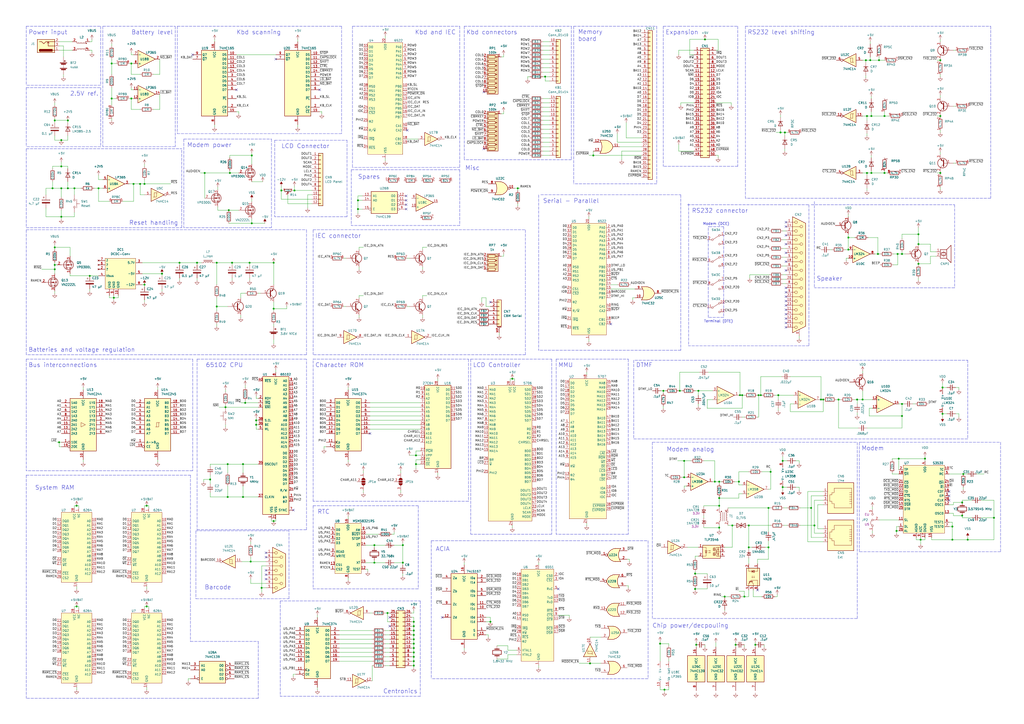
<source format=kicad_sch>
(kicad_sch (version 20211123) (generator eeschema)
  (paper "A2")
  (lib_symbols
    (symbol "74xx:74HC02" (pin_names (offset 1.016))
      (property "Reference" "U" (at 0 1.27 0))
      (property "Value" "74HC02" (at 0 -1.27 0))
      (symbol "74HC02_1_1"
        (pin output inverted (at 7.62 0 180) (length 3.81) (name "~") (number "1"))
        (pin input line (at -7.62 2.54 0) (length 4.318) (name "~") (number "2"))
        (pin input line (at -7.62 -2.54 0) (length 4.318) (name "~") (number "3"))
      )
      (symbol "74HC02_1_2"
        (pin output line (at 7.62 0 180) (length 3.81) (name "~") (number "1"))
        (pin input inverted (at -7.62 2.54 0) (length 3.81) (name "~") (number "2"))
        (pin input inverted (at -7.62 -2.54 0) (length 3.81) (name "~") (number "3"))
      )
      (symbol "74HC02_2_1"
        (pin output inverted (at 7.62 0 180) (length 3.81) (name "~") (number "4"))
        (pin input line (at -7.62 2.54 0) (length 4.318) (name "~") (number "5"))
        (pin input line (at -7.62 -2.54 0) (length 4.318) (name "~") (number "6"))
      )
      (symbol "74HC02_2_2"
        (pin output line (at 7.62 0 180) (length 3.81) (name "~") (number "4"))
        (pin input inverted (at -7.62 2.54 0) (length 3.81) (name "~") (number "5"))
        (pin input inverted (at -7.62 -2.54 0) (length 3.81) (name "~") (number "6"))
      )
      (symbol "74HC02_3_1"
        (pin output inverted (at 7.62 0 180) (length 3.81) (name "~") (number "10"))
        (pin input line (at -7.62 2.54 0) (length 4.318) (name "~") (number "8"))
        (pin input line (at -7.62 -2.54 0) (length 4.318) (name "~") (number "9"))
      )
      (symbol "74HC02_3_2"
        (pin output line (at 7.62 0 180) (length 3.81) (name "~") (number "10"))
        (pin input inverted (at -7.62 2.54 0) (length 3.81) (name "~") (number "8"))
        (pin input inverted (at -7.62 -2.54 0) (length 3.81) (name "~") (number "9"))
      )
      (symbol "74HC02_4_1"
        (pin input line (at -7.62 2.54 0) (length 4.318) (name "~") (number "11"))
        (pin input line (at -7.62 -2.54 0) (length 4.318) (name "~") (number "12"))
        (pin output inverted (at 7.62 0 180) (length 3.81) (name "~") (number "13"))
      )
      (symbol "74HC02_4_2"
        (pin input inverted (at -7.62 2.54 0) (length 3.81) (name "~") (number "11"))
        (pin input inverted (at -7.62 -2.54 0) (length 3.81) (name "~") (number "12"))
        (pin output line (at 7.62 0 180) (length 3.81) (name "~") (number "13"))
      )
      (symbol "74HC02_5_0"
        (pin power_in line (at 0 12.7 270) (length 5.08) (name "VCC") (number "14"))
        (pin power_in line (at 0 -12.7 90) (length 5.08) (name "GND") (number "7"))
      )
    )
    (symbol "74xx:74HC14" (pin_names (offset 1.016))
      (property "Reference" "U" (at 0 1.27 0))
      (property "Value" "74HC14" (at 0 -1.27 0))
      (symbol "74HC14_1_0"
        (pin input line (at -7.62 0 0) (length 3.81) (name "~") (number "1"))
        (pin output inverted (at 7.62 0 180) (length 3.81) (name "~") (number "2"))
      )
      (symbol "74HC14_2_0"
        (pin input line (at -7.62 0 0) (length 3.81) (name "~") (number "3"))
        (pin output inverted (at 7.62 0 180) (length 3.81) (name "~") (number "4"))
      )
      (symbol "74HC14_3_0"
        (pin input line (at -7.62 0 0) (length 3.81) (name "~") (number "5"))
        (pin output inverted (at 7.62 0 180) (length 3.81) (name "~") (number "6"))
      )
      (symbol "74HC14_4_0"
        (pin output inverted (at 7.62 0 180) (length 3.81) (name "~") (number "8"))
        (pin input line (at -7.62 0 0) (length 3.81) (name "~") (number "9"))
      )
      (symbol "74HC14_5_0"
        (pin output inverted (at 7.62 0 180) (length 3.81) (name "~") (number "10"))
        (pin input line (at -7.62 0 0) (length 3.81) (name "~") (number "11"))
      )
      (symbol "74HC14_6_0"
        (pin output inverted (at 7.62 0 180) (length 3.81) (name "~") (number "12"))
        (pin input line (at -7.62 0 0) (length 3.81) (name "~") (number "13"))
      )
      (symbol "74HC14_7_0"
        (pin power_in line (at 0 12.7 270) (length 5.08) (name "VCC") (number "14"))
        (pin power_in line (at 0 -12.7 90) (length 5.08) (name "GND") (number "7"))
      )
    )
    (symbol "74xx:74HC165"
      (property "Reference" "U" (at -7.62 19.05 0))
      (property "Value" "74HC165" (at -7.62 -21.59 0))
      (symbol "74HC165_1_0"
        (pin input line (at -12.7 -10.16 0) (length 5.08) (name "~{PL}") (number "1"))
        (pin input line (at -12.7 15.24 0) (length 5.08) (name "DS") (number "10"))
        (pin input line (at -12.7 12.7 0) (length 5.08) (name "D0") (number "11"))
        (pin input line (at -12.7 10.16 0) (length 5.08) (name "D1") (number "12"))
        (pin input line (at -12.7 7.62 0) (length 5.08) (name "D2") (number "13"))
        (pin input line (at -12.7 5.08 0) (length 5.08) (name "D3") (number "14"))
        (pin input line (at -12.7 -17.78 0) (length 5.08) (name "~{CE}") (number "15"))
        (pin power_in line (at 0 22.86 270) (length 5.08) (name "VCC") (number "16"))
        (pin input line (at -12.7 -15.24 0) (length 5.08) (name "CP") (number "2"))
        (pin input line (at -12.7 2.54 0) (length 5.08) (name "D4") (number "3"))
        (pin input line (at -12.7 0 0) (length 5.08) (name "D5") (number "4"))
        (pin input line (at -12.7 -2.54 0) (length 5.08) (name "D6") (number "5"))
        (pin input line (at -12.7 -5.08 0) (length 5.08) (name "D7") (number "6"))
        (pin output line (at 12.7 12.7 180) (length 5.08) (name "~{Q7}") (number "7"))
        (pin power_in line (at 0 -25.4 90) (length 5.08) (name "GND") (number "8"))
        (pin output line (at 12.7 15.24 180) (length 5.08) (name "Q7") (number "9"))
      )
    )
    (symbol "74xx:74HC244"
      (property "Reference" "U" (at -7.62 16.51 0))
      (property "Value" "74HC244" (at -7.62 -16.51 0))
      (symbol "74HC244_1_0"
        (pin input inverted (at -12.7 -10.16 0) (length 5.08) (name "1OE") (number "1"))
        (pin power_in line (at 0 -20.32 90) (length 5.08) (name "GND") (number "10"))
        (pin input line (at -12.7 -5.08 0) (length 5.08) (name "2A3") (number "11"))
        (pin tri_state line (at 12.7 5.08 180) (length 5.08) (name "1Y3") (number "12"))
        (pin input line (at -12.7 -2.54 0) (length 5.08) (name "2A2") (number "13"))
        (pin tri_state line (at 12.7 7.62 180) (length 5.08) (name "1Y2") (number "14"))
        (pin input line (at -12.7 0 0) (length 5.08) (name "2A1") (number "15"))
        (pin tri_state line (at 12.7 10.16 180) (length 5.08) (name "1Y1") (number "16"))
        (pin input line (at -12.7 2.54 0) (length 5.08) (name "2A0") (number "17"))
        (pin tri_state line (at 12.7 12.7 180) (length 5.08) (name "1Y0") (number "18"))
        (pin input inverted (at -12.7 -12.7 0) (length 5.08) (name "2OE") (number "19"))
        (pin input line (at -12.7 12.7 0) (length 5.08) (name "1A0") (number "2"))
        (pin power_in line (at 0 20.32 270) (length 5.08) (name "VCC") (number "20"))
        (pin tri_state line (at 12.7 2.54 180) (length 5.08) (name "2Y0") (number "3"))
        (pin input line (at -12.7 10.16 0) (length 5.08) (name "1A1") (number "4"))
        (pin tri_state line (at 12.7 0 180) (length 5.08) (name "2Y1") (number "5"))
        (pin input line (at -12.7 7.62 0) (length 5.08) (name "1A2") (number "6"))
        (pin tri_state line (at 12.7 -2.54 180) (length 5.08) (name "2Y2") (number "7"))
        (pin input line (at -12.7 5.08 0) (length 5.08) (name "1A3") (number "8"))
        (pin tri_state line (at 12.7 -5.08 180) (length 5.08) (name "2Y3") (number "9"))
      )
    )
    (symbol "74xx:74HC245" (pin_names (offset 1.016))
      (property "Reference" "U" (at -7.62 16.51 0))
      (property "Value" "74HC245" (at -7.62 -16.51 0))
      (symbol "74HC245_1_0"
        (pin input line (at -12.7 -10.16 0) (length 5.08) (name "A->B") (number "1"))
        (pin power_in line (at 0 -20.32 90) (length 5.08) (name "GND") (number "10"))
        (pin tri_state line (at 12.7 -5.08 180) (length 5.08) (name "B7") (number "11"))
        (pin tri_state line (at 12.7 -2.54 180) (length 5.08) (name "B6") (number "12"))
        (pin tri_state line (at 12.7 0 180) (length 5.08) (name "B5") (number "13"))
        (pin tri_state line (at 12.7 2.54 180) (length 5.08) (name "B4") (number "14"))
        (pin tri_state line (at 12.7 5.08 180) (length 5.08) (name "B3") (number "15"))
        (pin tri_state line (at 12.7 7.62 180) (length 5.08) (name "B2") (number "16"))
        (pin tri_state line (at 12.7 10.16 180) (length 5.08) (name "B1") (number "17"))
        (pin tri_state line (at 12.7 12.7 180) (length 5.08) (name "B0") (number "18"))
        (pin input inverted (at -12.7 -12.7 0) (length 5.08) (name "CE") (number "19"))
        (pin tri_state line (at -12.7 12.7 0) (length 5.08) (name "A0") (number "2"))
        (pin power_in line (at 0 20.32 270) (length 5.08) (name "VCC") (number "20"))
        (pin tri_state line (at -12.7 10.16 0) (length 5.08) (name "A1") (number "3"))
        (pin tri_state line (at -12.7 7.62 0) (length 5.08) (name "A2") (number "4"))
        (pin tri_state line (at -12.7 5.08 0) (length 5.08) (name "A3") (number "5"))
        (pin tri_state line (at -12.7 2.54 0) (length 5.08) (name "A4") (number "6"))
        (pin tri_state line (at -12.7 0 0) (length 5.08) (name "A5") (number "7"))
        (pin tri_state line (at -12.7 -2.54 0) (length 5.08) (name "A6") (number "8"))
        (pin tri_state line (at -12.7 -5.08 0) (length 5.08) (name "A7") (number "9"))
      )
    )
    (symbol "74xx:74HC374"
      (property "Reference" "U" (at -7.62 16.51 0))
      (property "Value" "74HC374" (at -7.62 -16.51 0))
      (symbol "74HC374_1_0"
        (pin input inverted (at -12.7 -12.7 0) (length 5.08) (name "OE") (number "1"))
        (pin power_in line (at 0 -20.32 90) (length 5.08) (name "GND") (number "10"))
        (pin input clock (at -12.7 -10.16 0) (length 5.08) (name "Cp") (number "11"))
        (pin tri_state line (at 12.7 2.54 180) (length 5.08) (name "O4") (number "12"))
        (pin input line (at -12.7 2.54 0) (length 5.08) (name "D4") (number "13"))
        (pin input line (at -12.7 0 0) (length 5.08) (name "D5") (number "14"))
        (pin tri_state line (at 12.7 0 180) (length 5.08) (name "O5") (number "15"))
        (pin tri_state line (at 12.7 -2.54 180) (length 5.08) (name "O6") (number "16"))
        (pin input line (at -12.7 -2.54 0) (length 5.08) (name "D6") (number "17"))
        (pin input line (at -12.7 -5.08 0) (length 5.08) (name "D7") (number "18"))
        (pin tri_state line (at 12.7 -5.08 180) (length 5.08) (name "O7") (number "19"))
        (pin tri_state line (at 12.7 12.7 180) (length 5.08) (name "O0") (number "2"))
        (pin power_in line (at 0 20.32 270) (length 5.08) (name "VCC") (number "20"))
        (pin input line (at -12.7 12.7 0) (length 5.08) (name "D0") (number "3"))
        (pin input line (at -12.7 10.16 0) (length 5.08) (name "D1") (number "4"))
        (pin tri_state line (at 12.7 10.16 180) (length 5.08) (name "O1") (number "5"))
        (pin tri_state line (at 12.7 7.62 180) (length 5.08) (name "O2") (number "6"))
        (pin input line (at -12.7 7.62 0) (length 5.08) (name "D2") (number "7"))
        (pin input line (at -12.7 5.08 0) (length 5.08) (name "D3") (number "8"))
        (pin tri_state line (at 12.7 5.08 180) (length 5.08) (name "O3") (number "9"))
      )
    )
    (symbol "74xx:74LS139" (pin_names (offset 1.016))
      (property "Reference" "U" (at -7.62 8.89 0))
      (property "Value" "74LS139" (at -7.62 -8.89 0))
      (symbol "74LS139_1_0"
        (pin input inverted (at -12.7 -5.08 0) (length 5.08) (name "E") (number "1"))
        (pin input line (at -12.7 0 0) (length 5.08) (name "A0") (number "2"))
        (pin input line (at -12.7 2.54 0) (length 5.08) (name "A1") (number "3"))
        (pin output inverted (at 12.7 2.54 180) (length 5.08) (name "O0") (number "4"))
        (pin output inverted (at 12.7 0 180) (length 5.08) (name "O1") (number "5"))
        (pin output inverted (at 12.7 -2.54 180) (length 5.08) (name "O2") (number "6"))
        (pin output inverted (at 12.7 -5.08 180) (length 5.08) (name "O3") (number "7"))
      )
      (symbol "74LS139_2_0"
        (pin output inverted (at 12.7 -2.54 180) (length 5.08) (name "O2") (number "10"))
        (pin output inverted (at 12.7 0 180) (length 5.08) (name "O1") (number "11"))
        (pin output inverted (at 12.7 2.54 180) (length 5.08) (name "O0") (number "12"))
        (pin input line (at -12.7 2.54 0) (length 5.08) (name "A1") (number "13"))
        (pin input line (at -12.7 0 0) (length 5.08) (name "A0") (number "14"))
        (pin input inverted (at -12.7 -5.08 0) (length 5.08) (name "E") (number "15"))
        (pin output inverted (at 12.7 -5.08 180) (length 5.08) (name "O3") (number "9"))
      )
      (symbol "74LS139_3_0"
        (pin power_in line (at 0 12.7 270) (length 5.08) (name "VCC") (number "16"))
        (pin power_in line (at 0 -12.7 90) (length 5.08) (name "GND") (number "8"))
      )
    )
    (symbol "74xx:74LS157" (pin_names (offset 1.016))
      (property "Reference" "U" (at -7.62 19.05 0))
      (property "Value" "74LS157" (at -7.62 -21.59 0))
      (symbol "74LS157_1_0"
        (pin input line (at -12.7 -15.24 0) (length 5.08) (name "S") (number "1"))
        (pin input line (at -12.7 -2.54 0) (length 5.08) (name "I1c") (number "10"))
        (pin input line (at -12.7 0 0) (length 5.08) (name "I0c") (number "11"))
        (pin output line (at 12.7 -7.62 180) (length 5.08) (name "Zd") (number "12"))
        (pin input line (at -12.7 -10.16 0) (length 5.08) (name "I1d") (number "13"))
        (pin input line (at -12.7 -7.62 0) (length 5.08) (name "I0d") (number "14"))
        (pin input inverted (at -12.7 -17.78 0) (length 5.08) (name "E") (number "15"))
        (pin power_in line (at 0 22.86 270) (length 5.08) (name "VCC") (number "16"))
        (pin input line (at -12.7 15.24 0) (length 5.08) (name "I0a") (number "2"))
        (pin input line (at -12.7 12.7 0) (length 5.08) (name "I1a") (number "3"))
        (pin output line (at 12.7 15.24 180) (length 5.08) (name "Za") (number "4"))
        (pin input line (at -12.7 7.62 0) (length 5.08) (name "I0b") (number "5"))
        (pin input line (at -12.7 5.08 0) (length 5.08) (name "I1b") (number "6"))
        (pin output line (at 12.7 7.62 180) (length 5.08) (name "Zb") (number "7"))
        (pin power_in line (at 0 -25.4 90) (length 5.08) (name "GND") (number "8"))
        (pin output line (at 12.7 0 180) (length 5.08) (name "Zc") (number "9"))
      )
    )
    (symbol "74xx:74LS32" (pin_names (offset 1.016))
      (property "Reference" "U" (at 0 1.27 0))
      (property "Value" "74LS32" (at 0 -1.27 0))
      (symbol "74LS32_1_1"
        (pin input line (at -7.62 2.54 0) (length 4.318) (name "~") (number "1"))
        (pin input line (at -7.62 -2.54 0) (length 4.318) (name "~") (number "2"))
        (pin output line (at 7.62 0 180) (length 3.81) (name "~") (number "3"))
      )
      (symbol "74LS32_1_2"
        (pin input inverted (at -7.62 2.54 0) (length 3.81) (name "~") (number "1"))
        (pin input inverted (at -7.62 -2.54 0) (length 3.81) (name "~") (number "2"))
        (pin output inverted (at 7.62 0 180) (length 3.81) (name "~") (number "3"))
      )
      (symbol "74LS32_2_1"
        (pin input line (at -7.62 2.54 0) (length 4.318) (name "~") (number "4"))
        (pin input line (at -7.62 -2.54 0) (length 4.318) (name "~") (number "5"))
        (pin output line (at 7.62 0 180) (length 3.81) (name "~") (number "6"))
      )
      (symbol "74LS32_2_2"
        (pin input inverted (at -7.62 2.54 0) (length 3.81) (name "~") (number "4"))
        (pin input inverted (at -7.62 -2.54 0) (length 3.81) (name "~") (number "5"))
        (pin output inverted (at 7.62 0 180) (length 3.81) (name "~") (number "6"))
      )
      (symbol "74LS32_3_1"
        (pin input line (at -7.62 -2.54 0) (length 4.318) (name "~") (number "10"))
        (pin output line (at 7.62 0 180) (length 3.81) (name "~") (number "8"))
        (pin input line (at -7.62 2.54 0) (length 4.318) (name "~") (number "9"))
      )
      (symbol "74LS32_3_2"
        (pin input inverted (at -7.62 -2.54 0) (length 3.81) (name "~") (number "10"))
        (pin output inverted (at 7.62 0 180) (length 3.81) (name "~") (number "8"))
        (pin input inverted (at -7.62 2.54 0) (length 3.81) (name "~") (number "9"))
      )
      (symbol "74LS32_4_1"
        (pin output line (at 7.62 0 180) (length 3.81) (name "~") (number "11"))
        (pin input line (at -7.62 2.54 0) (length 4.318) (name "~") (number "12"))
        (pin input line (at -7.62 -2.54 0) (length 4.318) (name "~") (number "13"))
      )
      (symbol "74LS32_4_2"
        (pin output inverted (at 7.62 0 180) (length 3.81) (name "~") (number "11"))
        (pin input inverted (at -7.62 2.54 0) (length 3.81) (name "~") (number "12"))
        (pin input inverted (at -7.62 -2.54 0) (length 3.81) (name "~") (number "13"))
      )
      (symbol "74LS32_5_0"
        (pin power_in line (at 0 12.7 270) (length 5.08) (name "VCC") (number "14"))
        (pin power_in line (at 0 -12.7 90) (length 5.08) (name "GND") (number "7"))
      )
    )
    (symbol "Amplifier_Operational:LM324" (pin_names (offset 0.127))
      (property "Reference" "U" (at 0 5.08 0))
      (property "Value" "LM324" (at 0 -5.08 0))
      (symbol "LM324_1_1"
        (pin output line (at 7.62 0 180) (length 2.54) (name "~") (number "1"))
        (pin input line (at -7.62 -2.54 0) (length 2.54) (name "-") (number "2"))
        (pin input line (at -7.62 2.54 0) (length 2.54) (name "+") (number "3"))
      )
      (symbol "LM324_2_1"
        (pin input line (at -7.62 2.54 0) (length 2.54) (name "+") (number "5"))
        (pin input line (at -7.62 -2.54 0) (length 2.54) (name "-") (number "6"))
        (pin output line (at 7.62 0 180) (length 2.54) (name "~") (number "7"))
      )
      (symbol "LM324_3_1"
        (pin input line (at -7.62 2.54 0) (length 2.54) (name "+") (number "10"))
        (pin output line (at 7.62 0 180) (length 2.54) (name "~") (number "8"))
        (pin input line (at -7.62 -2.54 0) (length 2.54) (name "-") (number "9"))
      )
      (symbol "LM324_4_1"
        (pin input line (at -7.62 2.54 0) (length 2.54) (name "+") (number "12"))
        (pin input line (at -7.62 -2.54 0) (length 2.54) (name "-") (number "13"))
        (pin output line (at 7.62 0 180) (length 2.54) (name "~") (number "14"))
      )
      (symbol "LM324_5_1"
        (pin power_in line (at -2.54 -7.62 90) (length 3.81) (name "V-") (number "11"))
        (pin power_in line (at -2.54 7.62 270) (length 3.81) (name "V+") (number "4"))
      )
    )
    (symbol "Amplifier_Operational:LM358" (pin_names (offset 0.127))
      (property "Reference" "U" (at 0 5.08 0))
      (property "Value" "LM358" (at 0 -5.08 0))
      (symbol "LM358_1_1"
        (pin output line (at 7.62 0 180) (length 2.54) (name "~") (number "1"))
        (pin input line (at -7.62 -2.54 0) (length 2.54) (name "-") (number "2"))
        (pin input line (at -7.62 2.54 0) (length 2.54) (name "+") (number "3"))
      )
      (symbol "LM358_2_1"
        (pin input line (at -7.62 2.54 0) (length 2.54) (name "+") (number "5"))
        (pin input line (at -7.62 -2.54 0) (length 2.54) (name "-") (number "6"))
        (pin output line (at 7.62 0 180) (length 2.54) (name "~") (number "7"))
      )
      (symbol "LM358_3_1"
        (pin power_in line (at -2.54 -7.62 90) (length 3.81) (name "V-") (number "4"))
        (pin power_in line (at -2.54 7.62 270) (length 3.81) (name "V+") (number "8"))
      )
    )
    (symbol "Connector:6P4C" (pin_names (offset 1.016))
      (property "Reference" "J" (at -5.08 11.43 0))
      (property "Value" "6P4C" (at 2.54 11.43 0))
      (symbol "6P4C_1_1"
        (pin passive line (at 10.16 -2.54 180) (length 2.54) (name "~") (number "1"))
        (pin passive line (at 10.16 0 180) (length 2.54) (name "~") (number "2"))
        (pin passive line (at 10.16 2.54 180) (length 2.54) (name "~") (number "3"))
        (pin passive line (at 10.16 5.08 180) (length 2.54) (name "~") (number "4"))
      )
    )
    (symbol "Connector:Barrel_Jack_Switch" (pin_names hide)
      (property "Reference" "J" (at 0 5.334 0))
      (property "Value" "Barrel_Jack_Switch" (at 0 -5.08 0))
      (symbol "Barrel_Jack_Switch_1_1"
        (pin passive line (at 7.62 2.54 180) (length 2.54) (name "~") (number "1"))
        (pin passive line (at 7.62 -2.54 180) (length 2.54) (name "~") (number "2"))
        (pin passive line (at 7.62 0 180) (length 2.54) (name "~") (number "3"))
      )
    )
    (symbol "Connector:DB25_Female_MountingHoles" (pin_names (offset 1.016) hide)
      (property "Reference" "J" (at 0 36.83 0))
      (property "Value" "DB25_Female_MountingHoles" (at 0 34.925 0))
      (symbol "DB25_Female_MountingHoles_1_1"
        (pin passive line (at 0 -35.56 90) (length 3.81) (name "PAD") (number "0"))
        (pin passive line (at -7.62 30.48 0) (length 3.81) (name "1") (number "1"))
        (pin passive line (at -7.62 -15.24 0) (length 3.81) (name "10") (number "10"))
        (pin passive line (at -7.62 -20.32 0) (length 3.81) (name "11") (number "11"))
        (pin passive line (at -7.62 -25.4 0) (length 3.81) (name "12") (number "12"))
        (pin passive line (at -7.62 -30.48 0) (length 3.81) (name "13") (number "13"))
        (pin passive line (at -7.62 27.94 0) (length 3.81) (name "P14") (number "14"))
        (pin passive line (at -7.62 22.86 0) (length 3.81) (name "P15") (number "15"))
        (pin passive line (at -7.62 17.78 0) (length 3.81) (name "P16") (number "16"))
        (pin passive line (at -7.62 12.7 0) (length 3.81) (name "P17") (number "17"))
        (pin passive line (at -7.62 7.62 0) (length 3.81) (name "P18") (number "18"))
        (pin passive line (at -7.62 2.54 0) (length 3.81) (name "P19") (number "19"))
        (pin passive line (at -7.62 25.4 0) (length 3.81) (name "2") (number "2"))
        (pin passive line (at -7.62 -2.54 0) (length 3.81) (name "P20") (number "20"))
        (pin passive line (at -7.62 -7.62 0) (length 3.81) (name "P21") (number "21"))
        (pin passive line (at -7.62 -12.7 0) (length 3.81) (name "P22") (number "22"))
        (pin passive line (at -7.62 -17.78 0) (length 3.81) (name "P23") (number "23"))
        (pin passive line (at -7.62 -22.86 0) (length 3.81) (name "P24") (number "24"))
        (pin passive line (at -7.62 -27.94 0) (length 3.81) (name "P25") (number "25"))
        (pin passive line (at -7.62 20.32 0) (length 3.81) (name "3") (number "3"))
        (pin passive line (at -7.62 15.24 0) (length 3.81) (name "4") (number "4"))
        (pin passive line (at -7.62 10.16 0) (length 3.81) (name "5") (number "5"))
        (pin passive line (at -7.62 5.08 0) (length 3.81) (name "6") (number "6"))
        (pin passive line (at -7.62 0 0) (length 3.81) (name "7") (number "7"))
        (pin passive line (at -7.62 -5.08 0) (length 3.81) (name "8") (number "8"))
        (pin passive line (at -7.62 -10.16 0) (length 3.81) (name "9") (number "9"))
      )
    )
    (symbol "Connector:DB9_Female" (pin_names (offset 1.016) hide)
      (property "Reference" "J" (at 0 13.97 0))
      (property "Value" "DB9_Female" (at 0 -14.605 0))
      (symbol "DB9_Female_1_1"
        (pin passive line (at -7.62 10.16 0) (length 3.81) (name "1") (number "1"))
        (pin passive line (at -7.62 5.08 0) (length 3.81) (name "2") (number "2"))
        (pin passive line (at -7.62 0 0) (length 3.81) (name "3") (number "3"))
        (pin passive line (at -7.62 -5.08 0) (length 3.81) (name "4") (number "4"))
        (pin passive line (at -7.62 -10.16 0) (length 3.81) (name "5") (number "5"))
        (pin passive line (at -7.62 7.62 0) (length 3.81) (name "6") (number "6"))
        (pin passive line (at -7.62 2.54 0) (length 3.81) (name "7") (number "7"))
        (pin passive line (at -7.62 -2.54 0) (length 3.81) (name "8") (number "8"))
        (pin passive line (at -7.62 -7.62 0) (length 3.81) (name "9") (number "9"))
      )
    )
    (symbol "Connector_Generic:Conn_01x10" (pin_names (offset 1.016) hide)
      (property "Reference" "J" (at 0 12.7 0))
      (property "Value" "Conn_01x10" (at 0 -15.24 0))
      (symbol "Conn_01x10_1_1"
        (pin passive line (at -5.08 10.16 0) (length 3.81) (name "Pin_1") (number "1"))
        (pin passive line (at -5.08 -12.7 0) (length 3.81) (name "Pin_10") (number "10"))
        (pin passive line (at -5.08 7.62 0) (length 3.81) (name "Pin_2") (number "2"))
        (pin passive line (at -5.08 5.08 0) (length 3.81) (name "Pin_3") (number "3"))
        (pin passive line (at -5.08 2.54 0) (length 3.81) (name "Pin_4") (number "4"))
        (pin passive line (at -5.08 0 0) (length 3.81) (name "Pin_5") (number "5"))
        (pin passive line (at -5.08 -2.54 0) (length 3.81) (name "Pin_6") (number "6"))
        (pin passive line (at -5.08 -5.08 0) (length 3.81) (name "Pin_7") (number "7"))
        (pin passive line (at -5.08 -7.62 0) (length 3.81) (name "Pin_8") (number "8"))
        (pin passive line (at -5.08 -10.16 0) (length 3.81) (name "Pin_9") (number "9"))
      )
    )
    (symbol "Connector_Generic:Conn_01x12" (pin_names (offset 1.016) hide)
      (property "Reference" "J" (at 0 15.24 0))
      (property "Value" "Conn_01x12" (at 0 -17.78 0))
      (symbol "Conn_01x12_1_1"
        (pin passive line (at -5.08 12.7 0) (length 3.81) (name "Pin_1") (number "1"))
        (pin passive line (at -5.08 -10.16 0) (length 3.81) (name "Pin_10") (number "10"))
        (pin passive line (at -5.08 -12.7 0) (length 3.81) (name "Pin_11") (number "11"))
        (pin passive line (at -5.08 -15.24 0) (length 3.81) (name "Pin_12") (number "12"))
        (pin passive line (at -5.08 10.16 0) (length 3.81) (name "Pin_2") (number "2"))
        (pin passive line (at -5.08 7.62 0) (length 3.81) (name "Pin_3") (number "3"))
        (pin passive line (at -5.08 5.08 0) (length 3.81) (name "Pin_4") (number "4"))
        (pin passive line (at -5.08 2.54 0) (length 3.81) (name "Pin_5") (number "5"))
        (pin passive line (at -5.08 0 0) (length 3.81) (name "Pin_6") (number "6"))
        (pin passive line (at -5.08 -2.54 0) (length 3.81) (name "Pin_7") (number "7"))
        (pin passive line (at -5.08 -5.08 0) (length 3.81) (name "Pin_8") (number "8"))
        (pin passive line (at -5.08 -7.62 0) (length 3.81) (name "Pin_9") (number "9"))
      )
    )
    (symbol "Connector_Generic:Conn_01x14" (pin_names (offset 1.016) hide)
      (property "Reference" "J" (at 0 17.78 0))
      (property "Value" "Conn_01x14" (at 0 -20.32 0))
      (symbol "Conn_01x14_1_1"
        (pin passive line (at -5.08 15.24 0) (length 3.81) (name "Pin_1") (number "1"))
        (pin passive line (at -5.08 -7.62 0) (length 3.81) (name "Pin_10") (number "10"))
        (pin passive line (at -5.08 -10.16 0) (length 3.81) (name "Pin_11") (number "11"))
        (pin passive line (at -5.08 -12.7 0) (length 3.81) (name "Pin_12") (number "12"))
        (pin passive line (at -5.08 -15.24 0) (length 3.81) (name "Pin_13") (number "13"))
        (pin passive line (at -5.08 -17.78 0) (length 3.81) (name "Pin_14") (number "14"))
        (pin passive line (at -5.08 12.7 0) (length 3.81) (name "Pin_2") (number "2"))
        (pin passive line (at -5.08 10.16 0) (length 3.81) (name "Pin_3") (number "3"))
        (pin passive line (at -5.08 7.62 0) (length 3.81) (name "Pin_4") (number "4"))
        (pin passive line (at -5.08 5.08 0) (length 3.81) (name "Pin_5") (number "5"))
        (pin passive line (at -5.08 2.54 0) (length 3.81) (name "Pin_6") (number "6"))
        (pin passive line (at -5.08 0 0) (length 3.81) (name "Pin_7") (number "7"))
        (pin passive line (at -5.08 -2.54 0) (length 3.81) (name "Pin_8") (number "8"))
        (pin passive line (at -5.08 -5.08 0) (length 3.81) (name "Pin_9") (number "9"))
      )
    )
    (symbol "Connector_Generic:Conn_01x34" (pin_names (offset 1.016) hide)
      (property "Reference" "J" (at 0 43.18 0))
      (property "Value" "Conn_01x34" (at 0 -45.72 0))
      (symbol "Conn_01x34_1_1"
        (pin passive line (at -5.08 40.64 0) (length 3.81) (name "Pin_1") (number "1"))
        (pin passive line (at -5.08 17.78 0) (length 3.81) (name "Pin_10") (number "10"))
        (pin passive line (at -5.08 15.24 0) (length 3.81) (name "Pin_11") (number "11"))
        (pin passive line (at -5.08 12.7 0) (length 3.81) (name "Pin_12") (number "12"))
        (pin passive line (at -5.08 10.16 0) (length 3.81) (name "Pin_13") (number "13"))
        (pin passive line (at -5.08 7.62 0) (length 3.81) (name "Pin_14") (number "14"))
        (pin passive line (at -5.08 5.08 0) (length 3.81) (name "Pin_15") (number "15"))
        (pin passive line (at -5.08 2.54 0) (length 3.81) (name "Pin_16") (number "16"))
        (pin passive line (at -5.08 0 0) (length 3.81) (name "Pin_17") (number "17"))
        (pin passive line (at -5.08 -2.54 0) (length 3.81) (name "Pin_18") (number "18"))
        (pin passive line (at -5.08 -5.08 0) (length 3.81) (name "Pin_19") (number "19"))
        (pin passive line (at -5.08 38.1 0) (length 3.81) (name "Pin_2") (number "2"))
        (pin passive line (at -5.08 -7.62 0) (length 3.81) (name "Pin_20") (number "20"))
        (pin passive line (at -5.08 -10.16 0) (length 3.81) (name "Pin_21") (number "21"))
        (pin passive line (at -5.08 -12.7 0) (length 3.81) (name "Pin_22") (number "22"))
        (pin passive line (at -5.08 -15.24 0) (length 3.81) (name "Pin_23") (number "23"))
        (pin passive line (at -5.08 -17.78 0) (length 3.81) (name "Pin_24") (number "24"))
        (pin passive line (at -5.08 -20.32 0) (length 3.81) (name "Pin_25") (number "25"))
        (pin passive line (at -5.08 -22.86 0) (length 3.81) (name "Pin_26") (number "26"))
        (pin passive line (at -5.08 -25.4 0) (length 3.81) (name "Pin_27") (number "27"))
        (pin passive line (at -5.08 -27.94 0) (length 3.81) (name "Pin_28") (number "28"))
        (pin passive line (at -5.08 -30.48 0) (length 3.81) (name "Pin_29") (number "29"))
        (pin passive line (at -5.08 35.56 0) (length 3.81) (name "Pin_3") (number "3"))
        (pin passive line (at -5.08 -33.02 0) (length 3.81) (name "Pin_30") (number "30"))
        (pin passive line (at -5.08 -35.56 0) (length 3.81) (name "Pin_31") (number "31"))
        (pin passive line (at -5.08 -38.1 0) (length 3.81) (name "Pin_32") (number "32"))
        (pin passive line (at -5.08 -40.64 0) (length 3.81) (name "Pin_33") (number "33"))
        (pin passive line (at -5.08 -43.18 0) (length 3.81) (name "Pin_34") (number "34"))
        (pin passive line (at -5.08 33.02 0) (length 3.81) (name "Pin_4") (number "4"))
        (pin passive line (at -5.08 30.48 0) (length 3.81) (name "Pin_5") (number "5"))
        (pin passive line (at -5.08 27.94 0) (length 3.81) (name "Pin_6") (number "6"))
        (pin passive line (at -5.08 25.4 0) (length 3.81) (name "Pin_7") (number "7"))
        (pin passive line (at -5.08 22.86 0) (length 3.81) (name "Pin_8") (number "8"))
        (pin passive line (at -5.08 20.32 0) (length 3.81) (name "Pin_9") (number "9"))
      )
    )
    (symbol "Connector_Generic:Conn_02x13_Odd_Even" (pin_names (offset 1.016) hide)
      (property "Reference" "J" (at 1.27 17.78 0))
      (property "Value" "Conn_02x13_Odd_Even" (at 1.27 -17.78 0))
      (symbol "Conn_02x13_Odd_Even_1_1"
        (pin passive line (at -5.08 15.24 0) (length 3.81) (name "Pin_1") (number "1"))
        (pin passive line (at 7.62 5.08 180) (length 3.81) (name "Pin_10") (number "10"))
        (pin passive line (at -5.08 2.54 0) (length 3.81) (name "Pin_11") (number "11"))
        (pin passive line (at 7.62 2.54 180) (length 3.81) (name "Pin_12") (number "12"))
        (pin passive line (at -5.08 0 0) (length 3.81) (name "Pin_13") (number "13"))
        (pin passive line (at 7.62 0 180) (length 3.81) (name "Pin_14") (number "14"))
        (pin passive line (at -5.08 -2.54 0) (length 3.81) (name "Pin_15") (number "15"))
        (pin passive line (at 7.62 -2.54 180) (length 3.81) (name "Pin_16") (number "16"))
        (pin passive line (at -5.08 -5.08 0) (length 3.81) (name "Pin_17") (number "17"))
        (pin passive line (at 7.62 -5.08 180) (length 3.81) (name "Pin_18") (number "18"))
        (pin passive line (at -5.08 -7.62 0) (length 3.81) (name "Pin_19") (number "19"))
        (pin passive line (at 7.62 15.24 180) (length 3.81) (name "Pin_2") (number "2"))
        (pin passive line (at 7.62 -7.62 180) (length 3.81) (name "Pin_20") (number "20"))
        (pin passive line (at -5.08 -10.16 0) (length 3.81) (name "Pin_21") (number "21"))
        (pin passive line (at 7.62 -10.16 180) (length 3.81) (name "Pin_22") (number "22"))
        (pin passive line (at -5.08 -12.7 0) (length 3.81) (name "Pin_23") (number "23"))
        (pin passive line (at 7.62 -12.7 180) (length 3.81) (name "Pin_24") (number "24"))
        (pin passive line (at -5.08 -15.24 0) (length 3.81) (name "Pin_25") (number "25"))
        (pin passive line (at 7.62 -15.24 180) (length 3.81) (name "Pin_26") (number "26"))
        (pin passive line (at -5.08 12.7 0) (length 3.81) (name "Pin_3") (number "3"))
        (pin passive line (at 7.62 12.7 180) (length 3.81) (name "Pin_4") (number "4"))
        (pin passive line (at -5.08 10.16 0) (length 3.81) (name "Pin_5") (number "5"))
        (pin passive line (at 7.62 10.16 180) (length 3.81) (name "Pin_6") (number "6"))
        (pin passive line (at -5.08 7.62 0) (length 3.81) (name "Pin_7") (number "7"))
        (pin passive line (at 7.62 7.62 180) (length 3.81) (name "Pin_8") (number "8"))
        (pin passive line (at -5.08 5.08 0) (length 3.81) (name "Pin_9") (number "9"))
      )
    )
    (symbol "Connector_Generic:Conn_02x25_Odd_Even" (pin_names (offset 1.016) hide)
      (property "Reference" "J" (at 1.27 33.02 0))
      (property "Value" "Conn_02x25_Odd_Even" (at 1.27 -33.02 0))
      (symbol "Conn_02x25_Odd_Even_1_1"
        (pin passive line (at -5.08 30.48 0) (length 3.81) (name "Pin_1") (number "1"))
        (pin passive line (at 7.62 20.32 180) (length 3.81) (name "Pin_10") (number "10"))
        (pin passive line (at -5.08 17.78 0) (length 3.81) (name "Pin_11") (number "11"))
        (pin passive line (at 7.62 17.78 180) (length 3.81) (name "Pin_12") (number "12"))
        (pin passive line (at -5.08 15.24 0) (length 3.81) (name "Pin_13") (number "13"))
        (pin passive line (at 7.62 15.24 180) (length 3.81) (name "Pin_14") (number "14"))
        (pin passive line (at -5.08 12.7 0) (length 3.81) (name "Pin_15") (number "15"))
        (pin passive line (at 7.62 12.7 180) (length 3.81) (name "Pin_16") (number "16"))
        (pin passive line (at -5.08 10.16 0) (length 3.81) (name "Pin_17") (number "17"))
        (pin passive line (at 7.62 10.16 180) (length 3.81) (name "Pin_18") (number "18"))
        (pin passive line (at -5.08 7.62 0) (length 3.81) (name "Pin_19") (number "19"))
        (pin passive line (at 7.62 30.48 180) (length 3.81) (name "Pin_2") (number "2"))
        (pin passive line (at 7.62 7.62 180) (length 3.81) (name "Pin_20") (number "20"))
        (pin passive line (at -5.08 5.08 0) (length 3.81) (name "Pin_21") (number "21"))
        (pin passive line (at 7.62 5.08 180) (length 3.81) (name "Pin_22") (number "22"))
        (pin passive line (at -5.08 2.54 0) (length 3.81) (name "Pin_23") (number "23"))
        (pin passive line (at 7.62 2.54 180) (length 3.81) (name "Pin_24") (number "24"))
        (pin passive line (at -5.08 0 0) (length 3.81) (name "Pin_25") (number "25"))
        (pin passive line (at 7.62 0 180) (length 3.81) (name "Pin_26") (number "26"))
        (pin passive line (at -5.08 -2.54 0) (length 3.81) (name "Pin_27") (number "27"))
        (pin passive line (at 7.62 -2.54 180) (length 3.81) (name "Pin_28") (number "28"))
        (pin passive line (at -5.08 -5.08 0) (length 3.81) (name "Pin_29") (number "29"))
        (pin passive line (at -5.08 27.94 0) (length 3.81) (name "Pin_3") (number "3"))
        (pin passive line (at 7.62 -5.08 180) (length 3.81) (name "Pin_30") (number "30"))
        (pin passive line (at -5.08 -7.62 0) (length 3.81) (name "Pin_31") (number "31"))
        (pin passive line (at 7.62 -7.62 180) (length 3.81) (name "Pin_32") (number "32"))
        (pin passive line (at -5.08 -10.16 0) (length 3.81) (name "Pin_33") (number "33"))
        (pin passive line (at 7.62 -10.16 180) (length 3.81) (name "Pin_34") (number "34"))
        (pin passive line (at -5.08 -12.7 0) (length 3.81) (name "Pin_35") (number "35"))
        (pin passive line (at 7.62 -12.7 180) (length 3.81) (name "Pin_36") (number "36"))
        (pin passive line (at -5.08 -15.24 0) (length 3.81) (name "Pin_37") (number "37"))
        (pin passive line (at 7.62 -15.24 180) (length 3.81) (name "Pin_38") (number "38"))
        (pin passive line (at -5.08 -17.78 0) (length 3.81) (name "Pin_39") (number "39"))
        (pin passive line (at 7.62 27.94 180) (length 3.81) (name "Pin_4") (number "4"))
        (pin passive line (at 7.62 -17.78 180) (length 3.81) (name "Pin_40") (number "40"))
        (pin passive line (at -5.08 -20.32 0) (length 3.81) (name "Pin_41") (number "41"))
        (pin passive line (at 7.62 -20.32 180) (length 3.81) (name "Pin_42") (number "42"))
        (pin passive line (at -5.08 -22.86 0) (length 3.81) (name "Pin_43") (number "43"))
        (pin passive line (at 7.62 -22.86 180) (length 3.81) (name "Pin_44") (number "44"))
        (pin passive line (at -5.08 -25.4 0) (length 3.81) (name "Pin_45") (number "45"))
        (pin passive line (at 7.62 -25.4 180) (length 3.81) (name "Pin_46") (number "46"))
        (pin passive line (at -5.08 -27.94 0) (length 3.81) (name "Pin_47") (number "47"))
        (pin passive line (at 7.62 -27.94 180) (length 3.81) (name "Pin_48") (number "48"))
        (pin passive line (at -5.08 -30.48 0) (length 3.81) (name "Pin_49") (number "49"))
        (pin passive line (at -5.08 25.4 0) (length 3.81) (name "Pin_5") (number "5"))
        (pin passive line (at 7.62 -30.48 180) (length 3.81) (name "Pin_50") (number "50"))
        (pin passive line (at 7.62 25.4 180) (length 3.81) (name "Pin_6") (number "6"))
        (pin passive line (at -5.08 22.86 0) (length 3.81) (name "Pin_7") (number "7"))
        (pin passive line (at 7.62 22.86 180) (length 3.81) (name "Pin_8") (number "8"))
        (pin passive line (at -5.08 20.32 0) (length 3.81) (name "Pin_9") (number "9"))
      )
    )
    (symbol "Connector_Generic_MountingPin:Conn_01x06_MountingPin" (pin_names (offset 1.016) hide)
      (property "Reference" "J" (at 0 7.62 0))
      (property "Value" "Conn_01x06_MountingPin" (at 1.27 -10.16 0))
      (symbol "Conn_01x06_MountingPin_1_1"
        (text "Mounting" (at 0 -9.271 0) (effects (font (size 0.381 0.381))))
        (pin passive line (at -5.08 5.08 0) (length 3.81) (name "Pin_1") (number "1"))
        (pin passive line (at -5.08 2.54 0) (length 3.81) (name "Pin_2") (number "2"))
        (pin passive line (at -5.08 0 0) (length 3.81) (name "Pin_3") (number "3"))
        (pin passive line (at -5.08 -2.54 0) (length 3.81) (name "Pin_4") (number "4"))
        (pin passive line (at -5.08 -5.08 0) (length 3.81) (name "Pin_5") (number "5"))
        (pin passive line (at -5.08 -7.62 0) (length 3.81) (name "Pin_6") (number "6"))
        (pin passive line (at 0 -12.7 90) (length 3.048) (name "MountPin") (number "MP"))
      )
    )
    (symbol "Device:Battery" (pin_numbers hide) (pin_names (offset 0) hide)
      (property "Reference" "BT" (at 2.54 2.54 0))
      (property "Value" "Battery" (at 2.54 0 0))
      (symbol "Battery_1_1"
        (pin passive line (at 0 5.08 270) (length 2.54) (name "+") (number "1"))
        (pin passive line (at 0 -5.08 90) (length 2.54) (name "-") (number "2"))
      )
    )
    (symbol "Device:Battery_Cell" (pin_numbers hide) (pin_names (offset 0) hide)
      (property "Reference" "BT" (at 2.54 2.54 0))
      (property "Value" "Battery_Cell" (at 2.54 0 0))
      (symbol "Battery_Cell_1_1"
        (pin passive line (at 0 5.08 270) (length 2.54) (name "+") (number "1"))
        (pin passive line (at 0 -2.54 90) (length 2.54) (name "-") (number "2"))
      )
    )
    (symbol "Device:C_Polarized" (pin_numbers hide) (pin_names (offset 0.254))
      (property "Reference" "C" (at 0.635 2.54 0))
      (property "Value" "C_Polarized" (at 0.635 -2.54 0))
      (symbol "C_Polarized_1_1"
        (pin passive line (at 0 3.81 270) (length 2.794) (name "~") (number "1"))
        (pin passive line (at 0 -3.81 90) (length 2.794) (name "~") (number "2"))
      )
    )
    (symbol "Device:C_Small" (pin_numbers hide) (pin_names (offset 0.254) hide)
      (property "Reference" "C" (at 0.254 1.778 0))
      (property "Value" "C_Small" (at 0.254 -2.032 0))
      (symbol "C_Small_1_1"
        (pin passive line (at 0 2.54 270) (length 2.032) (name "~") (number "1"))
        (pin passive line (at 0 -2.54 90) (length 2.032) (name "~") (number "2"))
      )
    )
    (symbol "Device:C_Trim_Small" (pin_numbers hide) (pin_names (offset 0.254) hide)
      (property "Reference" "C" (at 1.524 -2.032 0))
      (property "Value" "C_Trim_Small" (at 3.048 -3.556 0))
      (symbol "C_Trim_Small_1_1"
        (pin passive line (at 0 2.54 270) (length 2.032) (name "~") (number "1"))
        (pin passive line (at 0 -2.54 90) (length 2.032) (name "~") (number "2"))
      )
    )
    (symbol "Device:Crystal" (pin_numbers hide) (pin_names (offset 1.016) hide)
      (property "Reference" "Y" (at 0 3.81 0))
      (property "Value" "Crystal" (at 0 -3.81 0))
      (symbol "Crystal_1_1"
        (pin passive line (at -3.81 0 0) (length 1.27) (name "1") (number "1"))
        (pin passive line (at 3.81 0 180) (length 1.27) (name "2") (number "2"))
      )
    )
    (symbol "Device:D" (pin_numbers hide) (pin_names (offset 1.016) hide)
      (property "Reference" "D" (at 0 2.54 0))
      (property "Value" "D" (at 0 -2.54 0))
      (symbol "D_1_1"
        (pin passive line (at -3.81 0 0) (length 2.54) (name "K") (number "1"))
        (pin passive line (at 3.81 0 180) (length 2.54) (name "A") (number "2"))
      )
    )
    (symbol "Device:D_TVS" (pin_numbers hide) (pin_names (offset 1.016) hide)
      (property "Reference" "D" (at 0 2.54 0))
      (property "Value" "D_TVS" (at 0 -2.54 0))
      (symbol "D_TVS_1_1"
        (pin passive line (at -3.81 0 0) (length 2.54) (name "A1") (number "1"))
        (pin passive line (at 3.81 0 180) (length 2.54) (name "A2") (number "2"))
      )
    )
    (symbol "Device:D_Zener" (pin_numbers hide) (pin_names (offset 1.016) hide)
      (property "Reference" "D" (at 0 2.54 0))
      (property "Value" "D_Zener" (at 0 -2.54 0))
      (symbol "D_Zener_1_1"
        (pin passive line (at -3.81 0 0) (length 2.54) (name "K") (number "1"))
        (pin passive line (at 3.81 0 180) (length 2.54) (name "A") (number "2"))
      )
    )
    (symbol "Device:D_Zener_Small" (pin_numbers hide) (pin_names (offset 0.254) hide)
      (property "Reference" "D" (at 0 2.286 0))
      (property "Value" "D_Zener_Small" (at 0 -2.286 0))
      (symbol "D_Zener_Small_1_1"
        (pin passive line (at -2.54 0 0) (length 1.778) (name "K") (number "1"))
        (pin passive line (at 2.54 0 180) (length 1.778) (name "A") (number "2"))
      )
    )
    (symbol "Device:L_Coupled_1243" (pin_names (offset 0.254) hide)
      (property "Reference" "L" (at 0 4.445 0))
      (property "Value" "L_Coupled_1243" (at 0 -4.445 0))
      (symbol "L_Coupled_1243_1_1"
        (pin passive line (at -5.08 2.54 0) (length 2.54) (name "1") (number "1"))
        (pin passive line (at 5.08 2.54 180) (length 2.54) (name "2") (number "2"))
        (pin passive line (at 5.08 -2.54 180) (length 2.54) (name "3") (number "3"))
        (pin passive line (at -5.08 -2.54 0) (length 2.54) (name "4") (number "4"))
      )
    )
    (symbol "Device:L_Iron" (pin_numbers hide) (pin_names (offset 1.016) hide)
      (property "Reference" "L" (at -1.27 0 90))
      (property "Value" "L_Iron" (at 2.794 0 90))
      (symbol "L_Iron_1_1"
        (pin passive line (at 0 3.81 270) (length 1.27) (name "1") (number "1"))
        (pin passive line (at 0 -3.81 90) (length 1.27) (name "2") (number "2"))
      )
    )
    (symbol "Device:L_Iron_Coupled_1243" (pin_names (offset 0.254) hide)
      (property "Reference" "L" (at 0 4.445 0))
      (property "Value" "L_Iron_Coupled_1243" (at 0 -4.445 0))
      (symbol "L_Iron_Coupled_1243_1_1"
        (pin passive line (at -5.08 2.54 0) (length 2.54) (name "1") (number "1"))
        (pin passive line (at 5.08 2.54 180) (length 2.54) (name "2") (number "2"))
        (pin passive line (at 5.08 -2.54 180) (length 2.54) (name "3") (number "3"))
        (pin passive line (at -5.08 -2.54 0) (length 2.54) (name "4") (number "4"))
      )
    )
    (symbol "Device:Q_NPN_BCE" (pin_names (offset 0) hide)
      (property "Reference" "Q" (at 5.08 1.27 0))
      (property "Value" "Q_NPN_BCE" (at 5.08 -1.27 0))
      (symbol "Q_NPN_BCE_1_1"
        (pin input line (at -5.08 0 0) (length 5.715) (name "B") (number "1"))
        (pin passive line (at 2.54 5.08 270) (length 2.54) (name "C") (number "2"))
        (pin passive line (at 2.54 -5.08 90) (length 2.54) (name "E") (number "3"))
      )
    )
    (symbol "Device:Q_PNP_BCE" (pin_names (offset 0) hide)
      (property "Reference" "Q" (at 5.08 1.27 0))
      (property "Value" "Q_PNP_BCE" (at 5.08 -1.27 0))
      (symbol "Q_PNP_BCE_1_1"
        (pin input line (at -5.08 0 0) (length 5.715) (name "B") (number "1"))
        (pin passive line (at 2.54 5.08 270) (length 2.54) (name "C") (number "2"))
        (pin passive line (at 2.54 -5.08 90) (length 2.54) (name "E") (number "3"))
      )
    )
    (symbol "Device:R" (pin_numbers hide) (pin_names (offset 0))
      (property "Reference" "R" (at 2.032 0 90))
      (property "Value" "R" (at 0 0 90))
      (symbol "R_1_1"
        (pin passive line (at 0 3.81 270) (length 1.27) (name "~") (number "1"))
        (pin passive line (at 0 -3.81 90) (length 1.27) (name "~") (number "2"))
      )
    )
    (symbol "Device:R_Network04" (pin_names (offset 0) hide)
      (property "Reference" "RN" (at -7.62 0 90))
      (property "Value" "R_Network04" (at 5.08 0 90))
      (symbol "R_Network04_1_1"
        (pin passive line (at -5.08 5.08 270) (length 2.54) (name "common") (number "1"))
        (pin passive line (at -5.08 -5.08 90) (length 1.27) (name "R1") (number "2"))
        (pin passive line (at -2.54 -5.08 90) (length 1.27) (name "R2") (number "3"))
        (pin passive line (at 0 -5.08 90) (length 1.27) (name "R3") (number "4"))
        (pin passive line (at 2.54 -5.08 90) (length 1.27) (name "R4") (number "5"))
      )
    )
    (symbol "Device:R_Network06_Split" (pin_names (offset 0) hide)
      (property "Reference" "RN" (at 2.032 0 90))
      (property "Value" "R_Network06_Split" (at 0 0 90))
      (symbol "R_Network06_Split_1_1"
        (pin passive line (at 0 3.81 270) (length 1.27) (name "R1.1") (number "1"))
        (pin passive line (at 0 -3.81 90) (length 1.27) (name "R1.2") (number "2"))
      )
      (symbol "R_Network06_Split_2_1"
        (text "1" (at 0.889 3.175 900) (effects (font (size 1.27 1.27))))
        (pin passive line (at 0 -3.81 90) (length 1.27) (name "R2.2") (number "3"))
      )
      (symbol "R_Network06_Split_3_1"
        (text "1" (at 0.889 3.175 900) (effects (font (size 1.27 1.27))))
        (pin passive line (at 0 -3.81 90) (length 1.27) (name "R3.2") (number "4"))
      )
      (symbol "R_Network06_Split_4_1"
        (text "1" (at 0.889 3.175 900) (effects (font (size 1.27 1.27))))
        (pin passive line (at 0 -3.81 90) (length 1.27) (name "R4.2") (number "5"))
      )
      (symbol "R_Network06_Split_5_1"
        (text "1" (at 0.889 3.175 900) (effects (font (size 1.27 1.27))))
        (pin passive line (at 0 -3.81 90) (length 1.27) (name "R5.2") (number "6"))
      )
      (symbol "R_Network06_Split_6_1"
        (text "1" (at 0.889 3.175 900) (effects (font (size 1.27 1.27))))
        (pin passive line (at 0 -3.81 90) (length 1.27) (name "R6.2") (number "7"))
      )
    )
    (symbol "Device:R_Network09" (pin_names (offset 0) hide)
      (property "Reference" "RN" (at -12.7 0 90))
      (property "Value" "R_Network09" (at 12.7 0 90))
      (symbol "R_Network09_1_1"
        (pin passive line (at -10.16 5.08 270) (length 2.54) (name "common") (number "1"))
        (pin passive line (at 10.16 -5.08 90) (length 1.27) (name "R9") (number "10"))
        (pin passive line (at -10.16 -5.08 90) (length 1.27) (name "R1") (number "2"))
        (pin passive line (at -7.62 -5.08 90) (length 1.27) (name "R2") (number "3"))
        (pin passive line (at -5.08 -5.08 90) (length 1.27) (name "R3") (number "4"))
        (pin passive line (at -2.54 -5.08 90) (length 1.27) (name "R4") (number "5"))
        (pin passive line (at 0 -5.08 90) (length 1.27) (name "R5") (number "6"))
        (pin passive line (at 2.54 -5.08 90) (length 1.27) (name "R6") (number "7"))
        (pin passive line (at 5.08 -5.08 90) (length 1.27) (name "R7") (number "8"))
        (pin passive line (at 7.62 -5.08 90) (length 1.27) (name "R8") (number "9"))
      )
    )
    (symbol "Device:R_Pack05_SIP_Split" (pin_names (offset 0) hide)
      (property "Reference" "RN" (at 2.032 0 90))
      (property "Value" "R_Pack05_SIP_Split" (at 0 0 90))
      (symbol "R_Pack05_SIP_Split_1_1"
        (pin passive line (at 0 -3.81 90) (length 1.27) (name "R1.1") (number "1"))
        (pin passive line (at 0 3.81 270) (length 1.27) (name "R1.2") (number "2"))
      )
      (symbol "R_Pack05_SIP_Split_2_1"
        (pin passive line (at 0 -3.81 90) (length 1.27) (name "R2.1") (number "3"))
        (pin passive line (at 0 3.81 270) (length 1.27) (name "R2.2") (number "4"))
      )
      (symbol "R_Pack05_SIP_Split_3_1"
        (pin passive line (at 0 -3.81 90) (length 1.27) (name "R3.1") (number "5"))
        (pin passive line (at 0 3.81 270) (length 1.27) (name "R3.2") (number "6"))
      )
      (symbol "R_Pack05_SIP_Split_4_1"
        (pin passive line (at 0 -3.81 90) (length 1.27) (name "R4.1") (number "7"))
        (pin passive line (at 0 3.81 270) (length 1.27) (name "R4.2") (number "8"))
      )
      (symbol "R_Pack05_SIP_Split_5_1"
        (pin passive line (at 0 3.81 270) (length 1.27) (name "R5.2") (number "10"))
        (pin passive line (at 0 -3.81 90) (length 1.27) (name "R5.1") (number "9"))
      )
    )
    (symbol "Device:R_Potentiometer_Small" (pin_names (offset 1.016) hide)
      (property "Reference" "RV" (at -4.445 0 90))
      (property "Value" "R_Potentiometer_Small" (at -2.54 0 90))
      (symbol "R_Potentiometer_Small_1_1"
        (pin passive line (at 0 2.54 270) (length 0.635) (name "1") (number "1"))
        (pin passive line (at 2.54 0 180) (length 0.9906) (name "2") (number "2"))
        (pin passive line (at 0 -2.54 90) (length 0.635) (name "3") (number "3"))
      )
    )
    (symbol "Device:Speaker_Crystal" (pin_names (offset 0) hide)
      (property "Reference" "LS" (at 0.635 5.715 0))
      (property "Value" "Speaker_Crystal" (at 0.635 3.81 0))
      (symbol "Speaker_Crystal_1_1"
        (pin input line (at -5.08 0 0) (length 2.54) (name "1") (number "1"))
        (pin input line (at -5.08 -2.54 0) (length 2.54) (name "2") (number "2"))
      )
    )
    (symbol "Diode:1N4001" (pin_numbers hide) (pin_names (offset 1.016) hide)
      (property "Reference" "D" (at 0 2.54 0))
      (property "Value" "1N4001" (at 0 -2.54 0))
      (symbol "1N4001_1_1"
        (pin passive line (at -3.81 0 0) (length 2.54) (name "K") (number "1"))
        (pin passive line (at 3.81 0 180) (length 2.54) (name "A") (number "2"))
      )
    )
    (symbol "Isolator:4N28" (pin_names (offset 1.016))
      (property "Reference" "U" (at -5.08 5.08 0))
      (property "Value" "4N28" (at 0 5.08 0))
      (symbol "4N28_1_1"
        (pin passive line (at -7.62 2.54 0) (length 2.54) (name "~") (number "1"))
        (pin passive line (at -7.62 -2.54 0) (length 2.54) (name "~") (number "2"))
        (pin no_connect line (at -5.08 0 0) (length 2.54) hide (name "NC") (number "3"))
        (pin passive line (at 7.62 -2.54 180) (length 2.54) (name "~") (number "4"))
        (pin passive line (at 7.62 0 180) (length 2.54) (name "~") (number "5"))
        (pin passive line (at 7.62 2.54 180) (length 2.54) (name "~") (number "6"))
      )
    )
    (symbol "Jumper:Jumper_3_Bridged12" (pin_names (offset 0) hide)
      (property "Reference" "JP" (at -2.54 -2.54 0))
      (property "Value" "Jumper_3_Bridged12" (at 0 2.794 0))
      (symbol "Jumper_3_Bridged12_1_1"
        (pin passive line (at -6.35 0 0) (length 2.54) (name "A") (number "1"))
        (pin passive line (at 0 -3.81 90) (length 2.54) (name "C") (number "2"))
        (pin passive line (at 6.35 0 180) (length 2.54) (name "B") (number "3"))
      )
    )
    (symbol "Jumper:SolderJumper_3_Open" (pin_names (offset 0) hide)
      (property "Reference" "JP" (at -2.54 -2.54 0))
      (property "Value" "SolderJumper_3_Open" (at 0 2.794 0))
      (symbol "SolderJumper_3_Open_1_1"
        (pin passive line (at -5.08 0 0) (length 2.54) (name "A") (number "1"))
        (pin passive line (at 0 -3.81 90) (length 2.54) (name "C") (number "2"))
        (pin passive line (at 5.08 0 180) (length 2.54) (name "B") (number "3"))
      )
    )
    (symbol "LCD:+5VBAT" (power) (pin_names (offset 0))
      (property "Value" "+5VBAT" (at 0 3.556 0))
      (symbol "+5VBAT_1_1"
        (pin power_in line (at 0 0 90) (length 0) hide (name "+5VBAT") (number "1"))
      )
    )
    (symbol "LCD:5706"
      (property "Reference" "U" (at -12.7 36.83 0))
      (property "Value" "5706" (at 8.89 36.83 0))
      (symbol "5706_1_1"
        (pin input line (at -16.51 33.02 0) (length 2.54) (name "MA0") (number "1"))
        (pin input line (at -16.51 10.16 0) (length 2.54) (name "MA9") (number "10"))
        (pin input line (at -16.51 7.62 0) (length 2.54) (name "MA10") (number "11"))
        (pin input line (at -16.51 5.08 0) (length 2.54) (name "MA11") (number "12"))
        (pin input line (at -16.51 2.54 0) (length 2.54) (name "MA12") (number "13"))
        (pin input line (at -16.51 0 0) (length 2.54) (name "MA13") (number "14"))
        (pin input line (at -16.51 -2.54 0) (length 2.54) (name "MA14") (number "15"))
        (pin bidirectional line (at 13.97 -2.54 180) (length 2.54) (name "BD0") (number "16"))
        (pin bidirectional line (at 13.97 -5.08 180) (length 2.54) (name "BD1") (number "17"))
        (pin bidirectional line (at 13.97 -7.62 180) (length 2.54) (name "BD2") (number "18"))
        (pin bidirectional line (at 13.97 -10.16 180) (length 2.54) (name "BD3") (number "19"))
        (pin input line (at -16.51 30.48 0) (length 2.54) (name "MA1") (number "2"))
        (pin bidirectional line (at 13.97 -12.7 180) (length 2.54) (name "BD4") (number "20"))
        (pin bidirectional line (at 13.97 -15.24 180) (length 2.54) (name "BD5") (number "21"))
        (pin bidirectional line (at 13.97 -17.78 180) (length 2.54) (name "BD6") (number "22"))
        (pin bidirectional line (at 13.97 -20.32 180) (length 2.54) (name "BD7") (number "23"))
        (pin power_in line (at 0 -45.72 90) (length 2.54) (name "GND") (number "24"))
        (pin power_in line (at 1.27 38.1 270) (length 2.54) (name "VCC") (number "24"))
        (pin input line (at -16.51 -15.24 0) (length 2.54) (name "PHI2") (number "25"))
        (pin input line (at -16.51 -7.62 0) (length 2.54) (name "BR") (number "26"))
        (pin input line (at -16.51 -10.16 0) (length 2.54) (name "~{W}") (number "27"))
        (pin power_in line (at -1.27 38.1 270) (length 2.54) (name "VCC") (number "28"))
        (pin input line (at 13.97 10.16 180) (length 2.54) (name "R0") (number "29"))
        (pin input line (at -16.51 27.94 0) (length 2.54) (name "MA2") (number "3"))
        (pin input line (at 13.97 7.62 180) (length 2.54) (name "R1") (number "30"))
        (pin input line (at 13.97 5.08 180) (length 2.54) (name "R2") (number "31"))
        (pin input line (at 13.97 2.54 180) (length 2.54) (name "CHRSEL") (number "32"))
        (pin output line (at 13.97 -35.56 180) (length 2.54) (name "LCLK") (number "33"))
        (pin output line (at 13.97 -38.1 180) (length 2.54) (name "SCAN") (number "34"))
        (pin output line (at 13.97 -40.64 180) (length 2.54) (name "MODE") (number "35"))
        (pin input line (at 13.97 33.02 180) (length 2.54) (name "SD0") (number "36"))
        (pin input line (at 13.97 30.48 180) (length 2.54) (name "SD1") (number "37"))
        (pin input line (at 13.97 27.94 180) (length 2.54) (name "SD2") (number "38"))
        (pin input line (at 13.97 25.4 180) (length 2.54) (name "SD3") (number "39"))
        (pin input line (at -16.51 25.4 0) (length 2.54) (name "MA3") (number "4"))
        (pin input line (at 13.97 22.86 180) (length 2.54) (name "SD4") (number "40"))
        (pin input line (at 13.97 20.32 180) (length 2.54) (name "SD5") (number "41"))
        (pin input line (at 13.97 17.78 180) (length 2.54) (name "SD6") (number "42"))
        (pin input line (at 13.97 15.24 180) (length 2.54) (name "SD7") (number "43"))
        (pin output line (at 13.97 -25.4 180) (length 2.54) (name "DOUT1") (number "44"))
        (pin output line (at 13.97 -27.94 180) (length 2.54) (name "DOUT2") (number "45"))
        (pin output line (at 13.97 -30.48 180) (length 2.54) (name "DOUT3") (number "46"))
        (pin output line (at 13.97 -33.02 180) (length 2.54) (name "DOUT4") (number "47"))
        (pin input line (at -16.51 22.86 0) (length 2.54) (name "MA4") (number "5"))
        (pin input line (at -16.51 20.32 0) (length 2.54) (name "MA5") (number "6"))
        (pin input line (at -16.51 17.78 0) (length 2.54) (name "MA6") (number "7"))
        (pin input line (at -16.51 15.24 0) (length 2.54) (name "MA7") (number "8"))
        (pin input line (at -16.51 12.7 0) (length 2.54) (name "MA8") (number "9"))
      )
    )
    (symbol "LCD:5707"
      (property "Reference" "U" (at -8.89 39.37 0))
      (property "Value" "5707" (at 8.89 39.37 0))
      (symbol "5707_1_1"
        (pin input line (at -12.7 12.7 0) (length 2.54) (name "A7") (number "1"))
        (pin output line (at 13.97 -25.4 180) (length 2.54) (name "IOA") (number "10"))
        (pin output line (at 13.97 -27.94 180) (length 2.54) (name "IOB") (number "11"))
        (pin output line (at 13.97 -30.48 180) (length 2.54) (name "IOC") (number "12"))
        (pin input line (at -12.7 -17.78 0) (length 2.54) (name "Φ2") (number "13"))
        (pin input line (at -12.7 -20.32 0) (length 2.54) (name "Φ4") (number "14"))
        (pin input line (at -12.7 -12.7 0) (length 2.54) (name "R~{W}") (number "15"))
        (pin bidirectional line (at -12.7 35.56 0) (length 2.54) (name "D0") (number "16"))
        (pin bidirectional line (at -12.7 33.02 0) (length 2.54) (name "D1") (number "17"))
        (pin bidirectional line (at -12.7 30.48 0) (length 2.54) (name "D2") (number "18"))
        (pin bidirectional line (at -12.7 27.94 0) (length 2.54) (name "D3") (number "19"))
        (pin input line (at -12.7 10.16 0) (length 2.54) (name "A8") (number "2"))
        (pin bidirectional line (at -12.7 25.4 0) (length 2.54) (name "D4") (number "20"))
        (pin bidirectional line (at -12.7 22.86 0) (length 2.54) (name "D5") (number "21"))
        (pin bidirectional line (at -12.7 20.32 0) (length 2.54) (name "D6") (number "22"))
        (pin bidirectional line (at -12.7 17.78 0) (length 2.54) (name "D7") (number "23"))
        (pin power_in line (at 0 -45.72 90) (length 2.54) (name "GND") (number "24"))
        (pin output line (at 13.97 -20.32 180) (length 2.54) (name "~{LDE}") (number "24"))
        (pin output line (at 13.97 -5.08 180) (length 2.54) (name "~{LAE}") (number "26"))
        (pin output line (at 13.97 -17.78 180) (length 2.54) (name "BR") (number "27"))
        (pin output line (at 13.97 -15.24 180) (length 2.54) (name "~{LCD}") (number "28"))
        (pin output line (at 13.97 20.32 180) (length 2.54) (name "MA14") (number "29"))
        (pin input line (at -12.7 7.62 0) (length 2.54) (name "A9") (number "3"))
        (pin output line (at 13.97 22.86 180) (length 2.54) (name "MA13") (number "30"))
        (pin output line (at 13.97 25.4 180) (length 2.54) (name "MA12") (number "31"))
        (pin output line (at 13.97 27.94 180) (length 2.54) (name "MA11") (number "32"))
        (pin output line (at 13.97 30.48 180) (length 2.54) (name "MA10") (number "33"))
        (pin output line (at 13.97 33.02 180) (length 2.54) (name "MA9") (number "34"))
        (pin output line (at 13.97 35.56 180) (length 2.54) (name "MA8") (number "35"))
        (pin output line (at 13.97 -10.16 180) (length 2.54) (name "~{WE}") (number "36"))
        (pin output line (at 13.97 -12.7 180) (length 2.54) (name "~{OE}") (number "37"))
        (pin output line (at 13.97 -35.56 180) (length 2.54) (name "~{EXPRAM}") (number "38"))
        (pin output line (at 13.97 -38.1 180) (length 2.54) (name "~{EXPROM}") (number "39"))
        (pin input line (at -12.7 5.08 0) (length 2.54) (name "A10") (number "4"))
        (pin output line (at 13.97 -7.62 180) (length 2.54) (name "~{ROM}") (number "40"))
        (pin output line (at 13.97 0 180) (length 2.54) (name "BA16") (number "41"))
        (pin output line (at 13.97 2.54 180) (length 2.54) (name "BA15") (number "42"))
        (pin output line (at 13.97 5.08 180) (length 2.54) (name "BA14") (number "43"))
        (pin output line (at 13.97 7.62 180) (length 2.54) (name "BA13") (number "44"))
        (pin output line (at 13.97 10.16 180) (length 2.54) (name "BA12") (number "45"))
        (pin output line (at 13.97 12.7 180) (length 2.54) (name "BA11") (number "46"))
        (pin output line (at 13.97 15.24 180) (length 2.54) (name "BA10") (number "47"))
        (pin power_in line (at 0 40.64 270) (length 2.54) (name "VCC") (number "48"))
        (pin input line (at -12.7 2.54 0) (length 2.54) (name "A11") (number "5"))
        (pin input line (at -12.7 0 0) (length 2.54) (name "A12") (number "6"))
        (pin input line (at -12.7 -2.54 0) (length 2.54) (name "A13") (number "7"))
        (pin input line (at -12.7 -5.08 0) (length 2.54) (name "A14") (number "8"))
        (pin input line (at -12.7 -7.62 0) (length 2.54) (name "A15") (number "9"))
      )
    )
    (symbol "LCD:6264"
      (property "Reference" "U" (at -7.62 20.32 0))
      (property "Value" "6264" (at 6.35 20.32 0))
      (symbol "6264_1_1"
        (pin input line (at 1.27 21.59 270) (length 2.54) (name "NC") (number "1"))
        (pin input line (at 11.43 13.97 180) (length 2.54) (name "A0") (number "10"))
        (pin input line (at 11.43 11.43 180) (length 2.54) (name "A1") (number "11"))
        (pin bidirectional line (at -11.43 13.97 0) (length 2.54) (name "DQ0") (number "11"))
        (pin input line (at 11.43 8.89 180) (length 2.54) (name "A2") (number "12"))
        (pin bidirectional line (at -11.43 11.43 0) (length 2.54) (name "DQ1") (number "12"))
        (pin input line (at 11.43 6.35 180) (length 2.54) (name "A3") (number "13"))
        (pin bidirectional line (at -11.43 8.89 0) (length 2.54) (name "DQ2") (number "13"))
        (pin input line (at 11.43 3.81 180) (length 2.54) (name "A4") (number "14"))
        (pin bidirectional line (at -11.43 6.35 0) (length 2.54) (name "DQ3") (number "14"))
        (pin power_in line (at 0 -24.13 90) (length 2.54) (name "GND") (number "14"))
        (pin input line (at 11.43 1.27 180) (length 2.54) (name "A5") (number "15"))
        (pin bidirectional line (at -11.43 3.81 0) (length 2.54) (name "DQ4") (number "15"))
        (pin input line (at 11.43 -1.27 180) (length 2.54) (name "A6") (number "16"))
        (pin bidirectional line (at -11.43 1.27 0) (length 2.54) (name "DQ5") (number "16"))
        (pin input line (at 11.43 -3.81 180) (length 2.54) (name "A7") (number "17"))
        (pin bidirectional line (at -11.43 -1.27 0) (length 2.54) (name "DQ6") (number "17"))
        (pin input line (at 11.43 -6.35 180) (length 2.54) (name "A8") (number "18"))
        (pin bidirectional line (at -11.43 -3.81 0) (length 2.54) (name "DQ7") (number "18"))
        (pin input line (at 11.43 -8.89 180) (length 2.54) (name "A9") (number "19"))
        (pin input line (at 11.43 -11.43 180) (length 2.54) (name "A10") (number "20"))
        (pin input line (at -11.43 -16.51 0) (length 2.54) (name "~{CS1}") (number "20"))
        (pin input line (at 11.43 -13.97 180) (length 2.54) (name "A11") (number "21"))
        (pin input line (at 11.43 -16.51 180) (length 2.54) (name "A12") (number "22"))
        (pin input line (at -11.43 -8.89 0) (length 2.54) (name "~{OE}") (number "22"))
        (pin input line (at -11.43 -19.05 0) (length 2.54) (name "CS2") (number "26"))
        (pin input line (at -11.43 -11.43 0) (length 2.54) (name "~{WE}") (number "27"))
        (pin power_in line (at -1.27 21.59 270) (length 2.54) (name "VCC") (number "28"))
      )
    )
    (symbol "LCD:65102" (pin_names (offset 1.016))
      (property "Reference" "U" (at 5.08 41.91 0))
      (property "Value" "65102" (at 6.35 39.37 0))
      (symbol "65102_1_1"
        (pin power_in line (at -1.27 -44.45 90) (length 2.54) (name "VSS") (number "1"))
        (pin output line (at 11.43 33.02 180) (length 2.54) (name "A1") (number "10"))
        (pin output line (at 11.43 30.48 180) (length 2.54) (name "A2") (number "11"))
        (pin output line (at 11.43 27.94 180) (length 2.54) (name "A3") (number "12"))
        (pin output line (at 11.43 25.4 180) (length 2.54) (name "A4") (number "13"))
        (pin output line (at 11.43 22.86 180) (length 2.54) (name "A5") (number "14"))
        (pin output line (at 11.43 20.32 180) (length 2.54) (name "A6") (number "15"))
        (pin output line (at 11.43 17.78 180) (length 2.54) (name "A7") (number "16"))
        (pin output line (at 11.43 15.24 180) (length 2.54) (name "A8") (number "17"))
        (pin output line (at 11.43 12.7 180) (length 2.54) (name "A9") (number "18"))
        (pin output line (at 11.43 10.16 180) (length 2.54) (name "A10") (number "19"))
        (pin input line (at -8.89 25.4 0) (length 2.54) (name "RDY") (number "2"))
        (pin output line (at 11.43 7.62 180) (length 2.54) (name "A11") (number "20"))
        (pin power_in line (at 1.27 -44.45 90) (length 2.54) (name "VSS") (number "21"))
        (pin output line (at 11.43 5.08 180) (length 2.54) (name "A12") (number "22"))
        (pin output line (at 11.43 2.54 180) (length 2.54) (name "A13") (number "23"))
        (pin output line (at 11.43 0 180) (length 2.54) (name "A14") (number "24"))
        (pin output line (at 11.43 -2.54 180) (length 2.54) (name "A15") (number "25"))
        (pin bidirectional line (at 11.43 -24.13 180) (length 2.54) (name "D7") (number "26"))
        (pin bidirectional line (at 11.43 -21.59 180) (length 2.54) (name "D6") (number "27"))
        (pin bidirectional line (at 11.43 -19.05 180) (length 2.54) (name "D5") (number "28"))
        (pin bidirectional line (at 11.43 -16.51 180) (length 2.54) (name "D4") (number "29"))
        (pin output line (at 11.43 -31.75 180) (length 2.54) (name "ϕ4") (number "3"))
        (pin bidirectional line (at 11.43 -13.97 180) (length 2.54) (name "D3") (number "30"))
        (pin bidirectional line (at 11.43 -11.43 180) (length 2.54) (name "D2") (number "31"))
        (pin bidirectional line (at 11.43 -8.89 180) (length 2.54) (name "D1") (number "32"))
        (pin bidirectional line (at 11.43 -6.35 180) (length 2.54) (name "D0") (number "33"))
        (pin output line (at 11.43 -27.94 180) (length 2.54) (name "R/W") (number "34"))
        (pin input line (at -8.89 -12.7 0) (length 2.54) (name "OSCOUT") (number "35"))
        (pin input line (at -8.89 10.16 0) (length 2.54) (name "BE") (number "36"))
        (pin input line (at -8.89 -31.75 0) (length 2.54) (name "CLKIN") (number "37"))
        (pin input line (at -8.89 12.7 0) (length 2.54) (name "S.O.") (number "38"))
        (pin output line (at 11.43 -34.29 180) (length 2.54) (name "ϕ2") (number "39"))
        (pin input line (at -8.89 22.86 0) (length 2.54) (name "~{IRQ}") (number "4"))
        (pin input line (at -8.89 35.56 0) (length 2.54) (name "~{RES}") (number "40"))
        (pin input line (at -8.89 7.62 0) (length 2.54) (name "ML") (number "5"))
        (pin input line (at -8.89 20.32 0) (length 2.54) (name "~{NMI}") (number "6"))
        (pin output line (at 11.43 -39.37 180) (length 2.54) (name "SYNC") (number "7"))
        (pin power_in line (at 1.27 40.64 270) (length 2.54) (name "VCC") (number "8"))
        (pin output line (at 11.43 35.56 180) (length 2.54) (name "A0") (number "9"))
      )
    )
    (symbol "LCD:6522"
      (property "Reference" "U" (at -8.89 31.75 0))
      (property "Value" "6522" (at 7.62 31.75 0))
      (symbol "6522_1_1"
        (pin power_in line (at 0 -36.83 90) (length 2.54) (name "VSS") (number "1"))
        (pin bidirectional line (at 12.7 5.08 180) (length 2.54) (name "PB0") (number "10"))
        (pin bidirectional line (at 12.7 2.54 180) (length 2.54) (name "PB1") (number "11"))
        (pin bidirectional line (at 12.7 0 180) (length 2.54) (name "PB2") (number "12"))
        (pin bidirectional line (at 12.7 -2.54 180) (length 2.54) (name "PB3") (number "13"))
        (pin bidirectional line (at 12.7 -5.08 180) (length 2.54) (name "PB4") (number "14"))
        (pin bidirectional line (at 12.7 -7.62 180) (length 2.54) (name "PB5") (number "15"))
        (pin bidirectional line (at 12.7 -10.16 180) (length 2.54) (name "PB6") (number "16"))
        (pin bidirectional line (at 12.7 -12.7 180) (length 2.54) (name "PB7") (number "17"))
        (pin bidirectional line (at 12.7 -25.4 180) (length 2.54) (name "CB1") (number "18"))
        (pin bidirectional line (at 12.7 -27.94 180) (length 2.54) (name "CB2") (number "19"))
        (pin bidirectional line (at 12.7 27.94 180) (length 2.54) (name "PA0") (number "2"))
        (pin power_in line (at 0 33.02 270) (length 2.54) (name "VDD") (number "20"))
        (pin open_collector line (at -12.7 -25.4 0) (length 2.54) (name "~{IRQ}") (number "21"))
        (pin input line (at -12.7 -20.32 0) (length 2.54) (name "R/~{W}") (number "22"))
        (pin input line (at -12.7 -10.16 0) (length 2.54) (name "~{CS2}") (number "23"))
        (pin input line (at -12.7 -7.62 0) (length 2.54) (name "CS1") (number "24"))
        (pin input line (at -12.7 -15.24 0) (length 2.54) (name "Φ2") (number "25"))
        (pin tri_state line (at -12.7 10.16 0) (length 2.54) (name "D7") (number "26"))
        (pin tri_state line (at -12.7 12.7 0) (length 2.54) (name "D6") (number "27"))
        (pin tri_state line (at -12.7 15.24 0) (length 2.54) (name "D5") (number "28"))
        (pin tri_state line (at -12.7 17.78 0) (length 2.54) (name "D4") (number "29"))
        (pin bidirectional line (at 12.7 25.4 180) (length 2.54) (name "PA1") (number "3"))
        (pin tri_state line (at -12.7 20.32 0) (length 2.54) (name "D3") (number "30"))
        (pin tri_state line (at -12.7 22.86 0) (length 2.54) (name "D2") (number "31"))
        (pin tri_state line (at -12.7 25.4 0) (length 2.54) (name "D1") (number "32"))
        (pin tri_state line (at -12.7 27.94 0) (length 2.54) (name "D0") (number "33"))
        (pin input line (at -12.7 -30.48 0) (length 2.54) (name "~{RES}") (number "34"))
        (pin input line (at -12.7 -2.54 0) (length 2.54) (name "RS3") (number "35"))
        (pin input line (at -12.7 0 0) (length 2.54) (name "RS2") (number "36"))
        (pin input line (at -12.7 2.54 0) (length 2.54) (name "RS1") (number "37"))
        (pin input line (at -12.7 5.08 0) (length 2.54) (name "RS0") (number "38"))
        (pin bidirectional line (at 12.7 -20.32 180) (length 2.54) (name "CA2") (number "39"))
        (pin bidirectional line (at 12.7 22.86 180) (length 2.54) (name "PA2") (number "4"))
        (pin input line (at 12.7 -17.78 180) (length 2.54) (name "CA1") (number "40"))
        (pin bidirectional line (at 12.7 20.32 180) (length 2.54) (name "PA3") (number "5"))
        (pin bidirectional line (at 12.7 17.78 180) (length 2.54) (name "PA4") (number "6"))
        (pin bidirectional line (at 12.7 15.24 180) (length 2.54) (name "PA5") (number "7"))
        (pin bidirectional line (at 12.7 12.7 180) (length 2.54) (name "PA6") (number "8"))
        (pin bidirectional line (at 12.7 10.16 180) (length 2.54) (name "PA7") (number "9"))
      )
    )
    (symbol "LCD:6551"
      (property "Reference" "U" (at -8.89 25.4 0))
      (property "Value" "6551" (at 6.35 25.4 0))
      (symbol "6551_0_0"
        (pin power_in line (at 0 -31.75 90) (length 2.54) (name "GND") (number "1"))
        (pin output line (at 11.43 7.62 180) (length 2.54) (name "TxD") (number "10"))
        (pin output line (at 11.43 -5.08 180) (length 2.54) (name "~{DTR}") (number "11"))
        (pin input line (at 11.43 5.08 180) (length 2.54) (name "RxD") (number "12"))
        (pin input line (at -12.7 -2.54 0) (length 2.54) (name "RS0") (number "13"))
        (pin input line (at -12.7 -5.08 0) (length 2.54) (name "RS1") (number "14"))
        (pin power_in line (at 0 26.67 270) (length 2.54) (name "VCC") (number "15"))
        (pin input line (at 11.43 -10.16 180) (length 2.54) (name "~{DCD}") (number "16"))
        (pin input line (at 11.43 -12.7 180) (length 2.54) (name "~{DSR}") (number "17"))
        (pin tri_state line (at -12.7 20.32 0) (length 2.54) (name "DB0") (number "18"))
        (pin tri_state line (at -12.7 17.78 0) (length 2.54) (name "DB1") (number "19"))
        (pin input line (at 11.43 20.32 180) (length 2.54) (name "CS0") (number "2"))
        (pin tri_state line (at -12.7 15.24 0) (length 2.54) (name "DB2") (number "20"))
        (pin tri_state line (at -12.7 12.7 0) (length 2.54) (name "DB3") (number "21"))
        (pin tri_state line (at -12.7 10.16 0) (length 2.54) (name "DB4") (number "22"))
        (pin tri_state line (at -12.7 7.62 0) (length 2.54) (name "DB5") (number "23"))
        (pin tri_state line (at -12.7 5.08 0) (length 2.54) (name "DB6") (number "24"))
        (pin tri_state line (at -12.7 2.54 0) (length 2.54) (name "DB7") (number "25"))
        (pin open_collector line (at -12.7 -10.16 0) (length 2.54) (name "~{IRQ}") (number "26"))
        (pin input line (at -12.7 -17.78 0) (length 2.54) (name "Φ2") (number "27"))
        (pin input line (at -12.7 -12.7 0) (length 2.54) (name "R~{W}") (number "28"))
        (pin input line (at 11.43 17.78 180) (length 2.54) (name "~{CS1}") (number "3"))
        (pin input line (at -12.7 -15.24 0) (length 2.54) (name "~{RES}") (number "4"))
        (pin bidirectional line (at 11.43 12.7 180) (length 2.54) (name "RxC") (number "5"))
        (pin input line (at -12.7 -22.86 0) (length 2.54) (name "XTAL1") (number "6"))
        (pin input line (at -12.7 -25.4 0) (length 2.54) (name "XTAL2") (number "7"))
        (pin output line (at 11.43 0 180) (length 2.54) (name "~{RTS}") (number "8"))
        (pin input line (at 11.43 -2.54 180) (length 2.54) (name "~{CTS}") (number "9"))
      )
    )
    (symbol "LCD:DCDC-Conv"
      (property "Reference" "U" (at -7.62 8.89 0))
      (property "Value" "DCDC-Conv" (at 8.89 8.89 0))
      (symbol "DCDC-Conv_1_1"
        (pin power_in line (at -6.35 -13.97 90) (length 3.81) (name "GND") (number "1"))
        (pin power_in line (at -1.27 -13.97 90) (length 3.81) (name "GND") (number "10"))
        (pin no_connect line (at -12.7 1.27 0) (length 3.81) (name "?") (number "2"))
        (pin power_out line (at 12.7 5.08 180) (length 3.81) (name "5.7V") (number "3"))
        (pin power_in line (at -12.7 -2.54 0) (length 3.81) (name "Vbus") (number "4"))
        (pin power_out line (at 12.7 -1.27 180) (length 3.81) (name "-5V") (number "5"))
        (pin no_connect line (at -12.7 3.81 0) (length 3.81) (name "?") (number "6"))
        (pin no_connect line (at -12.7 6.35 0) (length 3.81) (name "?") (number "7"))
        (pin power_out line (at 12.7 -7.62 180) (length 3.81) (name "-12V") (number "8"))
        (pin power_in line (at -3.81 -13.97 90) (length 3.81) (name "GND") (number "9"))
      )
    )
    (symbol "LCD:LP365" (pin_names (offset 0.127))
      (property "Reference" "U" (at 5.08 5.08 0))
      (property "Value" "LP365" (at 5.08 -6.35 0))
      (symbol "LP365_1_1"
        (pin open_collector line (at 7.62 0 180) (length 2.54) (name "~") (number "3"))
        (pin input line (at -7.62 -2.54 0) (length 2.54) (name "-") (number "5"))
        (pin input line (at -7.62 2.54 0) (length 2.54) (name "+") (number "6"))
      )
      (symbol "LP365_2_1"
        (pin open_collector line (at 7.62 0 180) (length 2.54) (name "~") (number "2"))
        (pin input line (at -7.62 -2.54 0) (length 2.54) (name "-") (number "7"))
        (pin input line (at -7.62 2.54 0) (length 2.54) (name "+") (number "8"))
      )
      (symbol "LP365_3_1"
        (pin input line (at -7.62 2.54 0) (length 2.54) (name "+") (number "10"))
        (pin open_collector line (at 7.62 0 180) (length 2.54) (name "~") (number "15"))
        (pin input line (at -7.62 -2.54 0) (length 2.54) (name "-") (number "9"))
      )
      (symbol "LP365_4_1"
        (pin input line (at -7.62 -2.54 0) (length 2.54) (name "-") (number "11"))
        (pin input line (at -7.62 2.54 0) (length 2.54) (name "+") (number "12"))
        (pin open_collector line (at 7.62 0 180) (length 2.54) (name "~") (number "14"))
      )
      (symbol "LP365_5_1"
        (pin input line (at 2.54 7.62 270) (length 3.81) (name "Iset") (number "1"))
        (pin power_in line (at -2.54 -7.62 90) (length 3.81) (name "V-") (number "13"))
        (pin input line (at 2.54 -7.62 90) (length 3.81) (name "Ve") (number "16"))
        (pin power_in line (at -2.54 7.62 270) (length 3.81) (name "V+") (number "4"))
      )
    )
    (symbol "LCD:MSM58321RS"
      (property "Reference" "U" (at -22.86 15.24 0))
      (property "Value" "MSM58321RS" (at 24.13 13.97 0))
      (symbol "MSM58321RS_0_0"
        (pin input line (at -10.16 -13.97 0) (length 2.54) (name "CS2") (number "1"))
        (pin output line (at 10.16 6.35 180) (length 2.54) (name "~{BUSY}") (number "10"))
        (pin input line (at 10.16 3.81 180) (length 2.54) (name "STOP") (number "11"))
        (pin input line (at 10.16 -13.97 180) (length 2.54) (name "TEST") (number "12"))
        (pin input line (at -10.16 -11.43 0) (length 2.54) (name "CS1") (number "13"))
        (pin bidirectional line (at 10.16 0 180) (length 2.54) (name "~{XT}") (number "14"))
        (pin bidirectional line (at 10.16 -10.16 180) (length 2.54) (name "XT") (number "15"))
        (pin power_in line (at 0 15.24 270) (length 2.54) (name "VDD") (number "16"))
        (pin input line (at -10.16 -6.35 0) (length 2.54) (name "WRITE") (number "2"))
        (pin input line (at -10.16 -3.81 0) (length 2.54) (name "READ") (number "3"))
        (pin bidirectional line (at -10.16 8.89 0) (length 2.54) (name "D0") (number "4"))
        (pin bidirectional line (at -10.16 6.35 0) (length 2.54) (name "D1") (number "5"))
        (pin bidirectional line (at -10.16 3.81 0) (length 2.54) (name "D2") (number "6"))
        (pin bidirectional line (at -10.16 1.27 0) (length 2.54) (name "D3") (number "7"))
        (pin power_in line (at 0 -19.05 90) (length 2.54) (name "GND") (number "8"))
        (pin input line (at 10.16 8.89 180) (length 2.54) (name "AW") (number "9"))
      )
    )
    (symbol "LCD:S3530"
      (property "Reference" "U" (at -11.43 19.05 0))
      (property "Value" "S3530" (at 8.89 19.05 0))
      (symbol "S3530_0_0"
        (pin input line (at -15.24 12.7 0) (length 2.54) (name "~{SH}") (number "18"))
        (pin input line (at 13.97 5.08 180) (length 2.54) (name "~{RI}") (number "19"))
        (pin input line (at -15.24 -2.54 0) (length 2.54) (name "RTS") (number "20"))
        (pin output line (at -15.24 7.62 0) (length 2.54) (name "~{CD}") (number "21"))
        (pin output line (at -15.24 5.08 0) (length 2.54) (name "~{RD}") (number "22"))
        (pin output line (at -15.24 0 0) (length 2.54) (name "~{CTS}") (number "23"))
        (pin output line (at 13.97 7.62 180) (length 2.54) (name "~{OH}") (number "24"))
        (pin input line (at -15.24 -7.62 0) (length 2.54) (name "DTR") (number "25"))
        (pin input line (at -15.24 -20.32 0) (length 2.54) (name "AL") (number "26"))
        (pin input line (at -15.24 2.54 0) (length 2.54) (name "TD") (number "27"))
        (pin output line (at 13.97 -2.54 180) (length 2.54) (name "CLK") (number "28"))
      )
      (symbol "S3530_1_1"
        (pin input line (at -15.24 -17.78 0) (length 2.54) (name "DL") (number "1"))
        (pin output line (at 13.97 15.24 180) (length 2.54) (name "TC") (number "10"))
        (pin input line (at -15.24 -13.97 0) (length 2.54) (name "SL") (number "11"))
        (pin passive line (at 13.97 -5.08 180) (length 2.54) (name "OSC1") (number "12"))
        (pin passive line (at 13.97 -10.16 180) (length 2.54) (name "OSC0") (number "13"))
        (pin output line (at -15.24 -5.08 0) (length 2.54) (name "~{DSR}") (number "14"))
        (pin power_in line (at 3.81 -24.13 90) (length 2.54) (name "VSS") (number "15"))
        (pin input line (at 13.97 2.54 180) (length 2.54) (name "CDT") (number "16"))
        (pin power_in line (at 0 -24.13 90) (length 2.54) (name "DGND") (number "17"))
        (pin input line (at -15.24 15.24 0) (length 2.54) (name "TP") (number "2"))
        (pin input line (at 13.97 0 180) (length 2.54) (name "EP") (number "3"))
        (pin power_in line (at 0 20.32 270) (length 2.54) (name "VDD") (number "4"))
        (pin input line (at 13.97 12.7 180) (length 2.54) (name "RC") (number "5"))
        (pin input line (at 13.97 -15.24 180) (length 2.54) (name "TEST1") (number "6"))
        (pin input line (at 13.97 -17.78 180) (length 2.54) (name "TEST0") (number "7"))
        (pin power_in line (at -5.08 -24.13 90) (length 2.54) (name "AGND") (number "8"))
        (pin power_in line (at -2.54 -24.13 90) (length 2.54) (name "AZC") (number "9"))
      )
    )
    (symbol "LCD:SW_QPDT_Split" (pin_names (offset 0) hide)
      (property "Reference" "SW" (at 0 4.318 0))
      (property "Value" "SW_QPDT_Split" (at 0 -5.08 0))
      (symbol "SW_QPDT_Split_1_1"
        (pin passive line (at 5.08 2.54 180) (length 2.54) (name "A") (number "1"))
        (pin passive line (at -5.08 0 0) (length 2.54) (name "B") (number "2"))
        (pin passive line (at 5.08 -2.54 180) (length 2.54) (name "C") (number "3"))
      )
      (symbol "SW_QPDT_Split_2_1"
        (pin passive line (at 5.08 2.54 180) (length 2.54) (name "A") (number "4"))
        (pin passive line (at -5.08 0 0) (length 2.54) (name "B") (number "5"))
        (pin passive line (at 5.08 -2.54 180) (length 2.54) (name "C") (number "6"))
      )
      (symbol "SW_QPDT_Split_3_1"
        (pin passive line (at 5.08 2.54 180) (length 2.54) (name "A") (number "7"))
        (pin passive line (at -5.08 0 0) (length 2.54) (name "B") (number "8"))
        (pin passive line (at 5.08 -2.54 180) (length 2.54) (name "C") (number "9"))
      )
      (symbol "SW_QPDT_Split_4_1"
        (pin passive line (at 5.08 2.54 180) (length 2.54) (name "A") (number "10"))
        (pin passive line (at -5.08 0 0) (length 2.54) (name "B") (number "11"))
        (pin passive line (at 5.08 -2.54 180) (length 2.54) (name "C") (number "12"))
      )
    )
    (symbol "Memory_EPROM:27C64"
      (property "Reference" "U" (at -7.62 24.13 0))
      (property "Value" "27C64" (at 2.54 -26.67 0))
      (symbol "27C64_1_1"
        (pin input line (at -10.16 -17.78 0) (length 2.54) (name "VPP") (number "1"))
        (pin input line (at -10.16 20.32 0) (length 2.54) (name "A0") (number "10"))
        (pin tri_state line (at 10.16 20.32 180) (length 2.54) (name "D0") (number "11"))
        (pin tri_state line (at 10.16 17.78 180) (length 2.54) (name "D1") (number "12"))
        (pin tri_state line (at 10.16 15.24 180) (length 2.54) (name "D2") (number "13"))
        (pin power_in line (at 0 -27.94 90) (length 2.54) (name "GND") (number "14"))
        (pin tri_state line (at 10.16 12.7 180) (length 2.54) (name "D3") (number "15"))
        (pin tri_state line (at 10.16 10.16 180) (length 2.54) (name "D4") (number "16"))
        (pin tri_state line (at 10.16 7.62 180) (length 2.54) (name "D5") (number "17"))
        (pin tri_state line (at 10.16 5.08 180) (length 2.54) (name "D6") (number "18"))
        (pin tri_state line (at 10.16 2.54 180) (length 2.54) (name "D7") (number "19"))
        (pin input line (at -10.16 -10.16 0) (length 2.54) (name "A12") (number "2"))
        (pin input line (at -10.16 -20.32 0) (length 2.54) (name "~{CE}") (number "20"))
        (pin input line (at -10.16 -5.08 0) (length 2.54) (name "A10") (number "21"))
        (pin input line (at -10.16 -22.86 0) (length 2.54) (name "~{OE}") (number "22"))
        (pin input line (at -10.16 -7.62 0) (length 2.54) (name "A11") (number "23"))
        (pin input line (at -10.16 -2.54 0) (length 2.54) (name "A9") (number "24"))
        (pin input line (at -10.16 0 0) (length 2.54) (name "A8") (number "25"))
        (pin no_connect line (at 7.62 0 180) (length 2.54) hide (name "NC") (number "26"))
        (pin input line (at -10.16 -15.24 0) (length 2.54) (name "~{PGM}") (number "27"))
        (pin power_in line (at 0 25.4 270) (length 2.54) (name "VCC") (number "28"))
        (pin input line (at -10.16 2.54 0) (length 2.54) (name "A7") (number "3"))
        (pin input line (at -10.16 5.08 0) (length 2.54) (name "A6") (number "4"))
        (pin input line (at -10.16 7.62 0) (length 2.54) (name "A5") (number "5"))
        (pin input line (at -10.16 10.16 0) (length 2.54) (name "A4") (number "6"))
        (pin input line (at -10.16 12.7 0) (length 2.54) (name "A3") (number "7"))
        (pin input line (at -10.16 15.24 0) (length 2.54) (name "A2") (number "8"))
        (pin input line (at -10.16 17.78 0) (length 2.54) (name "A1") (number "9"))
      )
    )
    (symbol "Relay_SolidState:TLP3546"
      (property "Reference" "U" (at -3.81 5.08 0))
      (property "Value" "TLP3546" (at -1.27 -5.08 0))
      (symbol "TLP3546_1_1"
        (pin passive line (at -7.62 2.54 0) (length 2.54) (name "~") (number "1"))
        (pin passive line (at -7.62 -2.54 0) (length 2.54) (name "~") (number "2"))
        (pin no_connect line (at -5.08 0 0) (length 2.54) hide (name "~") (number "3"))
        (pin passive line (at 7.62 -2.54 180) (length 2.54) (name "~") (number "4"))
        (pin passive line (at 7.62 0 180) (length 2.54) (name "~") (number "5"))
        (pin passive line (at 7.62 2.54 180) (length 2.54) (name "~") (number "6"))
      )
    )
    (symbol "Switch:SW_Push" (pin_numbers hide) (pin_names (offset 1.016) hide)
      (property "Reference" "SW" (at 1.27 2.54 0))
      (property "Value" "SW_Push" (at 0 -1.524 0))
      (symbol "SW_Push_0_1"
        (pin passive line (at -5.08 0 0) (length 2.54) (name "1") (number "1"))
        (pin passive line (at 5.08 0 180) (length 2.54) (name "2") (number "2"))
      )
    )
    (symbol "Transistor_FET:BS170" (pin_names hide)
      (property "Reference" "Q" (at 5.08 1.905 0))
      (property "Value" "BS170" (at 5.08 0 0))
      (symbol "BS170_1_1"
        (pin passive line (at 2.54 5.08 270) (length 2.54) (name "D") (number "1"))
        (pin input line (at -5.08 0 0) (length 2.54) (name "G") (number "2"))
        (pin passive line (at 2.54 -5.08 90) (length 2.54) (name "S") (number "3"))
      )
    )
    (symbol "Transistor_FET:BS250" (pin_names hide)
      (property "Reference" "Q" (at 5.08 1.905 0))
      (property "Value" "BS250" (at 5.08 0 0))
      (symbol "BS250_1_1"
        (pin passive line (at 2.54 5.08 270) (length 2.54) (name "D") (number "1"))
        (pin input line (at -5.08 0 0) (length 2.54) (name "G") (number "2"))
        (pin passive line (at 2.54 -5.08 90) (length 2.54) (name "S") (number "3"))
      )
    )
    (symbol "power:+2V5" (power) (pin_names (offset 0))
      (property "Value" "+2V5" (at 0 3.556 0))
      (symbol "+2V5_1_1"
        (pin power_in line (at 0 0 90) (length 0) hide (name "+2V5") (number "1"))
      )
    )
    (symbol "power:+5V" (power) (pin_names (offset 0))
      (property "Value" "+5V" (at 0 3.556 0))
      (symbol "+5V_1_1"
        (pin power_in line (at 0 0 90) (length 0) hide (name "+5V") (number "1"))
      )
    )
    (symbol "power:-12V" (power) (pin_names (offset 0))
      (property "Value" "-12V" (at 0 3.81 0))
      (symbol "-12V_0_0"
        (pin power_in line (at 0 0 90) (length 0) hide (name "-12V") (number "1"))
      )
    )
    (symbol "power:-5V" (power) (pin_names (offset 0))
      (property "Value" "-5V" (at 0 3.81 0))
      (symbol "-5V_0_0"
        (pin power_in line (at 0 0 90) (length 0) hide (name "-5V") (number "1"))
      )
    )
    (symbol "power:GND" (power) (pin_names (offset 0))
      (property "Value" "GND" (at 0 -3.81 0))
      (symbol "GND_1_1"
        (pin power_in line (at 0 0 270) (length 0) hide (name "GND") (number "1"))
      )
    )
    (symbol "power:VBUS" (power) (pin_names (offset 0))
      (property "Value" "VBUS" (at 0 3.81 0))
      (symbol "VBUS_1_1"
        (pin power_in line (at 0 0 90) (length 0) hide (name "VBUS") (number "1"))
      )
    )
    (symbol "power:VDD" (power) (pin_names (offset 0))
      (property "Value" "VDD" (at 0 3.81 0))
      (symbol "VDD_1_1"
        (pin power_in line (at 0 0 90) (length 0) hide (name "VDD") (number "1"))
      )
    )
    (symbol "power:VSS" (power) (pin_names (offset 0))
      (property "Value" "VSS" (at 0 3.81 0))
      (symbol "VSS_1_1"
        (pin power_in line (at 0 0 90) (length 0) hide (name "VSS") (number "1"))
      )
    )
  )
  (junction (at 441.325 229.235))
  (junction (at 403.225 332.74))
  (junction (at 497.205 231.775))
  (junction (at 558.8 274.955))
  (junction (at 452.755 76.835))
  (junction (at 502.285 34.925))
  (junction (at 394.335 226.695))
  (junction (at 217.17 316.23))
  (junction (at 470.535 294.64))
  (junction (at 31.75 143.51))
  (junction (at 342.265 384.81))
  (junction (at 438.15 374.015))
  (junction (at 455.295 76.835))
  (junction (at 35.56 125.73))
  (junction (at 134.62 152.4))
  (junction (at 241.3 269.24))
  (junction (at 502.92 67.31))
  (junction (at 472.44 304.8))
  (junction (at 118.745 100.33))
  (junction (at 523.24 147.32))
  (junction (at 44.45 293.37))
  (junction (at 505.46 67.31))
  (junction (at 430.53 229.235))
  (junction (at 140.97 288.29))
  (junction (at 546.735 224.79))
  (junction (at 576.58 300.355))
  (junction (at 405.13 226.695))
  (junction (at 83.82 165.1))
  (junction (at 146.05 129.54))
  (junction (at 240.03 363.22))
  (junction (at 31.75 69.85))
  (junction (at 504.825 34.925))
  (junction (at 93.98 158.75))
  (junction (at 396.875 276.86))
  (junction (at 454.025 267.335))
  (junction (at 83.82 106.68))
  (junction (at 426.72 374.015))
  (junction (at 505.46 100.33))
  (junction (at 431.8 346.075))
  (junction (at 546.735 240.03))
  (junction (at 382.905 373.38))
  (junction (at 151.765 340.995))
  (junction (at 31.75 156.21))
  (junction (at 30.48 109.22))
  (junction (at 64.77 57.15))
  (junction (at 492.125 137.795))
  (junction (at 520.065 307.975))
  (junction (at 297.18 219.71))
  (junction (at 417.195 293.37))
  (junction (at 520.7 147.32))
  (junction (at 428.625 279.4))
  (junction (at 104.14 152.4))
  (junction (at 500.38 231.775))
  (junction (at 52.07 160.02))
  (junction (at 142.24 233.68))
  (junction (at 207.645 116.205))
  (junction (at 384.81 226.695))
  (junction (at 534.035 313.055))
  (junction (at 477.52 231.775))
  (junction (at 114.3 152.4))
  (junction (at 43.18 109.22))
  (junction (at 35.56 96.52))
  (junction (at 445.77 317.5))
  (junction (at 233.68 326.39))
  (junction (at 66.04 172.72))
  (junction (at 447.04 273.685))
  (junction (at 523.24 241.3))
  (junction (at 486.41 231.775))
  (junction (at 403.225 341.63))
  (junction (at 240.03 386.08))
  (junction (at 240.03 378.46))
  (junction (at 57.15 109.22))
  (junction (at 133.35 100.33))
  (junction (at 420.37 346.075))
  (junction (at 125.73 177.8))
  (junction (at 513.08 67.31))
  (junction (at 558.165 291.465))
  (junction (at 408.94 22.86))
  (junction (at 34.29 256.54))
  (junction (at 476.25 231.775))
  (junction (at 445.77 294.64))
  (junction (at 300.355 109.22))
  (junction (at 492.125 144.78))
  (junction (at 552.45 305.435))
  (junction (at 240.03 373.38))
  (junction (at 414.655 279.4))
  (junction (at 385.445 400.05))
  (junction (at 39.37 69.85))
  (junction (at 545.465 67.31))
  (junction (at 454.025 282.575))
  (junction (at 163.195 110.49))
  (junction (at 158.75 179.07))
  (junction (at 434.34 317.5))
  (junction (at 561.34 313.055))
  (junction (at 316.23 44.45))
  (junction (at 240.03 375.92))
  (junction (at 552.45 313.055))
  (junction (at 536.575 266.065))
  (junction (at 240.03 360.68))
  (junction (at 429.26 229.235))
  (junction (at 451.485 229.235))
  (junction (at 532.765 141.605))
  (junction (at 64.77 36.83))
  (junction (at 424.815 304.8))
  (junction (at 240.03 370.84))
  (junction (at 81.28 106.68))
  (junction (at 513.08 100.33))
  (junction (at 35.56 81.28))
  (junction (at 284.48 360.68))
  (junction (at 77.47 106.68))
  (junction (at 545.465 100.33))
  (junction (at 532.765 153.035))
  (junction (at 240.03 381))
  (junction (at 31.75 153.67))
  (junction (at 170.815 110.49))
  (junction (at 417.195 306.07))
  (junction (at 121.92 278.13))
  (junction (at 130.81 236.22))
  (junction (at 240.03 368.3))
  (junction (at 523.24 234.315))
  (junction (at 502.92 100.33))
  (junction (at 76.2 36.83))
  (junction (at 509.905 34.925))
  (junction (at 403.86 374.015))
  (junction (at 233.68 316.23))
  (junction (at 148.59 243.84))
  (junction (at 240.03 365.76))
  (junction (at 434.34 304.8))
  (junction (at 85.09 293.37))
  (junction (at 132.08 288.29))
  (junction (at 39.37 109.22))
  (junction (at 146.05 90.17))
  (junction (at 132.08 269.24))
  (junction (at 125.73 152.4))
  (junction (at 140.97 269.24))
  (junction (at 417.195 288.925))
  (junction (at 440.055 229.235))
  (junction (at 148.59 246.38))
  (junction (at 224.79 355.6))
  (junction (at 35.56 109.22))
  (junction (at 417.195 279.4))
  (junction (at 207.645 121.285))
  (junction (at 76.2 57.15))
  (junction (at 240.03 383.54))
  (junction (at 532.765 135.89))
  (junction (at 545.465 34.925))
  (junction (at 521.335 266.065))
  (junction (at 217.17 326.39))
  (junction (at 396.875 267.335))
  (junction (at 509.27 147.32))
  (junction (at 158.75 302.26))
  (junction (at 145.415 325.755))
  (junction (at 144.78 152.4))
  (junction (at 558.165 299.085))
  (junction (at 241.3 264.16))
  (junction (at 158.75 152.4))
  (junction (at 344.17 90.17))
  (junction (at 132.715 121.92))
  (junction (at 44.45 351.79))
  (junction (at 85.09 351.79))
  (no_connect (at 455.93 179.705))
  (no_connect (at 455.93 184.785))
  (no_connect (at 455.93 189.865))
  (no_connect (at 455.93 182.245))
  (no_connect (at 455.93 187.325))
  (no_connect (at 455.93 151.765))
  (no_connect (at 455.93 156.845))
  (no_connect (at 455.93 128.905))
  (no_connect (at 455.93 131.445))
  (no_connect (at 455.93 136.525))
  (no_connect (at 455.93 169.545))
  (no_connect (at 455.93 174.625))
  (no_connect (at 455.93 167.005))
  (no_connect (at 455.93 172.085))
  (no_connect (at 455.93 177.165))
  (no_connect (at 455.93 146.685))
  (no_connect (at 455.93 141.605))
  (no_connect (at 160.02 34.29))
  (no_connect (at 111.76 31.75))
  (no_connect (at 185.42 52.07))
  (no_connect (at 235.585 113.665))
  (no_connect (at 235.585 116.205))
  (no_connect (at 235.585 118.745))
  (no_connect (at 235.585 121.285))
  (no_connect (at 323.85 341.63))
  (no_connect (at 280.67 53.34))
  (no_connect (at 154.305 323.215))
  (no_connect (at 154.305 330.835))
  (no_connect (at 154.305 320.675))
  (no_connect (at 154.305 335.915))
  (no_connect (at 154.305 333.375))
  (no_connect (at 550.545 287.655))
  (no_connect (at 550.545 285.115))
  (no_connect (at 550.545 290.195))
  (no_connect (at 226.06 363.22))
  (no_connect (at 226.06 358.14))
  (no_connect (at 137.16 52.07))
  (no_connect (at 439.42 342.265))
  (no_connect (at 256.54 358.14))
  (no_connect (at 280.67 86.36))
  (no_connect (at 170.18 295.91))
  (no_connect (at 214.63 251.46))
  (no_connect (at 236.22 75.565))
  (no_connect (at 284.48 175.26))
  (no_connect (at 354.33 187.96))
  (wire (pts (xy 422.275 294.64) (xy 445.77 294.64)))
  (polyline (pts (xy 410.845 131.445) (xy 411.48 131.445)))
  (polyline (pts (xy 269.24 15.24) (xy 331.47 15.24)))
  (wire (pts (xy 294.64 379.73) (xy 299.72 379.73)))
  (wire (pts (xy 552.45 302.895) (xy 552.45 305.435)))
  (polyline (pts (xy 378.46 256.54) (xy 497.205 256.54)))
  (wire (pts (xy 292.1 66.04) (xy 292.1 64.77)))
  (wire (pts (xy 172.72 22.86) (xy 172.72 24.13)))
  (wire (pts (xy 71.12 116.84) (xy 77.47 116.84)))
  (wire (pts (xy 238.76 363.22) (xy 240.03 363.22)))
  (wire (pts (xy 506.095 307.975) (xy 506.095 309.245)))
  (wire (pts (xy 314.96 39.37) (xy 318.77 39.37)))
  (wire (pts (xy 214.63 243.84) (xy 243.84 243.84)))
  (wire (pts (xy 140.97 288.29) (xy 132.08 288.29)))
  (wire (pts (xy 372.11 90.17) (xy 344.17 90.17)))
  (wire (pts (xy 477.52 287.655) (xy 470.535 287.655)))
  (wire (pts (xy 429.26 215.9) (xy 429.26 229.235)))
  (wire (pts (xy 532.765 153.035) (xy 532.765 153.67)))
  (wire (pts (xy 417.195 288.29) (xy 417.195 288.925)))
  (wire (pts (xy 146.05 115.57) (xy 146.05 116.84)))
  (wire (pts (xy 228.6 326.39) (xy 233.68 326.39)))
  (wire (pts (xy 500.38 67.31) (xy 502.92 67.31)))
  (wire (pts (xy 415.29 372.745) (xy 415.29 375.285)))
  (wire (pts (xy 151.765 328.295) (xy 151.765 340.995)))
  (wire (pts (xy 502.92 67.31) (xy 505.46 67.31)))
  (wire (pts (xy 454.025 282.575) (xy 454.025 284.48)))
  (wire (pts (xy 240.03 375.92) (xy 240.03 373.38)))
  (polyline (pts (xy 243.84 348.615) (xy 243.84 403.86)))
  (wire (pts (xy 281.94 360.68) (xy 284.48 360.68)))
  (wire (pts (xy 74.93 106.68) (xy 77.47 106.68)))
  (wire (pts (xy 563.88 290.195) (xy 558.165 290.195)))
  (wire (pts (xy 468.63 285.115) (xy 468.63 314.325)))
  (wire (pts (xy 64.77 57.15) (xy 64.77 60.96)))
  (wire (pts (xy 43.18 109.22) (xy 43.18 113.03)))
  (wire (pts (xy 294.64 374.65) (xy 294.64 377.19)))
  (wire (pts (xy 553.085 292.735) (xy 553.085 291.465)))
  (wire (pts (xy 445.77 294.64) (xy 445.77 308.61)))
  (wire (pts (xy 545.465 99.695) (xy 545.465 100.33)))
  (wire (pts (xy 307.34 44.45) (xy 306.07 44.45)))
  (wire (pts (xy 243.84 261.62) (xy 241.3 261.62)))
  (wire (pts (xy 85.09 398.78) (xy 85.09 400.05)))
  (wire (pts (xy 208.28 143.51) (xy 210.82 143.51)))
  (wire (pts (xy 384.81 226.695) (xy 384.81 227.965)))
  (wire (pts (xy 148.59 248.92) (xy 148.59 246.38)))
  (wire (pts (xy 368.3 172.72) (xy 367.03 172.72)))
  (wire (pts (xy 558.8 274.955) (xy 561.34 274.955)))
  (wire (pts (xy 217.17 326.39) (xy 223.52 326.39)))
  (wire (pts (xy 83.82 113.03) (xy 81.28 113.03)))
  (wire (pts (xy 387.985 400.05) (xy 387.985 398.78)))
  (wire (pts (xy 394.97 60.96) (xy 394.97 59.69)))
  (wire (pts (xy 451.485 236.855) (xy 451.485 238.125)))
  (wire (pts (xy 523.24 135.89) (xy 532.765 135.89)))
  (wire (pts (xy 439.42 229.235) (xy 440.055 229.235)))
  (wire (pts (xy 167.005 118.11) (xy 167.005 113.03)))
  (wire (pts (xy 420.37 317.5) (xy 424.815 317.5)))
  (wire (pts (xy 148.59 243.84) (xy 148.59 242.57)))
  (wire (pts (xy 134.62 152.4) (xy 144.78 152.4)))
  (wire (pts (xy 288.29 374.65) (xy 294.64 374.65)))
  (wire (pts (xy 208.28 154.94) (xy 208.28 156.21)))
  (wire (pts (xy 395.605 276.86) (xy 396.875 276.86)))
  (wire (pts (xy 295.91 219.71) (xy 297.18 219.71)))
  (wire (pts (xy 66.04 172.72) (xy 66.04 173.99)))
  (wire (pts (xy 502.92 109.22) (xy 502.92 110.49)))
  (wire (pts (xy 93.98 158.75) (xy 82.55 158.75)))
  (wire (pts (xy 233.68 326.39) (xy 233.68 327.66)))
  (wire (pts (xy 283.21 368.3) (xy 283.21 369.57)))
  (wire (pts (xy 314.96 77.47) (xy 318.77 77.47)))
  (polyline (pts (xy 322.58 208.28) (xy 364.49 208.28)))
  (polyline (pts (xy 111.76 208.28) (xy 111.76 273.05)))
  (wire (pts (xy 428.625 288.925) (xy 417.195 288.925)))
  (wire (pts (xy 53.34 29.21) (xy 53.34 30.48)))
  (wire (pts (xy 167.005 118.11) (xy 180.975 118.11)))
  (wire (pts (xy 490.855 151.13) (xy 490.855 149.86)))
  (wire (pts (xy 208.28 171.45) (xy 210.82 171.45)))
  (polyline (pts (xy 114.3 208.28) (xy 177.8 208.28)))
  (wire (pts (xy 426.72 372.745) (xy 426.72 374.015)))
  (wire (pts (xy 393.7 87.63) (xy 393.7 83.82)))
  (polyline (pts (xy 411.48 131.445) (xy 419.735 131.445)))
  (wire (pts (xy 77.47 52.07) (xy 76.2 52.07)))
  (wire (pts (xy 298.45 220.98) (xy 298.45 219.71)))
  (wire (pts (xy 420.37 353.695) (xy 420.37 354.33)))
  (wire (pts (xy 447.04 273.685) (xy 441.96 273.685)))
  (wire (pts (xy 34.29 29.21) (xy 41.91 29.21)))
  (wire (pts (xy 553.085 29.21) (xy 554.355 29.21)))
  (wire (pts (xy 196.85 378.46) (xy 215.9 378.46)))
  (wire (pts (xy 500.38 226.695) (xy 500.38 231.775)))
  (wire (pts (xy 363.22 339.725) (xy 364.49 339.725)))
  (polyline (pts (xy 106.68 80.645) (xy 106.68 132.08)))
  (wire (pts (xy 440.055 241.935) (xy 440.055 229.235)))
  (polyline (pts (xy 15.24 275.59) (xy 110.49 275.59)))
  (wire (pts (xy 532.765 153.035) (xy 539.75 153.035)))
  (wire (pts (xy 223.52 355.6) (xy 224.79 355.6)))
  (wire (pts (xy 300.355 118.11) (xy 300.355 119.38)))
  (polyline (pts (xy 201.295 125.73) (xy 159.385 125.73)))
  (wire (pts (xy 403.225 341.63) (xy 403.225 342.265)))
  (wire (pts (xy 236.22 80.645) (xy 242.57 80.645)))
  (wire (pts (xy 130.81 226.06) (xy 130.81 227.33)))
  (wire (pts (xy 497.205 239.395) (xy 497.205 240.665)))
  (wire (pts (xy 434.34 317.5) (xy 434.34 318.77)))
  (polyline (pts (xy 110.49 275.59) (xy 110.49 372.11)))
  (wire (pts (xy 443.23 374.015) (xy 443.23 375.285)))
  (wire (pts (xy 238.76 378.46) (xy 240.03 378.46)))
  (polyline (pts (xy 398.78 118.745) (xy 469.265 118.745)))
  (wire (pts (xy 445.77 283.845) (xy 447.04 283.845)))
  (wire (pts (xy 545.465 100.33) (xy 545.465 100.965)))
  (wire (pts (xy 157.48 302.26) (xy 158.75 302.26)))
  (wire (pts (xy 39.37 105.41) (xy 39.37 109.22)))
  (wire (pts (xy 233.68 326.39) (xy 233.68 316.23)))
  (polyline (pts (xy 157.48 132.08) (xy 106.68 132.08)))
  (wire (pts (xy 502.92 100.33) (xy 505.46 100.33)))
  (wire (pts (xy 314.96 44.45) (xy 316.23 44.45)))
  (wire (pts (xy 546.735 240.03) (xy 546.735 241.935)))
  (wire (pts (xy 503.555 137.795) (xy 509.27 137.795)))
  (wire (pts (xy 130.81 246.38) (xy 130.81 247.65)))
  (wire (pts (xy 114.3 161.29) (xy 114.3 162.56)))
  (wire (pts (xy 394.335 215.9) (xy 394.335 226.695)))
  (wire (pts (xy 413.385 279.4) (xy 414.655 279.4)))
  (wire (pts (xy 447.04 271.78) (xy 447.04 273.685)))
  (wire (pts (xy 477.52 238.76) (xy 477.52 231.775)))
  (wire (pts (xy 545.465 108.585) (xy 545.465 109.855)))
  (wire (pts (xy 31.75 142.24) (xy 31.75 143.51)))
  (wire (pts (xy 558.165 300.355) (xy 558.165 299.085)))
  (wire (pts (xy 208.28 143.51) (xy 208.28 144.78)))
  (wire (pts (xy 133.35 100.33) (xy 138.43 100.33)))
  (wire (pts (xy 405.13 234.315) (xy 405.13 235.585)))
  (wire (pts (xy 52.07 29.21) (xy 53.34 29.21)))
  (wire (pts (xy 410.21 231.775) (xy 410.21 236.855)))
  (wire (pts (xy 77.47 116.84) (xy 77.47 106.68)))
  (wire (pts (xy 502.92 67.31) (xy 502.92 69.85)))
  (wire (pts (xy 245.11 154.94) (xy 245.11 156.21)))
  (wire (pts (xy 481.33 144.78) (xy 482.6 144.78)))
  (wire (pts (xy 492.125 137.795) (xy 495.935 137.795)))
  (wire (pts (xy 450.85 344.805) (xy 450.85 346.075)))
  (wire (pts (xy 408.305 299.085) (xy 408.305 300.355)))
  (wire (pts (xy 300.355 109.22) (xy 300.355 110.49)))
  (wire (pts (xy 245.11 171.45) (xy 245.11 172.72)))
  (wire (pts (xy 245.11 143.51) (xy 245.11 144.78)))
  (wire (pts (xy 184.15 356.87) (xy 184.15 358.14)))
  (wire (pts (xy 335.915 384.81) (xy 342.265 384.81)))
  (polyline (pts (xy 304.8 205.74) (xy 181.61 205.74)))
  (polyline (pts (xy 331.47 92.71) (xy 269.24 92.71)))
  (polyline (pts (xy 427.99 96.52) (xy 384.81 96.52)))
  (wire (pts (xy 426.085 279.4) (xy 428.625 279.4)))
  (wire (pts (xy 236.22 149.86) (xy 237.49 149.86)))
  (polyline (pts (xy 159.385 81.28) (xy 159.385 125.73)))
  (wire (pts (xy 561.34 313.055) (xy 576.58 313.055)))
  (wire (pts (xy 534.035 311.785) (xy 534.035 313.055)))
  (wire (pts (xy 76.2 52.07) (xy 76.2 50.8)))
  (wire (pts (xy 521.335 272.415) (xy 521.335 266.065)))
  (wire (pts (xy 64.77 68.58) (xy 64.77 69.85)))
  (wire (pts (xy 463.55 267.335) (xy 463.55 268.605)))
  (polyline (pts (xy 198.12 77.47) (xy 102.87 77.47)))
  (wire (pts (xy 31.75 152.4) (xy 31.75 153.67)))
  (wire (pts (xy 297.18 304.8) (xy 297.18 306.07)))
  (wire (pts (xy 91.44 224.79) (xy 91.44 226.06)))
  (polyline (pts (xy 394.97 113.03) (xy 394.97 203.2)))
  (wire (pts (xy 63.5 172.72) (xy 66.04 172.72)))
  (wire (pts (xy 207.645 116.205) (xy 210.185 116.205)))
  (wire (pts (xy 140.335 325.755) (xy 145.415 325.755)))
  (wire (pts (xy 185.42 64.77) (xy 186.69 64.77)))
  (polyline (pts (xy 15.24 275.59) (xy 15.24 405.13)))
  (wire (pts (xy 127 236.22) (xy 130.81 236.22)))
  (wire (pts (xy 228.6 309.88) (xy 228.6 308.61)))
  (wire (pts (xy 363.22 80.01) (xy 363.22 71.12)))
  (polyline (pts (xy 469.265 200.66) (xy 399.415 200.66)))
  (wire (pts (xy 408.305 293.37) (xy 417.195 293.37)))
  (wire (pts (xy 35.56 96.52) (xy 39.37 96.52)))
  (polyline (pts (xy 162.56 348.615) (xy 243.84 348.615)))
  (polyline (pts (xy 113.665 307.975) (xy 113.665 347.345)))
  (wire (pts (xy 440.055 229.235) (xy 441.325 229.235)))
  (wire (pts (xy 125.73 177.8) (xy 132.08 177.8)))
  (wire (pts (xy 224.79 360.68) (xy 224.79 355.6)))
  (polyline (pts (xy 15.24 15.24) (xy 15.24 49.53)))
  (wire (pts (xy 241.3 269.24) (xy 243.84 269.24)))
  (wire (pts (xy 554.355 224.79) (xy 556.26 224.79)))
  (wire (pts (xy 145.415 325.755) (xy 154.305 325.755)))
  (wire (pts (xy 341.63 196.85) (xy 341.63 198.12)))
  (wire (pts (xy 553.085 299.085) (xy 558.165 299.085)))
  (wire (pts (xy 330.2 356.87) (xy 330.2 358.14)))
  (wire (pts (xy 145.415 314.325) (xy 145.415 315.595)))
  (polyline (pts (xy 243.84 403.86) (xy 162.56 403.86)))
  (wire (pts (xy 254 274.32) (xy 254 275.59)))
  (wire (pts (xy 114.3 152.4) (xy 104.14 152.4)))
  (wire (pts (xy 531.495 313.055) (xy 531.495 311.785)))
  (wire (pts (xy 64.77 36.83) (xy 64.77 43.18)))
  (wire (pts (xy 26.67 113.03) (xy 26.67 109.22)))
  (wire (pts (xy 521.335 305.435) (xy 520.065 305.435)))
  (wire (pts (xy 428.625 279.4) (xy 428.625 281.305)))
  (wire (pts (xy 424.18 59.69) (xy 424.18 60.96)))
  (wire (pts (xy 43.18 109.22) (xy 39.37 109.22)))
  (wire (pts (xy 410.845 215.9) (xy 429.26 215.9)))
  (polyline (pts (xy 114.3 208.28) (xy 114.3 307.34)))
  (wire (pts (xy 114.3 153.67) (xy 114.3 152.4)))
  (polyline (pts (xy 15.24 208.28) (xy 111.76 208.28)))
  (wire (pts (xy 223.52 370.84) (xy 226.06 370.84)))
  (wire (pts (xy 245.11 171.45) (xy 247.65 171.45)))
  (wire (pts (xy 163.195 110.49) (xy 163.195 115.57)))
  (polyline (pts (xy 159.385 81.28) (xy 201.295 81.28)))
  (wire (pts (xy 186.69 64.77) (xy 186.69 66.04)))
  (wire (pts (xy 314.96 90.17) (xy 318.77 90.17)))
  (wire (pts (xy 158.75 187.96) (xy 158.75 189.23)))
  (wire (pts (xy 210.82 273.05) (xy 210.82 274.32)))
  (wire (pts (xy 495.3 231.775) (xy 497.205 231.775)))
  (wire (pts (xy 550.545 292.735) (xy 553.085 292.735)))
  (polyline (pts (xy 15.24 86.36) (xy 15.24 132.08)))
  (wire (pts (xy 454.025 133.985) (xy 455.93 133.985)))
  (wire (pts (xy 454.025 282.575) (xy 456.565 282.575)))
  (wire (pts (xy 64.77 50.8) (xy 64.77 57.15)))
  (wire (pts (xy 523.24 234.315) (xy 521.335 234.315)))
  (wire (pts (xy 284.48 177.8) (xy 281.94 177.8)))
  (wire (pts (xy 121.92 269.24) (xy 132.08 269.24)))
  (wire (pts (xy 372.11 82.55) (xy 358.14 82.55)))
  (polyline (pts (xy 304.8 133.35) (xy 304.8 205.74)))
  (wire (pts (xy 240.03 360.68) (xy 240.03 358.14)))
  (wire (pts (xy 509.27 147.32) (xy 510.54 147.32)))
  (polyline (pts (xy 271.78 290.83) (xy 181.61 290.83)))
  (wire (pts (xy 416.56 29.21) (xy 416.56 22.86)))
  (wire (pts (xy 26.67 109.22) (xy 30.48 109.22)))
  (wire (pts (xy 553.085 61.595) (xy 554.355 61.595)))
  (wire (pts (xy 187.96 260.35) (xy 187.96 259.08)))
  (wire (pts (xy 415.29 90.17) (xy 416.56 90.17)))
  (wire (pts (xy 57.15 116.84) (xy 57.15 109.22)))
  (wire (pts (xy 86.36 293.37) (xy 85.09 293.37)))
  (polyline (pts (xy 59.69 15.24) (xy 101.6 15.24)))
  (wire (pts (xy 138.43 121.92) (xy 132.715 121.92)))
  (wire (pts (xy 240.03 373.38) (xy 240.03 370.84)))
  (wire (pts (xy 402.59 87.63) (xy 393.7 87.63)))
  (wire (pts (xy 477.52 231.775) (xy 476.25 231.775)))
  (wire (pts (xy 290.83 33.02) (xy 292.1 33.02)))
  (wire (pts (xy 210.82 284.48) (xy 210.82 285.75)))
  (polyline (pts (xy 580.39 320.04) (xy 498.475 320.04)))
  (wire (pts (xy 214.63 355.6) (xy 215.9 355.6)))
  (wire (pts (xy 405.765 215.9) (xy 394.335 215.9)))
  (wire (pts (xy 81.28 43.18) (xy 76.2 43.18)))
  (wire (pts (xy 403.225 226.695) (xy 405.13 226.695)))
  (polyline (pts (xy 15.24 15.24) (xy 58.42 15.24)))
  (wire (pts (xy 178.435 113.03) (xy 178.435 120.65)))
  (wire (pts (xy 240.03 368.3) (xy 240.03 365.76)))
  (wire (pts (xy 45.72 293.37) (xy 44.45 293.37)))
  (wire (pts (xy 154.305 340.995) (xy 151.765 340.995)))
  (wire (pts (xy 142.24 223.52) (xy 142.24 224.79)))
  (wire (pts (xy 214.63 233.68) (xy 243.84 233.68)))
  (wire (pts (xy 118.11 279.4) (xy 118.11 278.13)))
  (wire (pts (xy 576.58 290.195) (xy 568.96 290.195)))
  (wire (pts (xy 146.05 88.9) (xy 146.05 90.17)))
  (wire (pts (xy 445.77 317.5) (xy 443.865 317.5)))
  (wire (pts (xy 121.92 285.75) (xy 121.92 288.29)))
  (wire (pts (xy 312.42 326.39) (xy 312.42 327.66)))
  (wire (pts (xy 93.98 167.64) (xy 93.98 168.91)))
  (wire (pts (xy 464.185 294.64) (xy 470.535 294.64)))
  (wire (pts (xy 314.96 72.39) (xy 318.77 72.39)))
  (wire (pts (xy 199.39 149.86) (xy 200.66 149.86)))
  (wire (pts (xy 550.545 297.815) (xy 553.085 297.815)))
  (wire (pts (xy 314.96 64.77) (xy 318.77 64.77)))
  (wire (pts (xy 430.53 286.385) (xy 428.625 286.385)))
  (wire (pts (xy 452.755 76.835) (xy 455.295 76.835)))
  (wire (pts (xy 126.365 108.585) (xy 126.365 109.855)))
  (wire (pts (xy 520.065 307.975) (xy 520.065 309.245)))
  (wire (pts (xy 439.42 327.025) (xy 439.42 324.485)))
  (wire (pts (xy 132.08 288.29) (xy 132.08 281.94)))
  (polyline (pts (xy 497.205 256.54) (xy 497.205 358.775)))
  (wire (pts (xy 83.82 106.68) (xy 81.28 106.68)))
  (wire (pts (xy 490.22 144.78) (xy 492.125 144.78)))
  (wire (pts (xy 454.025 164.465) (xy 455.93 164.465)))
  (wire (pts (xy 228.6 316.23) (xy 233.68 316.23)))
  (polyline (pts (xy 15.24 50.8) (xy 58.42 50.8)))
  (wire (pts (xy 314.96 41.91) (xy 318.77 41.91)))
  (wire (pts (xy 163.195 115.57) (xy 180.975 115.57)))
  (wire (pts (xy 109.22 393.7) (xy 109.22 394.97)))
  (polyline (pts (xy 367.665 208.915) (xy 367.665 254.635)))
  (wire (pts (xy 223.52 381) (xy 226.06 381)))
  (wire (pts (xy 34.29 256.54) (xy 35.56 256.54)))
  (wire (pts (xy 540.385 311.785) (xy 540.385 313.055)))
  (wire (pts (xy 214.63 236.22) (xy 243.84 236.22)))
  (wire (pts (xy 281.94 172.72) (xy 279.4 172.72)))
  (wire (pts (xy 415.29 59.69) (xy 424.18 59.69)))
  (wire (pts (xy 132.715 129.54) (xy 146.05 129.54)))
  (wire (pts (xy 288.29 382.27) (xy 294.64 382.27)))
  (polyline (pts (xy 580.39 256.54) (xy 580.39 320.04)))
  (wire (pts (xy 213.36 330.2) (xy 213.36 331.47)))
  (polyline (pts (xy 58.42 15.24) (xy 58.42 49.53)))
  (polyline (pts (xy 432.435 15.24) (xy 432.435 114.935)))
  (wire (pts (xy 82.55 165.1) (xy 83.82 165.1)))
  (wire (pts (xy 422.275 304.8) (xy 424.815 304.8)))
  (wire (pts (xy 314.96 82.55) (xy 318.77 82.55)))
  (wire (pts (xy 513.08 100.33) (xy 514.985 100.33)))
  (wire (pts (xy 405.13 226.695) (xy 405.13 229.235)))
  (wire (pts (xy 163.195 107.95) (xy 163.195 110.49)))
  (wire (pts (xy 83.82 173.99) (xy 83.82 175.26)))
  (wire (pts (xy 83.82 104.14) (xy 83.82 106.68)))
  (wire (pts (xy 316.23 44.45) (xy 318.77 44.45)))
  (polyline (pts (xy 410.845 184.15) (xy 410.845 131.445)))
  (wire (pts (xy 454.025 267.335) (xy 456.565 267.335)))
  (wire (pts (xy 387.985 374.65) (xy 387.985 373.38)))
  (wire (pts (xy 539.75 148.59) (xy 542.925 148.59)))
  (polyline (pts (xy 105.41 132.08) (xy 105.41 86.36)))
  (polyline (pts (xy 181.61 208.28) (xy 181.61 208.28)))
  (wire (pts (xy 464.185 304.8) (xy 472.44 304.8)))
  (polyline (pts (xy 102.87 15.24) (xy 102.87 77.47)))
  (wire (pts (xy 502.92 248.285) (xy 523.24 248.285)))
  (wire (pts (xy 35.56 125.73) (xy 26.67 125.73)))
  (wire (pts (xy 450.215 76.835) (xy 452.755 76.835)))
  (wire (pts (xy 39.37 109.22) (xy 35.56 109.22)))
  (wire (pts (xy 417.195 288.925) (xy 417.195 293.37)))
  (polyline (pts (xy 432.435 15.24) (xy 574.675 15.24)))
  (wire (pts (xy 124.46 22.86) (xy 124.46 24.13)))
  (wire (pts (xy 149.86 231.14) (xy 148.59 231.14)))
  (wire (pts (xy 436.88 346.075) (xy 436.88 342.265)))
  (wire (pts (xy 536.575 311.785) (xy 536.575 313.055)))
  (wire (pts (xy 210.185 113.665) (xy 207.645 113.665)))
  (wire (pts (xy 31.75 168.91) (xy 31.75 170.18)))
  (polyline (pts (xy 574.675 114.935) (xy 432.435 114.935)))
  (wire (pts (xy 196.85 368.3) (xy 215.9 368.3)))
  (polyline (pts (xy 250.19 313.69) (xy 250.19 393.7)))
  (wire (pts (xy 158.75 165.1) (xy 158.75 152.4)))
  (wire (pts (xy 545.465 55.245) (xy 545.465 56.515)))
  (wire (pts (xy 208.28 182.88) (xy 208.28 184.15)))
  (wire (pts (xy 292.1 148.59) (xy 292.1 147.32)))
  (wire (pts (xy 318.77 46.99) (xy 316.23 46.99)))
  (polyline (pts (xy 250.19 313.69) (xy 375.92 313.69)))
  (wire (pts (xy 438.15 374.015) (xy 438.15 375.285)))
  (polyline (pts (xy 419.735 184.15) (xy 410.845 184.15)))
  (wire (pts (xy 46.99 109.22) (xy 43.18 109.22)))
  (wire (pts (xy 45.72 351.79) (xy 44.45 351.79)))
  (polyline (pts (xy 181.61 293.37) (xy 242.57 293.37)))
  (wire (pts (xy 455.295 76.835) (xy 457.2 76.835)))
  (wire (pts (xy 430.53 241.935) (xy 431.8 241.935)))
  (wire (pts (xy 43.18 293.37) (xy 44.45 293.37)))
  (wire (pts (xy 85.09 340.36) (xy 85.09 341.63)))
  (wire (pts (xy 314.96 36.83) (xy 318.77 36.83)))
  (wire (pts (xy 118.11 278.13) (xy 121.92 278.13)))
  (wire (pts (xy 490.855 149.86) (xy 492.125 149.86)))
  (wire (pts (xy 243.84 264.16) (xy 241.3 264.16)))
  (wire (pts (xy 92.71 34.29) (xy 92.71 43.18)))
  (wire (pts (xy 43.18 294.64) (xy 43.18 293.37)))
  (wire (pts (xy 279.4 172.72) (xy 279.4 175.26)))
  (wire (pts (xy 543.56 100.33) (xy 545.465 100.33)))
  (wire (pts (xy 556.26 224.79) (xy 556.26 226.06)))
  (polyline (pts (xy 472.44 116.84) (xy 472.44 167.005)))
  (wire (pts (xy 545.465 88.265) (xy 545.465 89.535)))
  (wire (pts (xy 417.195 304.8) (xy 417.195 306.07)))
  (wire (pts (xy 118.745 100.33) (xy 118.745 114.935)))
  (polyline (pts (xy 498.475 320.04) (xy 498.475 256.54)))
  (wire (pts (xy 281.94 358.14) (xy 284.48 358.14)))
  (wire (pts (xy 408.305 305.435) (xy 408.305 306.07)))
  (wire (pts (xy 393.7 226.695) (xy 394.335 226.695)))
  (polyline (pts (xy 266.7 97.155) (xy 204.47 97.155)))
  (wire (pts (xy 505.46 90.17) (xy 505.46 91.44)))
  (wire (pts (xy 149.86 269.24) (xy 140.97 269.24)))
  (wire (pts (xy 341.63 125.73) (xy 341.63 127)))
  (wire (pts (xy 76.2 57.15) (xy 77.47 57.15)))
  (wire (pts (xy 43.18 125.73) (xy 35.56 125.73)))
  (wire (pts (xy 523.24 146.05) (xy 523.24 147.32)))
  (wire (pts (xy 396.875 276.86) (xy 398.145 276.86)))
  (wire (pts (xy 43.18 123.19) (xy 43.18 125.73)))
  (wire (pts (xy 461.645 267.335) (xy 463.55 267.335)))
  (wire (pts (xy 505.46 55.88) (xy 505.46 57.15)))
  (polyline (pts (xy 177.8 133.35) (xy 177.8 205.74)))
  (wire (pts (xy 139.7 170.18) (xy 142.24 170.18)))
  (wire (pts (xy 232.41 284.48) (xy 232.41 285.75)))
  (wire (pts (xy 39.37 96.52) (xy 39.37 97.79)))
  (wire (pts (xy 233.68 332.74) (xy 233.68 334.01)))
  (wire (pts (xy 36.83 43.18) (xy 36.83 44.45)))
  (wire (pts (xy 148.59 231.14) (xy 148.59 229.87)))
  (wire (pts (xy 77.47 106.68) (xy 81.28 106.68)))
  (wire (pts (xy 294.64 377.19) (xy 299.72 377.19)))
  (wire (pts (xy 553.085 291.465) (xy 558.165 291.465)))
  (wire (pts (xy 114.3 152.4) (xy 116.84 152.4)))
  (wire (pts (xy 40.64 160.02) (xy 52.07 160.02)))
  (wire (pts (xy 410.21 333.375) (xy 410.21 332.74)))
  (polyline (pts (xy 114.3 307.34) (xy 177.8 307.34)))
  (wire (pts (xy 223.52 386.08) (xy 226.06 386.08)))
  (wire (pts (xy 196.85 383.54) (xy 215.9 383.54)))
  (wire (pts (xy 314.96 29.21) (xy 318.77 29.21)))
  (wire (pts (xy 417.195 280.67) (xy 417.195 279.4)))
  (wire (pts (xy 507.365 147.32) (xy 509.27 147.32)))
  (wire (pts (xy 431.8 374.015) (xy 431.8 375.285)))
  (wire (pts (xy 57.15 104.14) (xy 57.15 101.6)))
  (wire (pts (xy 125.73 177.8) (xy 125.73 180.34)))
  (polyline (pts (xy 273.05 208.28) (xy 320.04 208.28)))
  (wire (pts (xy 139.7 172.72) (xy 139.7 170.18)))
  (wire (pts (xy 83.82 165.1) (xy 83.82 166.37)))
  (wire (pts (xy 416.56 90.17) (xy 416.56 91.44)))
  (polyline (pts (xy 167.64 347.345) (xy 167.64 307.975)))
  (wire (pts (xy 30.48 97.79) (xy 30.48 96.52)))
  (wire (pts (xy 126.365 121.92) (xy 126.365 120.015)))
  (polyline (pts (xy 15.24 50.8) (xy 15.24 85.09)))
  (wire (pts (xy 445.77 294.64) (xy 447.04 294.64)))
  (wire (pts (xy 31.75 69.85) (xy 31.75 71.12)))
  (wire (pts (xy 402.59 31.75) (xy 400.05 31.75)))
  (wire (pts (xy 59.69 104.14) (xy 57.15 104.14)))
  (wire (pts (xy 434.34 304.8) (xy 447.04 304.8)))
  (wire (pts (xy 550.545 274.955) (xy 558.8 274.955)))
  (wire (pts (xy 441.325 229.235) (xy 441.96 229.235)))
  (polyline (pts (xy 394.97 203.2) (xy 312.42 203.2)))
  (wire (pts (xy 281.94 368.3) (xy 283.21 368.3)))
  (wire (pts (xy 238.76 381) (xy 240.03 381)))
  (wire (pts (xy 201.93 266.7) (xy 201.93 267.97)))
  (wire (pts (xy 505.46 67.31) (xy 513.08 67.31)))
  (wire (pts (xy 34.29 259.08) (xy 34.29 256.54)))
  (wire (pts (xy 509.905 34.925) (xy 513.08 34.925)))
  (polyline (pts (xy 110.49 372.11) (xy 149.86 372.11)))
  (polyline (pts (xy 58.42 85.09) (xy 15.24 85.09)))
  (wire (pts (xy 472.44 304.8) (xy 472.44 309.245)))
  (wire (pts (xy 39.37 69.85) (xy 31.75 69.85)))
  (wire (pts (xy 476.25 218.44) (xy 476.25 231.775)))
  (wire (pts (xy 539.75 153.035) (xy 539.75 148.59)))
  (polyline (pts (xy 368.3 208.915) (xy 561.34 208.915)))
  (wire (pts (xy 558.165 290.195) (xy 558.165 291.465)))
  (wire (pts (xy 66.04 171.45) (xy 66.04 172.72)))
  (wire (pts (xy 486.41 231.775) (xy 487.68 231.775)))
  (wire (pts (xy 292.1 33.02) (xy 292.1 31.75)))
  (wire (pts (xy 151.765 340.995) (xy 151.765 343.535)))
  (wire (pts (xy 410.21 332.74) (xy 403.225 332.74)))
  (wire (pts (xy 476.25 231.775) (xy 475.615 231.775)))
  (wire (pts (xy 367.03 172.72) (xy 367.03 173.99)))
  (wire (pts (xy 121.92 270.51) (xy 121.92 269.24)))
  (wire (pts (xy 199.39 177.8) (xy 200.66 177.8)))
  (wire (pts (xy 428.625 281.305) (xy 430.53 281.305)))
  (wire (pts (xy 486.41 248.285) (xy 486.41 231.775)))
  (wire (pts (xy 35.56 109.22) (xy 35.56 114.3)))
  (wire (pts (xy 454.66 294.64) (xy 456.565 294.64)))
  (wire (pts (xy 450.85 346.075) (xy 449.58 346.075)))
  (polyline (pts (xy 375.92 393.7) (xy 250.19 393.7)))
  (polyline (pts (xy 384.81 15.24) (xy 384.81 96.52)))
  (wire (pts (xy 104.14 153.67) (xy 104.14 152.4)))
  (wire (pts (xy 223.52 20.955) (xy 223.52 22.225)))
  (wire (pts (xy 447.04 283.845) (xy 447.04 273.685)))
  (wire (pts (xy 314.96 67.31) (xy 318.77 67.31)))
  (polyline (pts (xy 470.535 118.745) (xy 553.72 118.745)))
  (polyline (pts (xy 149.86 372.11) (xy 149.86 405.13)))
  (wire (pts (xy 504.825 33.02) (xy 504.825 34.925)))
  (polyline (pts (xy 157.48 80.645) (xy 157.48 132.08)))
  (wire (pts (xy 31.75 156.21) (xy 24.13 156.21)))
  (polyline (pts (xy 312.42 113.03) (xy 312.42 203.2)))
  (wire (pts (xy 552.45 305.435) (xy 552.45 313.055)))
  (wire (pts (xy 354.33 165.1) (xy 358.14 165.1)))
  (wire (pts (xy 118.745 100.33) (xy 133.35 100.33)))
  (wire (pts (xy 40.64 158.75) (xy 40.64 160.02)))
  (wire (pts (xy 245.11 182.88) (xy 245.11 184.15)))
  (wire (pts (xy 224.79 355.6) (xy 226.06 355.6)))
  (wire (pts (xy 157.48 300.99) (xy 157.48 302.26)))
  (wire (pts (xy 160.02 214.63) (xy 160.02 215.9)))
  (polyline (pts (xy 498.475 256.54) (xy 500.38 256.54)))
  (wire (pts (xy 233.68 316.23) (xy 233.68 314.96)))
  (wire (pts (xy 342.265 384.81) (xy 348.615 384.81)))
  (wire (pts (xy 201.93 224.79) (xy 201.93 226.06)))
  (wire (pts (xy 171.45 391.16) (xy 170.18 391.16)))
  (wire (pts (xy 472.44 290.195) (xy 472.44 304.8)))
  (wire (pts (xy 536.575 313.055) (xy 534.035 313.055)))
  (wire (pts (xy 463.55 282.575) (xy 463.55 284.48)))
  (wire (pts (xy 74.93 57.15) (xy 76.2 57.15)))
  (wire (pts (xy 340.36 303.53) (xy 340.36 304.8)))
  (wire (pts (xy 83.82 353.06) (xy 83.82 351.79)))
  (wire (pts (xy 238.76 365.76) (xy 240.03 365.76)))
  (wire (pts (xy 300.355 109.22) (xy 301.625 109.22)))
  (wire (pts (xy 529.59 234.315) (xy 530.86 234.315)))
  (wire (pts (xy 226.06 360.68) (xy 224.79 360.68)))
  (wire (pts (xy 83.82 293.37) (xy 85.09 293.37)))
  (wire (pts (xy 238.76 368.3) (xy 240.03 368.3)))
  (wire (pts (xy 76.2 36.83) (xy 77.47 36.83)))
  (wire (pts (xy 146.05 90.17) (xy 146.05 95.25)))
  (wire (pts (xy 39.37 81.28) (xy 35.56 81.28)))
  (wire (pts (xy 314.96 34.29) (xy 318.77 34.29)))
  (polyline (pts (xy 203.835 98.425) (xy 266.7 98.425)))
  (wire (pts (xy 83.82 294.64) (xy 83.82 293.37)))
  (wire (pts (xy 454.025 139.065) (xy 455.93 139.065)))
  (wire (pts (xy 223.52 365.76) (xy 226.06 365.76)))
  (wire (pts (xy 521.335 266.065) (xy 536.575 266.065)))
  (wire (pts (xy 518.16 147.32) (xy 520.7 147.32)))
  (wire (pts (xy 137.16 31.75) (xy 160.02 31.75)))
  (wire (pts (xy 48.26 266.7) (xy 48.26 267.97)))
  (wire (pts (xy 502.285 34.925) (xy 502.285 36.195)))
  (polyline (pts (xy 364.49 208.28) (xy 364.49 309.88)))
  (wire (pts (xy 485.14 231.775) (xy 486.41 231.775)))
  (wire (pts (xy 543.56 34.925) (xy 545.465 34.925)))
  (wire (pts (xy 384.81 235.585) (xy 384.81 236.855)))
  (wire (pts (xy 44.45 340.36) (xy 44.45 341.63)))
  (wire (pts (xy 184.15 398.78) (xy 184.15 400.05)))
  (wire (pts (xy 116.205 100.33) (xy 118.745 100.33)))
  (wire (pts (xy 240.03 365.76) (xy 240.03 363.22)))
  (wire (pts (xy 430.53 229.235) (xy 431.8 229.235)))
  (polyline (pts (xy 58.42 49.53) (xy 15.24 49.53)))
  (wire (pts (xy 140.97 269.24) (xy 140.97 274.32)))
  (wire (pts (xy 385.445 400.05) (xy 385.445 401.32)))
  (wire (pts (xy 314.96 31.75) (xy 318.77 31.75)))
  (wire (pts (xy 57.15 109.22) (xy 59.69 109.22)))
  (wire (pts (xy 121.92 278.13) (xy 121.92 280.67)))
  (wire (pts (xy 289.56 193.04) (xy 289.56 194.31)))
  (wire (pts (xy 290.83 66.04) (xy 292.1 66.04)))
  (wire (pts (xy 504.825 34.925) (xy 509.905 34.925)))
  (wire (pts (xy 536.575 264.795) (xy 536.575 266.065)))
  (wire (pts (xy 545.465 22.86) (xy 545.465 24.13)))
  (wire (pts (xy 517.525 266.065) (xy 521.335 266.065)))
  (wire (pts (xy 68.58 172.72) (xy 68.58 171.45)))
  (wire (pts (xy 451.485 229.235) (xy 460.375 229.235)))
  (wire (pts (xy 382.905 400.05) (xy 385.445 400.05)))
  (polyline (pts (xy 149.86 405.13) (xy 15.24 405.13)))
  (wire (pts (xy 158.75 179.07) (xy 166.37 179.07)))
  (wire (pts (xy 45.72 294.64) (xy 45.72 293.37)))
  (wire (pts (xy 455.295 86.36) (xy 455.295 87.63)))
  (wire (pts (xy 146.05 129.54) (xy 153.67 129.54)))
  (wire (pts (xy 408.305 267.335) (xy 414.655 267.335)))
  (wire (pts (xy 35.56 109.22) (xy 30.48 109.22)))
  (polyline (pts (xy 269.24 15.24) (xy 269.24 92.71)))
  (wire (pts (xy 445.77 313.69) (xy 445.77 317.5)))
  (wire (pts (xy 63.5 116.84) (xy 57.15 116.84)))
  (wire (pts (xy 312.42 386.08) (xy 312.42 387.35)))
  (wire (pts (xy 470.535 311.785) (xy 477.52 311.785)))
  (wire (pts (xy 434.34 273.685) (xy 428.625 273.685)))
  (wire (pts (xy 546.735 224.79) (xy 549.275 224.79)))
  (wire (pts (xy 76.2 63.5) (xy 76.2 57.15)))
  (wire (pts (xy 82.55 152.4) (xy 104.14 152.4)))
  (wire (pts (xy 52.07 24.13) (xy 53.34 24.13)))
  (wire (pts (xy 451.485 229.235) (xy 451.485 231.775)))
  (wire (pts (xy 214.63 248.92) (xy 243.84 248.92)))
  (wire (pts (xy 201.93 335.28) (xy 201.93 336.55)))
  (wire (pts (xy 431.8 346.075) (xy 434.34 346.075)))
  (wire (pts (xy 77.47 31.75) (xy 76.2 31.75)))
  (polyline (pts (xy 313.69 113.03) (xy 394.97 113.03)))
  (wire (pts (xy 509.905 301.625) (xy 521.335 301.625)))
  (wire (pts (xy 238.76 375.92) (xy 240.03 375.92)))
  (wire (pts (xy 269.24 326.39) (xy 269.24 327.66)))
  (polyline (pts (xy 384.81 15.24) (xy 427.99 15.24)))
  (wire (pts (xy 81.28 63.5) (xy 76.2 63.5)))
  (wire (pts (xy 441.96 346.075) (xy 436.88 346.075)))
  (polyline (pts (xy 59.69 15.24) (xy 59.69 85.09)))
  (wire (pts (xy 403.86 374.015) (xy 403.86 375.285)))
  (wire (pts (xy 398.78 317.5) (xy 405.13 317.5)))
  (wire (pts (xy 240.03 387.35) (xy 240.03 386.08)))
  (wire (pts (xy 474.345 292.735) (xy 474.345 306.705)))
  (wire (pts (xy 133.35 99.06) (xy 133.35 100.33)))
  (wire (pts (xy 372.11 80.01) (xy 363.22 80.01)))
  (polyline (pts (xy 15.24 208.28) (xy 15.24 273.05)))
  (wire (pts (xy 121.92 275.59) (xy 121.92 278.13)))
  (wire (pts (xy 439.42 241.935) (xy 440.055 241.935)))
  (wire (pts (xy 201.93 299.72) (xy 201.93 300.99)))
  (wire (pts (xy 86.36 351.79) (xy 85.09 351.79)))
  (wire (pts (xy 132.08 269.24) (xy 132.08 274.32)))
  (wire (pts (xy 414.655 267.335) (xy 414.655 279.4)))
  (wire (pts (xy 365.125 324.485) (xy 365.125 325.755)))
  (wire (pts (xy 240.03 355.6) (xy 240.03 354.33)))
  (wire (pts (xy 558.8 282.575) (xy 558.8 283.845)))
  (wire (pts (xy 281.94 177.8) (xy 281.94 172.72)))
  (wire (pts (xy 241.3 266.7) (xy 241.3 269.24)))
  (wire (pts (xy 552.45 313.055) (xy 561.34 313.055)))
  (wire (pts (xy 207.645 121.285) (xy 210.185 121.285)))
  (wire (pts (xy 196.85 373.38) (xy 215.9 373.38)))
  (wire (pts (xy 40.64 143.51) (xy 40.64 148.59)))
  (wire (pts (xy 497.84 248.285) (xy 486.41 248.285)))
  (polyline (pts (xy 15.24 86.36) (xy 105.41 86.36)))
  (polyline (pts (xy 101.6 15.24) (xy 101.6 85.09)))
  (wire (pts (xy 568.96 300.355) (xy 576.58 300.355)))
  (wire (pts (xy 382.905 373.38) (xy 382.905 383.54)))
  (wire (pts (xy 214.63 238.76) (xy 243.84 238.76)))
  (wire (pts (xy 138.43 64.77) (xy 138.43 66.04)))
  (wire (pts (xy 144.78 152.4) (xy 144.78 153.67)))
  (wire (pts (xy 92.71 63.5) (xy 88.9 63.5)))
  (wire (pts (xy 314.96 85.09) (xy 318.77 85.09)))
  (wire (pts (xy 314.96 24.13) (xy 318.77 24.13)))
  (wire (pts (xy 121.92 288.29) (xy 132.08 288.29)))
  (wire (pts (xy 145.415 323.215) (xy 145.415 325.755)))
  (wire (pts (xy 416.56 22.86) (xy 408.94 22.86)))
  (wire (pts (xy 463.55 194.945) (xy 463.55 196.215)))
  (polyline (pts (xy 266.7 130.81) (xy 203.835 130.81)))
  (wire (pts (xy 33.02 256.54) (xy 34.29 256.54)))
  (wire (pts (xy 130.81 236.22) (xy 130.81 234.95)))
  (wire (pts (xy 196.85 365.76) (xy 215.9 365.76)))
  (wire (pts (xy 502.92 77.47) (xy 502.92 78.74)))
  (wire (pts (xy 400.05 31.75) (xy 400.05 22.86)))
  (polyline (pts (xy 399.415 118.11) (xy 399.415 200.66)))
  (wire (pts (xy 158.75 179.07) (xy 158.75 180.34)))
  (wire (pts (xy 294.64 382.27) (xy 294.64 379.73)))
  (wire (pts (xy 385.445 400.05) (xy 387.985 400.05)))
  (polyline (pts (xy 574.675 15.24) (xy 574.675 114.935)))
  (wire (pts (xy 477.52 285.115) (xy 468.63 285.115)))
  (polyline (pts (xy 15.24 132.08) (xy 105.41 132.08)))
  (wire (pts (xy 187.96 259.08) (xy 189.23 259.08)))
  (wire (pts (xy 125.73 152.4) (xy 125.73 165.1)))
  (wire (pts (xy 445.77 324.485) (xy 445.77 317.5)))
  (wire (pts (xy 232.41 273.05) (xy 232.41 274.32)))
  (wire (pts (xy 124.46 72.39) (xy 124.46 73.66)))
  (polyline (pts (xy 177.8 307.34) (xy 177.8 208.28)))
  (wire (pts (xy 500.38 34.925) (xy 502.285 34.925)))
  (wire (pts (xy 158.75 152.4) (xy 144.78 152.4)))
  (wire (pts (xy 545.465 34.29) (xy 545.465 34.925)))
  (wire (pts (xy 408.94 374.015) (xy 408.94 375.285)))
  (wire (pts (xy 468.63 314.325) (xy 477.52 314.325)))
  (wire (pts (xy 31.75 81.28) (xy 35.56 81.28)))
  (wire (pts (xy 207.645 116.205) (xy 207.645 121.285)))
  (wire (pts (xy 502.285 34.925) (xy 504.825 34.925)))
  (wire (pts (xy 561.34 311.785) (xy 561.34 313.055)))
  (wire (pts (xy 521.335 307.975) (xy 520.065 307.975)))
  (wire (pts (xy 520.7 153.67) (xy 520.7 147.32)))
  (wire (pts (xy 34.29 24.13) (xy 41.91 24.13)))
  (wire (pts (xy 441.325 218.44) (xy 441.325 229.235)))
  (wire (pts (xy 284.48 358.14) (xy 284.48 360.68)))
  (wire (pts (xy 454.025 264.795) (xy 454.025 267.335)))
  (wire (pts (xy 394.97 59.69) (xy 402.59 59.69)))
  (wire (pts (xy 31.75 68.58) (xy 31.75 69.85)))
  (wire (pts (xy 417.195 293.37) (xy 417.195 294.64)))
  (wire (pts (xy 45.72 353.06) (xy 45.72 351.79)))
  (wire (pts (xy 314.96 26.67) (xy 318.77 26.67)))
  (wire (pts (xy 428.625 273.685) (xy 428.625 279.4)))
  (wire (pts (xy 34.29 26.67) (xy 36.83 26.67)))
  (wire (pts (xy 53.34 24.13) (xy 53.34 22.86)))
  (wire (pts (xy 410.21 340.995) (xy 410.21 341.63)))
  (polyline (pts (xy 101.6 85.09) (xy 59.69 85.09)))
  (wire (pts (xy 509.905 33.02) (xy 509.905 34.925)))
  (wire (pts (xy 434.34 342.265) (xy 434.34 346.075)))
  (polyline (pts (xy 332.74 15.24) (xy 381 15.24)))
  (wire (pts (xy 454.025 149.225) (xy 455.93 149.225)))
  (wire (pts (xy 241.3 271.78) (xy 241.3 269.24)))
  (polyline (pts (xy 203.835 98.425) (xy 203.835 130.81)))
  (polyline (pts (xy 181.61 133.35) (xy 181.61 205.74)))
  (wire (pts (xy 449.58 229.235) (xy 451.485 229.235)))
  (wire (pts (xy 140.97 281.94) (xy 140.97 288.29)))
  (wire (pts (xy 31.75 156.21) (xy 31.75 158.75)))
  (wire (pts (xy 454.025 159.385) (xy 455.93 159.385)))
  (wire (pts (xy 149.86 248.92) (xy 148.59 248.92)))
  (wire (pts (xy 536.575 266.065) (xy 536.575 267.335)))
  (wire (pts (xy 223.52 383.54) (xy 226.06 383.54)))
  (polyline (pts (xy 102.87 15.24) (xy 198.12 15.24)))
  (wire (pts (xy 517.525 274.955) (xy 517.525 274.32)))
  (wire (pts (xy 428.625 229.235) (xy 429.26 229.235)))
  (polyline (pts (xy 181.61 290.83) (xy 181.61 208.28)))
  (wire (pts (xy 314.96 74.93) (xy 318.77 74.93)))
  (wire (pts (xy 134.62 152.4) (xy 134.62 153.67)))
  (wire (pts (xy 314.96 69.85) (xy 318.77 69.85)))
  (wire (pts (xy 344.17 90.17) (xy 344.17 87.63)))
  (wire (pts (xy 576.58 300.355) (xy 576.58 290.195)))
  (polyline (pts (xy 198.12 15.24) (xy 198.12 77.47)))
  (polyline (pts (xy 242.57 293.37) (xy 242.57 341.63)))
  (wire (pts (xy 430.53 346.075) (xy 431.8 346.075)))
  (wire (pts (xy 92.71 43.18) (xy 88.9 43.18)))
  (wire (pts (xy 125.73 172.72) (xy 125.73 177.8)))
  (wire (pts (xy 454.025 144.145) (xy 455.93 144.145)))
  (wire (pts (xy 394.335 226.695) (xy 395.605 226.695)))
  (polyline (pts (xy 266.7 98.425) (xy 266.7 130.81)))
  (wire (pts (xy 241.3 264.16) (xy 237.49 264.16)))
  (wire (pts (xy 63.5 171.45) (xy 63.5 172.72)))
  (wire (pts (xy 298.45 109.22) (xy 300.355 109.22)))
  (wire (pts (xy 505.46 64.77) (xy 505.46 67.31)))
  (wire (pts (xy 180.975 110.49) (xy 170.815 110.49)))
  (wire (pts (xy 505.46 99.06) (xy 505.46 100.33)))
  (wire (pts (xy 545.465 67.31) (xy 545.465 67.945)))
  (wire (pts (xy 539.75 141.605) (xy 539.75 146.05)))
  (wire (pts (xy 340.36 215.9) (xy 340.36 217.17)))
  (wire (pts (xy 133.35 90.17) (xy 146.05 90.17)))
  (wire (pts (xy 240.03 386.08) (xy 240.03 383.54)))
  (wire (pts (xy 146.05 127) (xy 146.05 129.54)))
  (wire (pts (xy 217.17 325.12) (xy 217.17 326.39)))
  (wire (pts (xy 539.75 146.05) (xy 542.925 146.05)))
  (wire (pts (xy 470.535 294.64) (xy 470.535 311.785)))
  (wire (pts (xy 316.23 46.99) (xy 316.23 44.45)))
  (wire (pts (xy 35.56 121.92) (xy 35.56 125.73)))
  (wire (pts (xy 546.735 222.25) (xy 546.735 224.79)))
  (wire (pts (xy 470.535 287.655) (xy 470.535 294.64)))
  (wire (pts (xy 413.385 231.775) (xy 410.21 231.775)))
  (wire (pts (xy 408.305 306.07) (xy 417.195 306.07)))
  (polyline (pts (xy 381 106.68) (xy 332.74 106.68)))
  (wire (pts (xy 241.3 261.62) (xy 241.3 264.16)))
  (wire (pts (xy 314.96 80.01) (xy 318.77 80.01)))
  (wire (pts (xy 323.85 356.87) (xy 330.2 356.87)))
  (wire (pts (xy 408.305 294.005) (xy 408.305 293.37)))
  (wire (pts (xy 243.84 266.7) (xy 241.3 266.7)))
  (wire (pts (xy 556.26 240.03) (xy 556.26 241.935)))
  (wire (pts (xy 160.02 300.99) (xy 160.02 302.26)))
  (wire (pts (xy 433.705 304.8) (xy 434.34 304.8)))
  (polyline (pts (xy 106.68 80.645) (xy 157.48 80.645)))
  (wire (pts (xy 132.715 121.92) (xy 126.365 121.92)))
  (polyline (pts (xy 181.61 208.28) (xy 271.78 208.28)))
  (wire (pts (xy 420.37 346.075) (xy 422.91 346.075)))
  (polyline (pts (xy 15.24 133.35) (xy 177.8 133.35)))
  (wire (pts (xy 410.21 236.855) (xy 430.53 236.855)))
  (wire (pts (xy 64.77 36.83) (xy 67.31 36.83)))
  (wire (pts (xy 81.28 113.03) (xy 81.28 106.68)))
  (wire (pts (xy 52.07 160.02) (xy 57.15 160.02)))
  (wire (pts (xy 238.76 383.54) (xy 240.03 383.54)))
  (wire (pts (xy 35.56 125.73) (xy 35.56 127)))
  (wire (pts (xy 492.125 137.795) (xy 492.125 144.78)))
  (wire (pts (xy 474.345 306.705) (xy 477.52 306.705)))
  (polyline (pts (xy 561.34 208.915) (xy 561.34 254.635)))
  (wire (pts (xy 39.37 71.12) (xy 39.37 69.85)))
  (wire (pts (xy 170.815 110.49) (xy 169.545 110.49)))
  (wire (pts (xy 545.465 43.18) (xy 545.465 44.45)))
  (polyline (pts (xy 375.92 313.69) (xy 375.92 393.7)))
  (polyline (pts (xy 320.04 309.88) (xy 273.05 309.88)))
  (wire (pts (xy 532.765 141.605) (xy 532.765 142.24)))
  (wire (pts (xy 354.33 167.64) (xy 368.3 167.64)))
  (wire (pts (xy 452.755 75.565) (xy 452.755 76.835)))
  (wire (pts (xy 454.025 161.925) (xy 455.93 161.925)))
  (wire (pts (xy 154.305 338.455) (xy 145.415 338.455)))
  (wire (pts (xy 142.24 232.41) (xy 142.24 233.68)))
  (wire (pts (xy 429.26 229.235) (xy 430.53 229.235)))
  (wire (pts (xy 500.38 215.265) (xy 500.38 216.535)))
  (wire (pts (xy 44.45 398.78) (xy 44.45 400.05)))
  (wire (pts (xy 403.86 372.745) (xy 403.86 374.015)))
  (wire (pts (xy 398.145 281.94) (xy 396.875 281.94)))
  (wire (pts (xy 240.03 370.84) (xy 240.03 368.3)))
  (wire (pts (xy 504.825 24.13) (xy 504.825 25.4)))
  (wire (pts (xy 504.19 241.3) (xy 523.24 241.3)))
  (wire (pts (xy 43.18 351.79) (xy 44.45 351.79)))
  (wire (pts (xy 523.24 234.315) (xy 524.51 234.315)))
  (wire (pts (xy 523.24 147.32) (xy 525.145 147.32)))
  (wire (pts (xy 31.75 59.69) (xy 31.75 60.96)))
  (wire (pts (xy 240.03 358.14) (xy 238.76 358.14)))
  (wire (pts (xy 497.205 231.775) (xy 497.205 234.315)))
  (polyline (pts (xy 181.61 293.37) (xy 181.61 341.63)))
  (wire (pts (xy 227.33 309.88) (xy 228.6 309.88)))
  (wire (pts (xy 534.035 313.055) (xy 534.035 315.595)))
  (wire (pts (xy 223.52 92.075) (xy 223.52 93.345)))
  (wire (pts (xy 240.03 378.46) (xy 240.03 375.92)))
  (wire (pts (xy 523.24 241.3) (xy 523.24 234.315)))
  (wire (pts (xy 402.59 29.21) (xy 393.7 29.21)))
  (wire (pts (xy 426.72 374.015) (xy 426.72 375.285)))
  (wire (pts (xy 142.24 233.68) (xy 149.86 233.68)))
  (wire (pts (xy 341.63 90.17) (xy 344.17 90.17)))
  (wire (pts (xy 314.96 87.63) (xy 318.77 87.63)))
  (wire (pts (xy 534.035 313.055) (xy 531.495 313.055)))
  (wire (pts (xy 517.525 266.7) (xy 517.525 266.065)))
  (wire (pts (xy 208.28 171.45) (xy 208.28 172.72)))
  (wire (pts (xy 504.19 236.855) (xy 504.19 241.3)))
  (wire (pts (xy 269.24 375.92) (xy 269.24 377.19)))
  (wire (pts (xy 83.82 351.79) (xy 85.09 351.79)))
  (wire (pts (xy 212.09 326.39) (xy 217.17 326.39)))
  (wire (pts (xy 26.67 125.73) (xy 26.67 120.65)))
  (wire (pts (xy 314.96 57.15) (xy 318.77 57.15)))
  (wire (pts (xy 223.52 368.3) (xy 226.06 368.3)))
  (wire (pts (xy 477.52 292.735) (xy 474.345 292.735)))
  (wire (pts (xy 196.85 370.84) (xy 215.9 370.84)))
  (wire (pts (xy 148.59 246.38) (xy 149.86 246.38)))
  (wire (pts (xy 553.085 297.815) (xy 553.085 299.085)))
  (wire (pts (xy 424.815 304.8) (xy 426.085 304.8)))
  (wire (pts (xy 166.37 179.07) (xy 166.37 177.8)))
  (wire (pts (xy 518.16 153.67) (xy 520.7 153.67)))
  (wire (pts (xy 415.29 29.21) (xy 416.56 29.21)))
  (wire (pts (xy 452.755 66.675) (xy 452.755 67.945)))
  (wire (pts (xy 382.905 398.78) (xy 382.905 400.05)))
  (wire (pts (xy 532.765 152.4) (xy 532.765 153.035)))
  (wire (pts (xy 405.13 322.58) (xy 403.225 322.58)))
  (wire (pts (xy 434.975 159.385) (xy 434.975 161.29)))
  (polyline (pts (xy 177.8 205.74) (xy 15.24 205.74)))
  (wire (pts (xy 144.78 161.29) (xy 144.78 162.56)))
  (wire (pts (xy 140.97 269.24) (xy 132.08 269.24)))
  (polyline (pts (xy 266.7 15.24) (xy 266.7 97.155)))
  (wire (pts (xy 92.71 54.61) (xy 92.71 63.5)))
  (wire (pts (xy 36.83 26.67) (xy 36.83 33.02)))
  (wire (pts (xy 500.38 100.33) (xy 502.92 100.33)))
  (polyline (pts (xy 320.04 208.28) (xy 320.04 309.88)))
  (wire (pts (xy 543.56 67.31) (xy 545.465 67.31)))
  (polyline (pts (xy 273.05 208.28) (xy 273.05 309.88)))
  (wire (pts (xy 554.355 240.03) (xy 556.26 240.03)))
  (wire (pts (xy 446.405 159.385) (xy 434.975 159.385)))
  (wire (pts (xy 458.47 218.44) (xy 476.25 218.44)))
  (wire (pts (xy 509.27 137.795) (xy 509.27 147.32)))
  (polyline (pts (xy 469.265 118.745) (xy 469.265 200.66)))
  (wire (pts (xy 382.905 372.11) (xy 382.905 373.38)))
  (wire (pts (xy 360.68 87.63) (xy 360.68 92.71)))
  (wire (pts (xy 43.18 353.06) (xy 43.18 351.79)))
  (wire (pts (xy 405.13 226.695) (xy 413.385 226.695)))
  (wire (pts (xy 500.38 231.775) (xy 506.095 231.775)))
  (polyline (pts (xy 381 15.24) (xy 381 106.68)))
  (polyline (pts (xy 113.665 347.345) (xy 167.64 347.345)))
  (wire (pts (xy 83.82 106.68) (xy 99.06 106.68)))
  (wire (pts (xy 492.125 135.89) (xy 492.125 137.795)))
  (wire (pts (xy 396.875 267.335) (xy 396.875 276.86)))
  (wire (pts (xy 417.195 306.07) (xy 417.195 307.34)))
  (wire (pts (xy 172.72 72.39) (xy 172.72 73.66)))
  (wire (pts (xy 540.385 313.055) (xy 552.45 313.055)))
  (wire (pts (xy 358.14 82.55) (xy 358.14 77.47)))
  (polyline (pts (xy 427.99 15.24) (xy 427.99 96.52)))
  (wire (pts (xy 497.205 231.775) (xy 500.38 231.775)))
  (wire (pts (xy 35.56 93.98) (xy 35.56 96.52)))
  (wire (pts (xy 125.73 187.96) (xy 125.73 189.23)))
  (wire (pts (xy 158.75 196.85) (xy 158.75 199.39)))
  (wire (pts (xy 83.82 95.25) (xy 83.82 96.52)))
  (wire (pts (xy 170.815 110.49) (xy 170.815 107.95)))
  (wire (pts (xy 298.45 219.71) (xy 297.18 219.71)))
  (wire (pts (xy 295.91 220.98) (xy 295.91 219.71)))
  (wire (pts (xy 393.7 29.21) (xy 393.7 31.75)))
  (wire (pts (xy 453.39 218.44) (xy 441.325 218.44)))
  (wire (pts (xy 439.42 324.485) (xy 445.77 324.485)))
  (wire (pts (xy 66.04 172.72) (xy 68.58 172.72)))
  (polyline (pts (xy 364.49 309.88) (xy 322.58 309.88)))
  (wire (pts (xy 158.75 175.26) (xy 158.75 179.07)))
  (wire (pts (xy 39.37 78.74) (xy 39.37 81.28)))
  (wire (pts (xy 146.05 105.41) (xy 152.4 105.41)))
  (polyline (pts (xy 204.47 15.24) (xy 266.7 15.24)))
  (wire (pts (xy 223.52 373.38) (xy 226.06 373.38)))
  (wire (pts (xy 458.47 238.76) (xy 477.52 238.76)))
  (wire (pts (xy 52.07 167.64) (xy 52.07 168.91)))
  (wire (pts (xy 214.63 241.3) (xy 243.84 241.3)))
  (wire (pts (xy 217.17 316.23) (xy 217.17 317.5)))
  (wire (pts (xy 314.96 62.23) (xy 318.77 62.23)))
  (wire (pts (xy 125.73 152.4) (xy 134.62 152.4)))
  (polyline (pts (xy 322.58 208.28) (xy 322.58 309.88)))
  (wire (pts (xy 384.81 226.695) (xy 386.08 226.695)))
  (polyline (pts (xy 332.74 15.24) (xy 332.74 106.68)))
  (polyline (pts (xy 58.42 50.8) (xy 58.42 85.09)))
  (wire (pts (xy 145.415 338.455) (xy 145.415 335.915)))
  (wire (pts (xy 520.7 147.32) (xy 523.24 147.32)))
  (wire (pts (xy 196.85 375.92) (xy 215.9 375.92)))
  (polyline (pts (xy 201.295 81.28) (xy 201.295 125.73)))
  (polyline (pts (xy 497.205 358.775) (xy 378.46 358.775)))
  (wire (pts (xy 545.465 66.675) (xy 545.465 67.31)))
  (wire (pts (xy 545.465 75.565) (xy 545.465 76.835)))
  (wire (pts (xy 238.76 355.6) (xy 240.03 355.6)))
  (wire (pts (xy 170.18 391.16) (xy 170.18 392.43)))
  (wire (pts (xy 364.49 339.725) (xy 364.49 340.995)))
  (wire (pts (xy 212.09 316.23) (xy 217.17 316.23)))
  (wire (pts (xy 74.93 36.83) (xy 76.2 36.83)))
  (wire (pts (xy 148.59 243.84) (xy 149.86 243.84)))
  (wire (pts (xy 477.52 290.195) (xy 472.44 290.195)))
  (wire (pts (xy 48.26 224.79) (xy 48.26 226.06)))
  (wire (pts (xy 54.61 109.22) (xy 57.15 109.22)))
  (wire (pts (xy 458.47 234.315) (xy 458.47 238.76)))
  (wire (pts (xy 148.59 246.38) (xy 148.59 243.84)))
  (wire (pts (xy 546.735 240.03) (xy 549.275 240.03)))
  (wire (pts (xy 109.22 393.7) (xy 110.49 393.7)))
  (wire (pts (xy 460.375 234.315) (xy 458.47 234.315)))
  (wire (pts (xy 306.07 44.45) (xy 306.07 45.72)))
  (wire (pts (xy 149.86 288.29) (xy 140.97 288.29)))
  (wire (pts (xy 238.76 386.08) (xy 240.03 386.08)))
  (wire (pts (xy 492.125 124.46) (xy 492.125 125.73)))
  (wire (pts (xy 223.52 375.92) (xy 226.06 375.92)))
  (polyline (pts (xy 242.57 341.63) (xy 181.61 341.63)))
  (wire (pts (xy 35.56 259.08) (xy 34.29 259.08)))
  (wire (pts (xy 532.765 141.605) (xy 539.75 141.605)))
  (wire (pts (xy 550.545 305.435) (xy 552.45 305.435)))
  (wire (pts (xy 163.195 110.49) (xy 164.465 110.49)))
  (wire (pts (xy 521.335 274.955) (xy 517.525 274.955)))
  (wire (pts (xy 238.76 373.38) (xy 240.03 373.38)))
  (wire (pts (xy 424.815 317.5) (xy 424.815 304.8)))
  (wire (pts (xy 372.11 87.63) (xy 360.68 87.63)))
  (wire (pts (xy 438.15 372.745) (xy 438.15 374.015)))
  (wire (pts (xy 240.03 381) (xy 240.03 378.46)))
  (wire (pts (xy 454.66 304.8) (xy 456.565 304.8)))
  (wire (pts (xy 436.245 317.5) (xy 434.34 317.5)))
  (wire (pts (xy 410.21 341.63) (xy 403.225 341.63)))
  (wire (pts (xy 139.7 233.68) (xy 142.24 233.68)))
  (wire (pts (xy 196.85 381) (xy 215.9 381)))
  (wire (pts (xy 217.17 316.23) (xy 223.52 316.23)))
  (wire (pts (xy 434.34 317.5) (xy 434.34 304.8)))
  (wire (pts (xy 505.46 100.33) (xy 513.08 100.33)))
  (wire (pts (xy 506.095 236.855) (xy 504.19 236.855)))
  (wire (pts (xy 513.08 67.31) (xy 515.62 67.31)))
  (wire (pts (xy 566.42 274.955) (xy 570.865 274.955)))
  (wire (pts (xy 563.88 300.355) (xy 558.165 300.355)))
  (wire (pts (xy 212.09 330.2) (xy 213.36 330.2)))
  (wire (pts (xy 254 219.71) (xy 254 220.98)))
  (wire (pts (xy 387.985 382.27) (xy 387.985 383.54)))
  (wire (pts (xy 139.7 182.88) (xy 139.7 184.15)))
  (wire (pts (xy 93.98 160.02) (xy 93.98 158.75)))
  (wire (pts (xy 64.77 25.4) (xy 64.77 26.67)))
  (wire (pts (xy 86.36 294.64) (xy 86.36 293.37)))
  (wire (pts (xy 434.34 323.85) (xy 434.34 327.025)))
  (wire (pts (xy 550.545 302.895) (xy 552.45 302.895)))
  (wire (pts (xy 455.295 78.74) (xy 455.295 76.835)))
  (wire (pts (xy 403.225 322.58) (xy 403.225 323.85)))
  (wire (pts (xy 33.02 153.67) (xy 31.75 153.67)))
  (wire (pts (xy 238.76 370.84) (xy 240.03 370.84)))
  (wire (pts (xy 513.08 64.77) (xy 513.08 67.31)))
  (wire (pts (xy 133.35 91.44) (xy 133.35 90.17)))
  (polyline (pts (xy 15.24 133.35) (xy 15.24 205.74)))
  (wire (pts (xy 363.855 324.485) (xy 365.125 324.485)))
  (wire (pts (xy 64.77 34.29) (xy 64.77 36.83)))
  (wire (pts (xy 31.75 153.67) (xy 31.75 156.21)))
  (wire (pts (xy 414.655 279.4) (xy 417.195 279.4)))
  (wire (pts (xy 396.875 281.94) (xy 396.875 283.21)))
  (polyline (pts (xy 162.56 348.615) (xy 162.56 403.86)))
  (wire (pts (xy 472.44 309.245) (xy 477.52 309.245)))
  (wire (pts (xy 64.77 57.15) (xy 67.31 57.15)))
  (polyline (pts (xy 271.78 208.28) (xy 271.78 290.83)))
  (wire (pts (xy 31.75 144.78) (xy 31.75 143.51)))
  (wire (pts (xy 124.46 152.4) (xy 125.73 152.4)))
  (wire (pts (xy 430.53 236.855) (xy 430.53 229.235)))
  (wire (pts (xy 212.09 309.88) (xy 219.71 309.88)))
  (wire (pts (xy 214.63 246.38) (xy 243.84 246.38)))
  (wire (pts (xy 359.41 85.09) (xy 372.11 85.09)))
  (wire (pts (xy 403.225 332.74) (xy 403.225 333.375)))
  (wire (pts (xy 91.44 266.7) (xy 91.44 267.97)))
  (wire (pts (xy 553.085 94.615) (xy 554.355 94.615)))
  (wire (pts (xy 160.02 302.26) (xy 158.75 302.26)))
  (wire (pts (xy 403.225 340.995) (xy 403.225 341.63)))
  (polyline (pts (xy 331.47 15.24) (xy 331.47 92.71)))
  (wire (pts (xy 454.025 154.305) (xy 455.93 154.305)))
  (wire (pts (xy 461.645 282.575) (xy 463.55 282.575)))
  (wire (pts (xy 104.14 161.29) (xy 104.14 162.56)))
  (polyline (pts (xy 167.64 307.975) (xy 113.665 307.975)))
  (polyline (pts (xy 500.38 256.54) (xy 580.39 256.54)))
  (wire (pts (xy 215.9 386.08) (xy 215.9 394.97)))
  (wire (pts (xy 207.645 121.285) (xy 207.645 123.825)))
  (wire (pts (xy 403.225 331.47) (xy 403.225 332.74)))
  (wire (pts (xy 428.625 286.385) (xy 428.625 288.925)))
  (polyline (pts (xy 204.47 15.24) (xy 204.47 97.155)))
  (wire (pts (xy 154.305 328.295) (xy 151.765 328.295)))
  (wire (pts (xy 30.48 96.52) (xy 35.56 96.52)))
  (wire (pts (xy 387.985 373.38) (xy 382.905 373.38)))
  (wire (pts (xy 149.86 236.22) (xy 130.81 236.22)))
  (wire (pts (xy 314.96 59.69) (xy 318.77 59.69)))
  (polyline (pts (xy 111.76 273.05) (xy 15.24 273.05)))
  (wire (pts (xy 523.24 138.43) (xy 523.24 135.89)))
  (wire (pts (xy 545.465 34.925) (xy 545.465 35.56)))
  (polyline (pts (xy 553.72 118.745) (xy 553.72 167.005)))
  (wire (pts (xy 532.765 132.08) (xy 532.765 135.89)))
  (wire (pts (xy 393.065 267.335) (xy 396.875 267.335)))
  (wire (pts (xy 238.76 360.68) (xy 240.03 360.68)))
  (polyline (pts (xy 181.61 133.35) (xy 304.8 133.35)))
  (polyline (pts (xy 419.735 131.445) (xy 419.735 184.15)))
  (wire (pts (xy 134.62 161.29) (xy 134.62 162.56)))
  (wire (pts (xy 400.05 22.86) (xy 408.94 22.86)))
  (wire (pts (xy 240.03 383.54) (xy 240.03 381)))
  (wire (pts (xy 520.065 305.435) (xy 520.065 307.975)))
  (wire (pts (xy 31.75 143.51) (xy 40.64 143.51)))
  (wire (pts (xy 532.765 161.29) (xy 532.765 162.56)))
  (wire (pts (xy 149.86 170.18) (xy 151.13 170.18)))
  (wire (pts (xy 431.8 346.075) (xy 431.8 342.9)))
  (wire (pts (xy 506.095 294.005) (xy 506.095 295.275)))
  (wire (pts (xy 502.285 43.815) (xy 502.285 45.085)))
  (polyline (pts (xy 553.72 167.005) (xy 472.44 167.005)))
  (polyline (pts (xy 561.34 254.635) (xy 367.665 254.635)))
  (wire (pts (xy 30.48 109.22) (xy 30.48 105.41)))
  (wire (pts (xy 396.875 267.335) (xy 400.685 267.335)))
  (wire (pts (xy 245.11 143.51) (xy 247.65 143.51)))
  (wire (pts (xy 207.645 113.665) (xy 207.645 116.205)))
  (wire (pts (xy 223.52 378.46) (xy 226.06 378.46)))
  (wire (pts (xy 31.75 78.74) (xy 31.75 81.28)))
  (wire (pts (xy 418.465 346.075) (xy 420.37 346.075)))
  (wire (pts (xy 532.765 135.89) (xy 532.765 141.605)))
  (wire (pts (xy 290.83 148.59) (xy 292.1 148.59)))
  (wire (pts (xy 576.58 313.055) (xy 576.58 300.355)))
  (wire (pts (xy 417.195 279.4) (xy 418.465 279.4)))
  (wire (pts (xy 76.2 43.18) (xy 76.2 36.83)))
  (wire (pts (xy 383.54 226.695) (xy 384.81 226.695)))
  (wire (pts (xy 523.24 248.285) (xy 523.24 241.3)))
  (wire (pts (xy 86.36 353.06) (xy 86.36 351.79)))
  (wire (pts (xy 180.975 113.03) (xy 178.435 113.03)))
  (wire (pts (xy 428.625 342.9) (xy 431.8 342.9)))
  (wire (pts (xy 137.16 64.77) (xy 138.43 64.77)))
  (wire (pts (xy 513.08 99.06) (xy 513.08 100.33)))
  (wire (pts (xy 240.03 363.22) (xy 240.03 360.68)))
  (wire (pts (xy 342.265 369.57) (xy 348.615 369.57)))
  (polyline (pts (xy 378.46 256.54) (xy 378.46 358.775)))
  (wire (pts (xy 502.92 100.33) (xy 502.92 101.6)))
  (wire (pts (xy 236.22 177.8) (xy 237.49 177.8)))
  (wire (pts (xy 76.2 31.75) (xy 76.2 30.48)))
  (text "LCD Connector" (at 163.195 86.36 0) (effects (font (size 2.5 2.5)) (justify left bottom)))
  (text "Batteries and voltage regulation" (at 16.51 204.47 0) (effects (font (size 2.5 2.5)) (justify left bottom)))
  (text "MMU" (at 323.85 213.36 0) (effects (font (size 2.5 2.5)) (justify left bottom)))
  (text "Memory\nboard" (at 335.28 24.13 0) (effects (font (size 2.5 2.5)) (justify left bottom)))
  (text "Barcode" (at 118.745 342.265 0) (effects (font (size 2.5 2.5)) (justify left bottom)))
  (text "Kbd connectors" (at 270.51 20.32 0) (effects (font (size 2.5 2.5)) (justify left bottom)))
  (text "Character ROM" (at 182.88 213.36 0) (effects (font (size 2.5 2.5)) (justify left bottom)))
  (text "Modem" (at 499.745 261.62 0) (effects (font (size 2.5 2.5)) (justify left bottom)))
  (text "Modem power" (at 108.585 85.725 0) (effects (font (size 2.5 2.5)) (justify left bottom)))
  (text "2.5V ref." (at 40.64 55.88 0) (effects (font (size 2.5 2.5)) (justify left bottom)))
  (text "Kbd scanning" (at 137.16 20.32 0) (effects (font (size 2.5 2.5)) (justify left bottom)))
  (text "Power input" (at 16.51 20.32 0) (effects (font (size 2.5 2.5)) (justify left bottom)))
  (text "Kbd and IEC" (at 240.665 20.32 0) (effects (font (size 2.5 2.5)) (justify left bottom)))
  (text "DTMF" (at 368.935 213.36 0) (effects (font (size 2.5 2.5)) (justify left bottom)))
  (text "Modem analog" (at 386.715 262.255 0) (effects (font (size 2.5 2.5)) (justify left bottom)))
  (text "Modem (DCE)" (at 407.67 130.81 0) (effects (font (size 1.5 1.5)) (justify left bottom)))
  (text "Centronics" (at 222.25 402.59 0) (effects (font (size 2.5 2.5)) (justify left bottom)))
  (text "IEC connector" (at 182.88 138.43 0) (effects (font (size 2.5 2.5)) (justify left bottom)))
  (text "Speaker" (at 473.71 163.195 0) (effects (font (size 2.5 2.5)) (justify left bottom)))
  (text "RTC" (at 184.15 298.45 0) (effects (font (size 2.5 2.5)) (justify left bottom)))
  (text "Bus interconnections" (at 16.51 213.36 0) (effects (font (size 2.5 2.5)) (justify left bottom)))
  (text "Misc" (at 269.875 99.06 0) (effects (font (size 2.5 2.5)) (justify left bottom)))
  (text "ACIA" (at 252.73 320.04 0) (effects (font (size 2.5 2.5)) (justify left bottom)))
  (text "Terminal (DTE)" (at 408.305 187.325 0) (effects (font (size 1.5 1.5)) (justify left bottom)))
  (text "Expansion" (at 386.08 20.32 0) (effects (font (size 2.5 2.5)) (justify left bottom)))
  (text "Spares" (at 207.645 104.14 0) (effects (font (size 2.5 2.5)) (justify left bottom)))
  (text "LCD Controller" (at 274.32 213.36 0) (effects (font (size 2.5 2.5)) (justify left bottom)))
  (text "RS232 level shifting" (at 433.705 20.32 0) (effects (font (size 2.5 2.5)) (justify left bottom)))
  (text "Chip power/decpouling" (at 378.46 364.49 0) (effects (font (size 2.5 2.5)) (justify left bottom)))
  (text "Battery level" (at 76.2 20.32 0) (effects (font (size 2.5 2.5)) (justify left bottom)))
  (text "RS232 connector" (at 401.32 123.825 0) (effects (font (size 2.5 2.5)) (justify left bottom)))
  (text "Reset handling" (at 74.93 130.81 0) (effects (font (size 2.5 2.5)) (justify left bottom)))
  (text "System RAM" (at 20.32 284.48 0) (effects (font (size 2.5 2.5)) (justify left bottom)))
  (text "65102 CPU" (at 119.38 213.36 0) (effects (font (size 2.5 2.5)) (justify left bottom)))
  (text "Serial - Parallel" (at 314.96 118.11 0) (effects (font (size 2.5 2.5)) (justify left bottom)))
  (label "A6" (at 415.29 77.47 0))
  (label "IOA" (at 415.29 54.61 0))
  (label "MA10" (at 55.88 386.08 0))
  (label "PHI4" (at 170.18 288.29 0))
  (label "BA16" (at 354.33 257.81 0))
  (label "D5" (at 210.82 40.005 180))
  (label "SCAN" (at 311.15 297.18 0))
  (label "CHAR_A11" (at 207.01 279.4 180))
  (label "IEC_ATN" (at 191.77 149.86 180))
  (label "D4" (at 372.11 72.39 180))
  (label "AUDIOEN" (at 116.205 100.33 180))
  (label "A0" (at 415.29 85.09 0))
  (label "SD2" (at 311.15 231.14 0))
  (label "COL0" (at 307.34 87.63 180))
  (label "IOC" (at 323.85 334.01 0))
  (label "SD1" (at 311.15 228.6 0))
  (label "BD5" (at 311.15 274.32 0))
  (label "MA13" (at 354.33 234.95 0))
  (label "R0" (at 311.15 248.92 0))
  (label "MA8" (at 96.52 322.58 0))
  (label "D1" (at 415.29 52.07 0))
  (label "MA8" (at 55.88 381 0))
  (label "~{RAM1_CS}" (at 73.66 332.74 180))
  (label "A6" (at 170.18 236.22 0))
  (label "SCAN" (at 402.59 41.91 180))
  (label "LCLK" (at 180.975 100.33 180))
  (label "~{RXD_232}" (at 363.22 356.235 0))
  (label "BARCODE" (at 354.33 170.18 0))
  (label "CN2_P5" (at 446.405 149.225 180))
  (label "~{DSR_CN2}" (at 446.405 154.305 180))
  (label "KB_SL" (at 185.42 57.15 0))
  (label "U5_PA5" (at 191.77 322.58 180))
  (label "BD3" (at 189.23 241.3 180))
  (label "D4" (at 33.02 312.42 180))
  (label "~{IRQ}" (at 299.72 364.49 180))
  (label "~{DCD_CN2}" (at 446.405 164.465 180))
  (label "~{BUSY}" (at 199.39 355.6 180))
  (label "POWER" (at 185.42 44.45 0))
  (label "D0" (at 328.93 132.08 180))
  (label "MA8" (at 55.88 322.58 0))
  (label "A3" (at 328.93 162.56 180))
  (label "D1" (at 73.66 363.22 180))
  (label "~{RXD_CN2}" (at 464.82 76.835 0))
  (label "TC" (at 550.545 272.415 0))
  (label "D5" (at 372.11 67.31 180))
  (label "RAMEN" (at 191.77 327.66 180))
  (label "A13" (at 327.66 260.35 180))
  (label "D3" (at 327.66 229.87 180))
  (label "~{IRQ}" (at 415.29 31.75 0))
  (label "~{RES}" (at 299.72 369.57 180))
  (label "MA14" (at 110.49 388.62 180))
  (label "MA12" (at 96.52 332.74 0))
  (label "~{DSR}" (at 323.85 367.03 0))
  (label "D4" (at 33.02 370.84 180))
  (label "MA11" (at 96.52 388.62 0))
  (label "D0" (at 299.72 334.01 180))
  (label "D1" (at 33.02 363.22 180))
  (label "IEC_DIN_RES" (at 276.86 187.96 180))
  (label "D6" (at 327.66 237.49 180))
  (label "BA14" (at 415.29 67.31 0))
  (label "MA13" (at 110.49 386.08 180))
  (label "D5" (at 33.02 314.96 180))
  (label "DOUT4" (at 180.975 107.95 180))
  (label "TC" (at 387.985 276.86 180))
  (label "MA6" (at 55.88 375.92 0))
  (label "IEC_DIN_DAT" (at 276.86 185.42 180))
  (label "D7" (at 73.66 378.46 180))
  (label "R1" (at 311.15 251.46 0))
  (label "~{TXD_CN2}" (at 561.975 29.21 0))
  (label "IEC_DIN_ATN" (at 276.86 180.34 180))
  (label "BD2" (at 189.23 238.76 180))
  (label "MA14" (at 280.67 261.62 180))
  (label "D4" (at 210.82 37.465 180))
  (label "~{CTRL}" (at 185.42 39.37 0))
  (label "CHAR_A12" (at 243.84 256.54 180))
  (label "PHI2" (at 210.82 70.485 180))
  (label "MA0" (at 60.96 233.68 0))
  (label "ROW0" (at 236.22 27.305 0))
  (label "A1" (at 402.59 85.09 180))
  (label "~{CTS}" (at 354.33 162.56 0))
  (label "MODE" (at 311.15 299.72 0))
  (label "A10" (at 327.66 252.73 180))
  (label "A2" (at 328.93 160.02 180))
  (label "~{LDE}" (at 78.74 259.08 180))
  (label "D1" (at 78.74 236.22 180))
  (label "A9" (at 402.59 74.93 180))
  (label "BEEP" (at 510.54 153.67 180))
  (label "~{DTR}" (at 363.855 319.405 0))
  (label "BA13" (at 372.11 26.67 180))
  (label "RAMEN" (at 33.02 393.7 180))
  (label "A3" (at 210.82 57.785 180))
  (label "DOUT1" (at 311.15 284.48 0))
  (label "~{CTS_CN2}" (at 410.21 178.435 180))
  (label "COL1" (at 137.16 34.29 0))
  (label "ROW6" (at 307.34 39.37 180))
  (label "PHI2" (at 328.93 175.26 180))
  (label "~{LO_BAT}" (at 185.42 46.99 0))
  (label "~{ROM}" (at 354.33 265.43 0))
  (label "U5_PA3" (at 354.33 139.7 0))
  (label "KB_CLK" (at 257.81 80.645 0))
  (label "~{EXPRAM}" (at 341.63 90.17 180))
  (label "~{RAM1_CS}" (at 135.89 386.08 0))
  (label "KB_CLK" (at 137.16 62.23 0))
  (label "MA8" (at 96.52 381 0))
  (label "~{CTS_232}" (at 281.94 353.06 0))
  (label "~{POWER_ON}" (at 283.21 111.76 180))
  (label "~{OH}" (at 383.54 317.5 180))
  (label "DTMF" (at 393.065 267.335 180))
  (label "R~{W}" (at 328.93 180.34 180))
  (label "MA7" (at 60.96 251.46 0))
  (label "AUDIOEN" (at 492.76 221.615 180))
  (label "D7" (at 299.72 351.79 180))
  (label "~{RAM1_CS}" (at 33.02 391.16 180))
  (label "~{CAPSLOCK}" (at 307.34 59.69 180))
  (label "SD3" (at 264.16 233.68 0))
  (label "D5" (at 73.66 314.96 180))
  (label "A12" (at 170.18 251.46 0))
  (label "RAMEN" (at 24.13 163.83 180))
  (label "A13" (at 170.18 254 0))
  (label "~{DSR_232}" (at 281.94 345.44 0))
  (label "D1" (at 170.18 265.43 0))
  (label "MA12" (at 55.88 332.74 0))
  (label "MA12" (at 96.52 391.16 0))
  (label "MA4" (at 55.88 312.42 0))
  (label "A7" (at 170.18 238.76 0))
  (label "BD0" (at 104.14 233.68 0))
  (label "MA6" (at 55.88 317.5 0))
  (label "MA11" (at 55.88 388.62 0))
  (label "CHRSEL" (at 243.84 251.46 180))
  (label "IEC_CLK" (at 236.22 60.325 0))
  (label "MA0" (at 280.67 226.06 180))
  (label "~{NO_BAT}" (at 185.42 49.53 0))
  (label "A2" (at 372.11 46.99 180))
  (label "CN2_P2" (at 446.405 133.985 180))
  (label "~{RAM2_CS}" (at 135.89 388.62 0))
  (label "ROW2" (at 307.34 29.21 180))
  (label "DOUT3" (at 415.29 36.83 0))
  (label "A1" (at 35.56 236.22 180))
  (label "U5_PA1" (at 354.33 134.62 0))
  (label "A4" (at 372.11 39.37 180))
  (label "A4" (at 170.18 231.14 0))
  (label "D5" (at 78.74 246.38 180))
  (label "D5" (at 415.29 46.99 0))
  (label "D1" (at 327.66 224.79 180))
  (label "MA5" (at 96.52 373.38 0))
  (label "IEC_DIN_CLK" (at 276.86 182.88 180))
  (label "~{OE}" (at 33.02 325.12 180))
  (label "CHAR_A12" (at 228.6 279.4 180))
  (label "~{RXD_CN2}" (at 410.21 151.765 180))
  (label "~{IRQ}" (at 210.82 80.645 180))
  (label "U5_PA0" (at 354.33 132.08 0))
  (label "MA14" (at 354.33 237.49 0))
  (label "DOUT1" (at 415.29 34.29 0))
  (label "A14" (at 327.66 262.89 180))
  (label "MA0" (at 96.52 360.68 0))
  (label "D7" (at 415.29 44.45 0))
  (label "U5_PA1" (at 171.45 381 180))
  (label "~{RAM4_CS}" (at 135.89 393.7 0))
  (label "MA4" (at 60.96 243.84 0))
  (label "MA2" (at 96.52 307.34 0))
  (label "DTMF_HI" (at 354.33 172.72 0))
  (label "D2" (at 73.66 365.76 180))
  (label "~{LAE}" (at 33.02 256.54 180))
  (label "RC" (at 570.865 274.955 0))
  (label "~{CAPSLOCK}" (at 185.42 34.29 0))
  (label "MA2" (at 280.67 231.14 180))
  (label "SD0" (at 311.15 226.06 0))
  (label "DOUT3" (at 311.15 289.56 0))
  (label "DOUT4" (at 311.15 292.1 0))
  (label "~{IRQ}" (at 139.7 233.68 180))
  (label "PHI2" (at 402.59 64.77 180))
  (label "BA16" (at 415.29 64.77 0))
  (label "MA7" (at 55.88 320.04 0))
  (label "A10" (at 170.18 246.38 0))
  (label "A8" (at 170.18 241.3 0))
  (label "BA13" (at 354.33 250.19 0))
  (label "~{TXD}" (at 348.615 389.89 180))
  (label "COL5" (at 280.67 33.02 180))
  (label "D3" (at 210.82 34.925 180))
  (label "~{CTRL}" (at 307.34 57.15 180))
  (label "~{CBMKEY}" (at 185.42 41.91 0))
  (label "IEC_DAT_IN" (at 236.22 67.945 0))
  (label "D5" (at 170.18 275.59 0))
  (label "D6" (at 170.18 278.13 0))
  (label "A1" (at 328.93 157.48 180))
  (label "COL2" (at 280.67 45.72 180))
  (label "~{LCD}" (at 354.33 273.05 0))
  (label "D7" (at 372.11 57.15 180))
  (label "A5" (at 170.18 233.68 0))
  (label "BD3" (at 311.15 269.24 0))
  (label "A3" (at 35.56 241.3 180))
  (label "D0" (at 33.02 360.68 180))
  (label "BD1" (at 189.23 236.22 180))
  (label "~{RTS}" (at 323.85 354.33 0))
  (label "RTCEN" (at 236.22 52.705 0))
  (label "D2" (at 402.59 52.07 180))
  (label "~{CTS_MOD}" (at 521.335 287.655 180))
  (label "~{DSR_MOD}" (at 521.335 292.735 180))
  (label "ROW5" (at 307.34 36.83 180))
  (label "IOC" (at 415.29 57.15 0))
  (label "U5_PA3" (at 171.45 375.92 180))
  (label "~{LDE}" (at 354.33 278.13 0))
  (label "SD7" (at 311.15 243.84 0))
  (label "D7" (at 33.02 378.46 180))
  (label "KB_DAT" (at 236.22 83.185 0))
  (label "MA1" (at 55.88 363.22 0))
  (label "D1" (at 73.66 304.8 180))
  (label "MA7" (at 96.52 378.46 0))
  (label "~{MODEM_EN}" (at 335.915 384.81 180))
  (label "MA10" (at 354.33 227.33 0))
  (label "BR" (at 354.33 275.59 0))
  (label "BD3" (at 104.14 241.3 0))
  (label "LCLK" (at 415.29 41.91 0))
  (label "~{CTS_CN2}" (at 522.605 100.33 0))
  (label "U5_PA2" (at 354.33 137.16 0))
  (label "U5_PA5" (at 171.45 370.84 180))
  (label "A8" (at 415.29 74.93 0))
  (label "MA4" (at 55.88 370.84 0))
  (label "~{DTR_CN2}" (at 561.975 61.595 0))
  (label "~{DCD}" (at 323.85 364.49 0))
  (label "MA8" (at 280.67 246.38 180))
  (label "MA10" (at 280.67 251.46 180))
  (label "U5_PB1" (at 354.33 157.48 0))
  (label "MA12" (at 354.33 232.41 0))
  (label "MA10" (at 55.88 327.66 0))
  (label "RES" (at 283.21 106.68 180))
  (label "R1" (at 243.84 228.6 180))
  (label "MA6" (at 280.67 241.3 180))
  (label "MA9" (at 55.88 325.12 0))
  (label "A4" (at 415.29 80.01 0))
  (label "~{RING}" (at 24.13 156.21 180))
  (label "R2" (at 311.15 254 0))
  (label "DTMF_LO" (at 354.33 154.94 0))
  (label "MA4" (at 280.67 236.22 180))
  (label "IEC_DAT" (at 191.77 177.8 180))
  (label "~{TXD_232}" (at 543.56 34.925 180))
  (label "~{LO_BAT}" (at 92.71 54.61 0))
  (label "A6" (at 372.11 29.21 180))
  (label "A2" (at 415.29 82.55 0))
  (label "RAMEN" (at 372.11 100.33 180))
  (label "BD7" (at 311.15 279.4 0))
  (label "R~{W}" (at 344.17 82.55 180))
  (label "~{RTS_MOD}" (at 521.335 290.195 180))
  (label "MA1" (at 96.52 304.8 0))
  (label "A12" (at 327.66 257.81 180))
  (label "~{DSR_232}" (at 485.14 34.925 180))
  (label "A9" (at 327.66 250.19 180))
  (label "IOC" (at 210.82 65.405 180))
  (label "MA12" (at 55.88 391.16 0))
  (label "MA5" (at 55.88 373.38 0))
  (label "MA0" (at 55.88 360.68 0))
  (label "U5_PA2" (at 171.45 378.46 180))
  (label "~{RES}" (at 210.82 85.725 180))
  (label "A0" (at 372.11 54.61 180))
  (label "COL4" (at 137.16 41.91 0))
  (label "MA11" (at 55.88 330.2 0))
  (label "~{DCD_232}" (at 485.14 67.31 180))
  (label "BA12" (at 372.11 19.05 180))
  (label "IEC_DIN_CLK" (at 247.65 171.45 0))
  (label "BD4" (at 104.14 243.84 0))
  (label "~{OE}" (at 73.66 383.54 180))
  (label "MA1" (at 55.88 304.8 0))
  (label "MA11" (at 280.67 254 180))
  (label "~{TXD_CN2}" (at 410.21 139.065 180))
  (label "D4" (at 328.93 142.24 180))
  (label "RC" (at 447.04 271.78 180))
  (label "A0" (at 210.82 50.165 180))
  (label "IEC_DIN_DAT" (at 280.67 156.21 180))
  (label "IEC_DIN_ATN" (at 280.67 148.59 180))
  (label "D4" (at 402.59 49.53 180))
  (label "~{RXD_MOD}" (at 521.335 282.575 180))
  (label "CN2_P2" (at 420.37 136.525 0))
  (label "~{STOP}" (at 185.42 31.75 0))
  (label "MA7" (at 55.88 378.46 0))
  (label "D2" (at 73.66 307.34 180))
  (label "IEC_CLK" (at 228.6 177.8 180))
  (label "MA0" (at 96.52 302.26 0))
  (label "MODE" (at 180.975 97.79 180))
  (label "BD4" (at 311.15 271.78 0))
  (label "SD4" (at 264.16 236.22 0))
  (label "A0" (at 299.72 356.87 180))
  (label "A7" (at 327.66 245.11 180))
  (label "CN2_P4" (at 446.405 144.145 180))
  (label "D3" (at 328.93 139.7 180))
  (label "D3" (at 372.11 77.47 180))
  (label "D1" (at 299.72 336.55 180))
  (label "~{OH}" (at 550.545 280.035 0))
  (label "~{BUSY}" (at 354.33 180.34 0))
  (label "D2" (at 328.93 137.16 180))
  (label "PHI2" (at 299.72 372.11 180))
  (label "U5_PA6" (at 354.33 147.32 0))
  (label "POWER" (at 280.67 71.12 180))
  (label "D7" (at 327.66 240.03 180))
  (label "BA14" (at 372.11 21.59 180))
  (label "BD7" (at 104.14 251.46 0))
  (label "ROW4" (at 307.34 34.29 180))
  (label "BA16" (at 372.11 95.25 180))
  (label "A5" (at 35.56 246.38 180))
  (label "D1" (at 33.02 304.8 180))
  (label "U5_PA4" (at 354.33 142.24 0))
  (label "~{RES}" (at 149.86 220.98 180))
  (label "D0" (at 327.66 222.25 180))
  (label "~{WE}" (at 33.02 327.66 180))
  (label "~{MODEM_EN}" (at 281.94 365.76 0))
  (label "A8" (at 372.11 31.75 180))
  (label "MA3" (at 60.96 241.3 0))
  (label "IEC_DAT" (at 236.22 62.865 0))
  (label "~{RI}" (at 428.625 342.9 180))
  (label "D5" (at 73.66 373.38 180))
  (label "COL0" (at 280.67 66.04 180))
  (label "~{TXD}" (at 348.615 364.49 180))
  (label "IOA" (at 354.33 283.21 0))
  (label "~{CTS}" (at 256.54 350.52 180))
  (label "AUDIOEN" (at 484.505 130.81 180))
  (label "D6" (at 33.02 375.92 180))
  (label "D6" (at 402.59 46.99 180))
  (label "MA11" (at 354.33 229.87 0))
  (label "SD5" (at 264.16 238.76 0))
  (label "DTMF" (at 538.48 234.315 0))
  (label "~{DCD}" (at 256.54 335.28 180))
  (label "D0" (at 73.66 360.68 180))
  (label "COL5" (at 137.16 44.45 0))
  (label "D6" (at 73.66 375.92 180))
  (label "R~{W}" (at 299.72 367.03 180))
  (label "~{RXD_MOD}" (at 363.22 351.155 0))
  (label "MA4" (at 96.52 312.42 0))
  (label "~{STOP}" (at 280.67 50.8 180))
  (label "D5" (at 327.66 234.95 180))
  (label "A0" (at 328.93 154.94 180))
  (label "A14" (at 170.18 256.54 0))
  (label "~{OE}" (at 33.02 383.54 180))
  (label "IEC_DIN_RES" (at 280.67 151.13 180))
  (label "RING" (at 418.465 346.075 180))
  (label "CN2_P5" (at 420.37 162.56 0))
  (label "CN2_P2" (at 420.37 154.305 0))
  (label "COL3" (at 307.34 77.47 180))
  (label "BD5" (at 104.14 246.38 0))
  (label "BARCODE" (at 125.095 325.755 180))
  (label "D7" (at 170.18 280.67 0))
  (label "~{NMI}" (at 127 236.22 180))
  (label "STB" (at 200.66 394.97 180))
  (label "~{RES}" (at 99.06 106.68 0))
  (label "CHAR_A11" (at 243.84 254 180))
  (label "D0" (at 170.18 262.89 0))
  (label "ROW2" (at 236.22 32.385 0))
  (label "~{NO_BAT}" (at 280.67 76.2 180))
  (label "KB_SL" (at 137.16 57.15 0))
  (label "~{RXD}" (at 347.98 353.695 180))
  (label "~{LO_BAT}" (at 280.67 81.28 180))
  (label "BA10" (at 354.33 242.57 0))
  (label "D0" (at 78.74 233.68 180))
  (label "IOC" (at 354.33 288.29 0))
  (label "~{NO_BAT}" (at 236.22 73.025 0))
  (label "~{SHIFT}" (at 280.67 78.74 180))
  (label "BD6" (at 104.14 248.92 0))
  (label "A1" (at 372.11 49.53 180))
  (label "SD0" (at 264.16 226.06 0))
  (label "~{DCD_MOD}" (at 281.94 335.28 0))
  (label "COL7" (at 307.34 69.85 180))
  (label "MA9" (at 55.88 383.54 0))
  (label "D2" (at 78.74 238.76 180))
  (label "MA2" (at 60.96 238.76 0))
  (label "~{WE}" (at 73.66 327.66 180))
  (label "IOB" (at 328.93 170.18 180))
  (label "~{EXPRAM}" (at 415.29 87.63 0))
  (label "MA8" (at 354.33 222.25 0))
  (label "D0" (at 73.66 302.26 180))
  (label "R~{W}" (at 327.66 270.51 180))
  (label "SD7" (at 264.16 243.84 0))
  (label "A0" (at 35.56 233.68 180))
  (label "D4" (at 73.66 312.42 180))
  (label "D6" (at 210.82 42.545 180))
  (label "~{CTRL}" (at 280.67 73.66 180))
  (label "IEC_DIN_RES" (at 247.65 143.51 0))
  (label "KB_DAT" (at 111.76 34.29 180))
  (label "D6" (at 73.66 317.5 180))
  (label "PHI2" (at 327.66 275.59 180))
  (label "D3" (at 170.18 270.51 0))
  (label "MA7" (at 96.52 320.04 0))
  (label "MA3" (at 96.52 368.3 0))
  (label "D5" (at 328.93 144.78 180))
  (label "IEC_DAT_IN" (at 210.82 195.58 0))
  (label "A15" (at 170.18 259.08 0))
  (label "SD4" (at 311.15 236.22 0))
  (label "D0" (at 210.82 27.305 180))
  (label "BA11" (at 402.59 72.39 180))
  (label "DOUT2" (at 180.975 105.41 180))
  (label "BA11" (at 372.11 41.91 180))
  (label "~{DSR_MOD}" (at 281.94 342.9 0))
  (label "BD6" (at 311.15 276.86 0))
  (label "D3" (at 73.66 368.3 180))
  (label "D7" (at 328.93 149.86 180))
  (label "A11" (at 170.18 248.92 0))
  (label "RES" (at 228.6 149.86 180))
  (label "PHI2" (at 170.18 290.83 0))
  (label "D6" (at 372.11 62.23 180))
  (label "~{NO_BAT}" (at 92.71 34.29 0))
  (label "D6" (at 78.74 248.92 180))
  (label "D7" (at 210.82 45.085 180))
  (label "~{RAM3_CS}" (at 135.89 391.16 0))
  (label "MA10" (at 96.52 327.66 0))
  (label "R0" (at 243.84 226.06 180))
  (label "CN2_P3" (at 446.405 139.065 180))
  (label "IEC_DIN_DAT" (at 195.58 195.58 180))
  (label "D3" (at 299.72 341.63 180))
  (label "MA11" (at 96.52 330.2 0))
  (label "R~{W}" (at 402.59 34.29 180))
  (label "A6" (at 35.56 248.92 180))
  (label "BA12" (at 415.29 69.85 0))
  (label "D4" (at 73.66 370.84 180))
  (label "BA15" (at 354.33 255.27 0))
  (label "MA7" (at 280.67 243.84 180))
  (label "D0" (at 33.02 302.26 180))
  (label "SD2" (at 264.16 231.14 0))
  (label "D0" (at 402.59 54.61 180))
  (label "D2" (at 299.72 339.09 180))
  (label "PHI4" (at 327.66 278.13 180))
  (label "IOB" (at 354.33 285.75 0))
  (label "COL6" (at 307.34 85.09 180))
  (label "IEC_DIN_CLK" (at 280.67 153.67 180))
  (label "~{DTR_MOD}" (at 521.335 295.275 180))
  (label "~{OE}" (at 354.33 270.51 0))
  (label "D6" (at 328.93 147.32 180))
  (label "CN2_P3" (at 420.37 141.605 0))
  (label "~{RTS}" (at 363.22 334.645 0))
  (label "D3" (at 33.02 309.88 180))
  (label "RING" (at 354.33 177.8 0))
  (label "A2" (at 170.18 226.06 0))
  (label "~{DCD_CN2}" (at 523.24 67.31 0))
  (label "COL6" (at 137.16 46.99 0))
  (label "R~{W}" (at 210.82 75.565 180))
  (label "PHI4" (at 402.59 62.23 180))
  (label "DTMF_LO" (at 378.46 226.695 180))
  (label "D6" (at 33.02 317.5 180))
  (label "~{RXD}" (at 323.85 349.25 0))
  (label "SD1" (at 264.16 228.6 0))
  (label "D4" (at 78.74 243.84 180))
  (label "MA9" (at 96.52 325.12 0))
  (label "~{DTR_232}" (at 543.56 67.31 180))
  (label "MA6" (at 96.52 375.92 0))
  (label "IEC_DIN_CLK" (at 234.95 195.58 180))
  (label "DOUT1" (at 180.975 90.17 180))
  (label "A0" (at 170.18 220.98 0))
  (label "CN2_P20" (at 446.405 161.925 180))
  (label "D2" (at 372.11 69.85 180))
  (label "RAMEN" (at 73.66 393.7 180))
  (label "~{DSR}" (at 256.54 342.9 180))
  (label "RC" (at 476.25 144.78 180))
  (label "ROW3" (at 307.34 41.91 180))
  (label "U5_PA7" (at 171.45 365.76 180))
  (label "MA12" (at 280.67 256.54 180))
  (label "~{TXD_MOD}" (at 521.335 285.115 180))
  (label "MA6" (at 96.52 317.5 0))
  (label "D0" (at 372.11 59.69 180))
  (label "MA1" (at 96.52 363.22 0))
  (label "MA5" (at 60.96 246.38 0))
  (label "~{DCD_232}" (at 281.94 337.82 0))
  (label "IEC_CLK_IN" (at 250.19 195.58 0))
  (label "CN2_P3" (at 420.37 149.225 0))
  (label "LCLK" (at 311.15 294.64 0))
  (label "ROW1" (at 236.22 29.845 0))
  (label "RAMEN" (at 301.625 109.22 0))
  (label "MA5" (at 55.88 314.96 0))
  (label "~{EXPRAM}" (at 354.33 293.37 0))
  (label "~{CTS_MOD}" (at 281.94 350.52 0))
  (label "~{SHIFT}" (at 307.34 64.77 180))
  (label "~{DTR_MOD}" (at 348.615 321.945 180))
  (label "ROW1" (at 307.34 26.67 180))
  (label "D7" (at 73.66 320.04 180))
  (label "U5_PA0" (at 191.77 307.34 180))
  (label "~{RXD_232}" (at 450.215 76.835 180))
  (label "R2" (at 243.84 231.14 180))
  (label "IOA" (at 328.93 167.64 180))
  (label "BA10" (at 372.11 52.07 180))
  (label "BA10" (at 415.29 72.39 0))
  (label "COL3" (at 280.67 40.64 180))
  (label "~{CBMKEY}" (at 307.34 62.23 180))
  (label "MA9" (at 354.33 224.79 0))
  (label "BD6" (at 189.23 248.92 180))
  (label "COL1" (at 280.67 48.26 180))
  (label "~{POWER_ON}" (at 236.22 55.245 0))
  (label "ROW0" (at 307.34 24.13 180))
  (label "~{CAPSLOCK}" (at 280.67 83.82 180))
  (label "A5" (at 402.59 80.01 180))
  (label "CN2_P20" (at 420.37 175.895 0))
  (label "D5" (at 33.02 373.38 180))
  (label "~{STOP}" (at 307.34 67.31 180))
  (label "KB_CLK" (at 185.42 62.23 0))
  (label "D5" (at 299.72 346.71 180))
  (label "A1" (at 210.82 52.705 180))
  (label "ROW6" (at 236.22 42.545 0))
  (label "PHI2" (at 180.975 102.87 180))
  (label "BD1" (at 104.14 236.22 0))
  (label "U5_PA3" (at 191.77 314.96 180))
  (label "IEC_DIN_ATN" (at 210.82 143.51 0))
  (label "COL2" (at 137.16 36.83 0))
  (label "D2" (at 170.18 267.97 0))
  (label "~{RES}" (at 415.29 62.23 0))
  (label "SD6" (at 264.16 241.3 0))
  (label "D3" (at 33.02 368.3 180))
  (label "A1" (at 170.18 223.52 0))
  (label "COL7" (at 280.67 43.18 180))
  (label "U5_PA7" (at 354.33 149.86 0))
  (label "R~{W}" (at 170.18 284.48 0))
  (label "~{LAE}" (at 354.33 262.89 0))
  (label "MA2" (at 96.52 365.76 0))
  (label "U5_PA4" (at 171.45 373.38 180))
  (label "A11" (at 327.66 255.27 180))
  (label "D1" (at 372.11 64.77 180))
  (label "ROW4" (at 236.22 37.465 0))
  (label "BA15" (at 372.11 97.79 180))
  (label "KB_SL" (at 236.22 50.165 0))
  (label "PHI2" (at 189.23 256.54 180))
  (label "D1" (at 328.93 134.62 180))
  (label "RES" (at 248.92 60.325 180))
  (label "DOUT3" (at 180.975 92.71 180))
  (label "U5_PA4" (at 191.77 320.04 180))
  (label "IOA" (at 323.85 336.55 0))
  (label "~{NMI}" (at 402.59 44.45 180))
  (label "D4" (at 170.18 273.05 0))
  (label "A7" (at 372.11 24.13 180))
  (label "A5" (at 372.11 34.29 180))
  (label "D2" (at 210.82 32.385 180))
  (label "~{TXD}" (at 323.85 346.71 0))
  (label "BD0" (at 189.23 233.68 180))
  (label "~{IRQ}" (at 328.93 185.42 180))
  (label "~{WE}" (at 73.66 386.08 180))
  (label "PHI4" (at 372.11 74.93 180))
  (label "MA10" (at 96.52 386.08 0))
  (label "~{RAM1_CS}" (at 33.02 332.74 180))
  (label "~{RI}" (at 550.545 282.575 0))
  (label "MA6" (at 60.96 248.92 0))
  (label "COL6" (at 280.67 38.1 180))
  (label "A15" (at 327.66 265.43 180))
  (label "A7" (at 35.56 251.46 180))
  (label "BA15" (at 402.59 67.31 180))
  (label "MA3" (at 96.52 309.88 0))
  (label "D3" (at 415.29 49.53 0))
  (label "U5_PA0" (at 171.45 383.54 180))
  (label "BEEP" (at 354.33 185.42 0))
  (label "D4" (at 327.66 232.41 180))
  (label "SD6" (at 311.15 241.3 0))
  (label "MA0" (at 55.88 302.26 0))
  (label "~{EXPROM}" (at 402.59 90.17 180))
  (label "BR" (at 280.67 266.7 180))
  (label "MA9" (at 280.67 248.92 180))
  (label "BD5" (at 189.23 246.38 180))
  (label "MA3" (at 280.67 233.68 180))
  (label "AUDIOEN" (at 365.76 165.1 0))
  (label "MA4" (at 96.52 370.84 0))
  (label "MODE" (at 415.29 39.37 0))
  (label "MA2" (at 55.88 307.34 0))
  (label "R~{W}" (at 78.74 256.54 180))
  (label "COL7" (at 137.16 49.53 0))
  (label "RAMEN" (at 33.02 335.28 180))
  (label "CHRSEL" (at 311.15 256.54 0))
  (label "D2" (at 33.02 307.34 180))
  (label "U5_PA6" (at 171.45 368.3 180))
  (label "U5_PA5" (at 354.33 144.78 0))
  (label "D6" (at 299.72 349.25 180))
  (label "~{EXPROM}" (at 372.11 102.87 180))
  (label "D4" (at 299.72 344.17 180))
  (label "~{RAM1_CS}" (at 73.66 391.16 180))
  (label "BD2" (at 311.15 266.7 0))
  (label "U5_PA2" (at 191.77 312.42 180))
  (label "BD4" (at 189.23 243.84 180))
  (label "~{DTR_CN2}" (at 410.21 165.1 180))
  (label "IEC_DIN_DAT" (at 210.82 171.45 0))
  (label "D7" (at 78.74 251.46 180))
  (label "RTCEN" (at 191.77 330.2 180))
  (label "~{RTS_CN2}" (at 561.975 94.615 0))
  (label "MA9" (at 96.52 383.54 0))
  (label "A3" (at 372.11 44.45 180))
  (label "BD7" (at 189.23 251.46 180))
  (label "~{EXPROM}" (at 354.33 295.91 0))
  (label "BA13" (at 402.59 69.85 180))
  (label "IEC_ATN" (at 236.22 57.785 0))
  (label "IOA" (at 210.82 62.865 180))
  (label "~{TXD_MOD}" (at 363.855 387.35 0))
  (label "~{RTS_232}" (at 543.56 100.33 180))
  (label "COL5" (at 307.34 82.55 180))
  (label "~{MODEM_EN}" (at 383.54 170.18 0))
  (label "SCAN" (at 180.975 95.25 180))
  (label "A4" (at 35.56 243.84 180))
  (label "U5_PA6" (at 212.09 307.34 0))
  (label "~{DSR_CN2}" (at 520.7 34.925 0))
  (label "BD0" (at 311.15 261.62 0))
  (label "A3" (at 170.18 228.6 0))
  (label "COL1" (at 307.34 72.39 180))
  (label "~{CTS_232}" (at 485.14 100.33 180))
  (label "U5_PA7" (at 212.09 312.42 0))
  (label "ROW3" (at 236.22 34.925 0))
  (label "CN2_P20" (at 420.37 167.64 0))
  (label "ROW7" (at 307.34 31.75 180))
  (label "MA1" (at 60.96 236.22 0))
  (label "~{LCD}" (at 280.67 269.24 180))
  (label "A9" (at 372.11 36.83 180))
  (label "BA11" (at 354.33 245.11 0))
  (label "MA1" (at 280.67 228.6 180))
  (label "MA3" (at 55.88 309.88 0))
  (label "~{DCD_MOD}" (at 521.335 280.035 180))
  (label "ROW7" (at 236.22 45.085 0))
  (label "BD2" (at 104.14 238.76 0))
  (label "MA2" (at 55.88 365.76 0))
  (label "COL4" (at 307.34 80.01 180))
  (label "COL3" (at 137.16 39.37 0))
  (label "DTMF_HI" (at 425.45 241.935 180))
  (label "BA12" (at 354.33 247.65 0))
  (label "~{RES}" (at 328.93 190.5 180))
  (label "~{CBMKEY}" (at 280.67 68.58 180))
  (label "RAMEN" (at 73.66 335.28 180))
  (label "D3" (at 73.66 309.88 180))
  (label "PHI2" (at 280.67 274.32 180))
  (label "U5_PB1" (at 171.45 388.62 180))
  (label "A1" (at 299.72 359.41 180))
  (label "IOB" (at 402.59 57.15 180))
  (label "SD5" (at 311.15 238.76 0))
  (label "D2" (at 33.02 365.76 180))
  (label "ROW5" (at 236.22 40.005 0))
  (label "~{BUSY}" (at 354.33 160.02 0))
  (label "A9" (at 170.18 243.84 0))
  (label "~{OE}" (at 73.66 325.12 180))
  (label "DOUT2" (at 402.59 36.83 180))
  (label "POWER" (at 307.34 90.17 180))
  (label "~{ROM}" (at 372.11 92.71 180))
  (label "A8" (at 327.66 247.65 180))
  (label "A2" (at 210.82 55.245 180))
  (label "~{RTS_MOD}" (at 347.98 337.185 180))
  (label "D3" (at 78.74 241.3 180))
  (label "D1" (at 210.82 29.845 180))
  (label "SD3" (at 311.15 233.68 0))
  (label "CN2_P5" (at 420.37 180.975 0))
  (label "BA14" (at 354.33 252.73 0))
  (label "COL4" (at 280.67 35.56 180))
  (label "~{SHIFT}" (at 185.42 36.83 0))
  (label "~{WE}" (at 33.02 386.08 180))
  (label "MA3" (at 55.88 368.3 0))
  (label "~{WE}" (at 354.33 267.97 0))
  (label "A2" (at 35.56 238.76 180))
  (label "~{TXD_232}" (at 363.855 367.03 0))
  (label "IEC_CLK_IN" (at 236.22 65.405 0))
  (label "U5_PA1" (at 191.77 309.88 180))
  (label "D2" (at 327.66 227.33 180))
  (label "D7" (at 33.02 320.04 180))
  (label "BD1" (at 311.15 264.16 0))
  (label "MA5" (at 280.67 238.76 180))
  (label "MA5" (at 96.52 314.96 0))
  (label "DOUT2" (at 311.15 287.02 0))
  (label "MA13" (at 280.67 259.08 180))
  (label "A7" (at 402.59 77.47 180))
  (label "RES" (at 99.06 113.03 0))
  (label "DOUT4" (at 402.59 39.37 180))
  (label "COL2" (at 307.34 74.93 180))
  (label "A3" (at 402.59 82.55 180))
  (label "~{DTR}" (at 323.85 359.41 0))
  (symbol (lib_id "power:-12V") (at 83.82 165.1 0) (unit 1)
    (property "Reference" "#PWR?" (effects hide))
    (property "Value" "-12V" (at 83.82 161.29 0))
  )
  (symbol (lib_id "power:GND") (at 158.75 302.26 0) (unit 1)
    (property "Reference" "#PWR?" (effects hide))
    (property "Value" "GND" (effects hide))
  )
  (symbol (lib_id "Device:C_Small") (at 500.38 248.285 90) (unit 1)
    (property "Reference" "C43" (at 500.38 245.11 90))
    (property "Value" ".068µF" (at 500.38 251.46 90))
  )
  (symbol (lib_id "power:GND") (at 201.93 336.55 0) (unit 1)
    (property "Reference" "#PWR?" (effects hide))
    (property "Value" "GND" (effects hide))
  )
  (symbol (lib_id "Device:R_Network06_Split") (at 509.905 29.21 0) (unit 3)
    (property "Reference" "RP5" (at 512.445 27.305 0) (effects (justify left)))
    (property "Value" "82k" (at 509.905 29.21 90))
    (property "Footprint" "Resistor_THT:R_Array_SIP7" (effects hide))
    (property "Datasheet" "http://www.vishay.com/docs/31509/csc.pdf" (effects hide))
  )
  (symbol (lib_id "LCD:65102") (at 158.75 256.54 0) (unit 1)
    (property "Reference" "U1" (at 152.4 217.17 0) (effects (justify left)))
    (property "Value" "65102" (at 162.56 217.17 0) (effects (justify left)))
  )
  (symbol (lib_id "power:GND") (at 124.46 73.66 0) (unit 1)
    (property "Reference" "#PWR?" (effects hide))
    (property "Value" "GND" (effects hide))
  )
  (symbol (lib_id "Device:R") (at 532.765 157.48 180) (unit 1)
    (property "Reference" "R39" (at 530.225 156.21 90) (effects (justify left)))
    (property "Value" "3.3k" (at 532.765 157.48 90))
  )
  (symbol (lib_id "Device:Q_NPN_BCE") (at 205.74 177.8 0) (unit 1)
    (property "Reference" "Q?" (at 210.82 177.7999 0) (effects (justify left)))
    (property "Value" "Q_NPN_BCE" (effects hide))
  )
  (symbol (lib_id "LCD:LP365") (at 85.09 54.61 0) (mirror x) (unit 4)
    (property "Reference" "U18" (at 83.82 54.61 0))
    (property "Value" "LP365" (at 87.63 50.8 0))
    (property "Datasheet" "https://media.digikey.com/pdf/Data%20Sheets/National%20Semiconductor%20PDFs/LP265,%20LP365.pdf" (effects hide))
  )
  (symbol (lib_id "power:GND") (at 44.45 400.05 0) (unit 1)
    (property "Reference" "#PWR?" (effects hide))
    (property "Value" "GND" (effects hide))
  )
  (symbol (lib_id "Device:R") (at 450.215 139.065 90) (unit 1)
    (property "Reference" "FB2" (at 450.215 139.065 90))
    (property "Value" "R" (effects hide))
  )
  (symbol (lib_id "74xx:74HC244") (at 48.26 246.38 0) (unit 1)
    (property "Reference" "U13" (at 50.2794 226.06 0) (effects (justify left)))
    (property "Value" "74HC244" (at 50.2794 228.6 0) (effects (justify left)))
    (property "Datasheet" "https://assets.nexperia.com/documents/data-sheet/74HC_HCT244.pdf" (effects hide))
  )
  (symbol (lib_id "power:GND") (at 306.07 45.72 0) (unit 1)
    (property "Reference" "#PWR?" (effects hide))
    (property "Value" "GND" (effects hide))
  )
  (symbol (lib_id "Device:R") (at 142.24 228.6 0) (unit 1)
    (property "Reference" "R4" (at 143.51 231.14 0) (effects (justify left)))
    (property "Value" "200k" (at 142.24 228.6 90))
  )
  (symbol (lib_id "Device:R") (at 311.15 29.21 90) (unit 1)
    (property "Reference" "FB39" (at 311.15 29.21 90))
    (property "Value" "R" (effects hide))
  )
  (symbol (lib_id "Device:R") (at 280.67 187.96 90) (unit 1)
    (property "Reference" "FB?" (at 280.67 187.96 90))
    (property "Value" "R" (effects hide))
  )
  (symbol (lib_id "Device:R_Pack05_SIP_Split") (at 545.465 39.37 0) (unit 1)
    (property "Reference" "RP3" (at 547.37 38.0999 0) (effects (justify left)))
    (property "Value" "4.7k" (at 545.465 39.37 90))
    (property "Footprint" "Resistor_THT:R_Array_SIP10" (effects hide))
    (property "Datasheet" "http://www.vishay.com/docs/31509/csc.pdf" (effects hide))
  )
  (symbol (lib_id "power:GND") (at 312.42 387.35 0) (unit 1)
    (property "Reference" "#PWR?" (effects hide))
    (property "Value" "GND" (effects hide))
  )
  (symbol (lib_id "power:GND") (at 545.465 44.45 0) (unit 1)
    (property "Reference" "#PWR?" (effects hide))
    (property "Value" "GND" (effects hide))
  )
  (symbol (lib_id "power:GND") (at 365.125 325.755 0) (unit 1)
    (property "Reference" "#PWR?" (effects hide))
    (property "Value" "GND" (effects hide))
  )
  (symbol (lib_id "power:GND") (at 85.09 400.05 0) (unit 1)
    (property "Reference" "#PWR?" (effects hide))
    (property "Value" "GND" (effects hide))
  )
  (symbol (lib_id "Device:R") (at 445.77 346.075 270) (unit 1)
    (property "Reference" "R56" (at 443.865 343.535 90) (effects (justify left)))
    (property "Value" "10k" (at 445.77 346.075 90))
  )
  (symbol (lib_id "Device:Q_NPN_BCE") (at 137.16 177.8 0) (unit 1)
    (property "Reference" "Q20" (at 142.24 177.7999 0) (effects (justify left)))
    (property "Value" "Q_NPN_BCE" (effects hide))
  )
  (symbol (lib_id "LCD:+5VBAT") (at 44.45 293.37 0) (unit 1)
    (property "Reference" "#PWR?" (effects hide))
    (property "Value" "+5VBAT" (at 44.45 289.56 0))
  )
  (symbol (lib_id "Device:R") (at 125.73 184.15 0) (unit 1)
    (property "Reference" "R49" (at 127 186.69 0) (effects (justify left)))
    (property "Value" "15k" (at 125.73 184.15 90))
  )
  (symbol (lib_id "power:GND") (at 201.93 267.97 0) (unit 1)
    (property "Reference" "#PWR?" (effects hide))
    (property "Value" "GND" (effects hide))
  )
  (symbol (lib_id "Device:R") (at 389.89 226.695 270) (unit 1)
    (property "Reference" "R44" (at 387.985 224.155 90) (effects (justify left)))
    (property "Value" "10k" (at 389.89 226.695 90))
  )
  (symbol (lib_id "Device:R") (at 219.71 386.08 90) (unit 1)
    (property "Reference" "FB9" (at 219.71 386.08 90))
    (property "Value" "R" (effects hide))
  )
  (symbol (lib_id "power:+2V5") (at 57.15 101.6 0) (unit 1)
    (property "Reference" "#PWR?" (effects hide))
    (property "Value" "+2V5" (at 57.15 96.52 0))
  )
  (symbol (lib_id "Device:R") (at 85.09 63.5 90) (unit 1)
    (property "Reference" "R8" (at 85.09 60.96 90))
    (property "Value" "1M" (at 85.09 63.5 90))
  )
  (symbol (lib_id "power:GND") (at 208.28 184.15 0) (unit 1)
    (property "Reference" "#PWR?" (effects hide))
    (property "Value" "GND" (effects hide))
  )
  (symbol (lib_id "Device:C_Small") (at 381 226.695 90) (unit 1)
    (property "Reference" "C54" (at 381 223.52 90))
    (property "Value" ".1µF" (at 381 229.87 90))
  )
  (symbol (lib_id "power:GND") (at 451.485 238.125 0) (unit 1)
    (property "Reference" "#PWR?" (effects hide))
    (property "Value" "GND" (effects hide))
  )
  (symbol (lib_id "74xx:74HC02") (at 290.83 109.22 0) (unit 3)
    (property "Reference" "U22" (at 290.195 103.505 0))
    (property "Value" "74HC02" (at 288.925 115.57 0))
    (property "Datasheet" "http://www.ti.com/lit/gpn/sn74hc02" (effects hide))
  )
  (symbol (lib_id "Device:R") (at 450.85 294.64 270) (unit 1)
    (property "Reference" "R15" (at 448.945 292.1 90) (effects (justify left)))
    (property "Value" "12" (at 450.85 294.64 90))
  )
  (symbol (lib_id "Switch:SW_Push") (at 130.81 241.3 90) (unit 1)
    (property "Reference" "SW2" (at 132.08 240.0299 90) (effects (justify right)))
    (property "Value" "NMI" (at 132.08 242.5699 90) (effects (justify right)))
  )
  (symbol (lib_id "Device:R_Network06_Split") (at 258.445 104.775 90) (unit 5)
    (property "Reference" "RP5" (at 260.985 102.235 90) (effects (justify left)))
    (property "Value" "82k" (at 258.445 104.775 90))
    (property "Footprint" "Resistor_THT:R_Array_SIP7" (effects hide))
    (property "Datasheet" "http://www.vishay.com/docs/31509/csc.pdf" (effects hide))
  )
  (symbol (lib_id "Device:R_Pack05_SIP_Split") (at 558.165 61.595 270) (unit 5)
    (property "Reference" "RP3" (at 555.625 64.135 90) (effects (justify left)))
    (property "Value" "4.7k" (at 558.165 61.595 90))
    (property "Footprint" "Resistor_THT:R_Array_SIP10" (effects hide))
    (property "Datasheet" "http://www.vishay.com/docs/31509/csc.pdf" (effects hide))
  )
  (symbol (lib_id "LCD:+5VBAT") (at 201.93 299.72 0) (unit 1)
    (property "Reference" "#PWR?" (effects hide))
    (property "Value" "+5VBAT" (at 201.93 295.91 0))
  )
  (symbol (lib_id "74xx:74HC14") (at 492.76 67.31 180) (unit 6)
    (property "Reference" "U12" (at 491.49 63.5 0))
    (property "Value" "74HC14" (at 492.76 72.39 0))
    (property "Datasheet" "http://www.ti.com/lit/gpn/sn74HC14" (effects hide))
  )
  (symbol (lib_id "Device:R") (at 280.67 180.34 90) (unit 1)
    (property "Reference" "FB?" (at 280.67 180.34 90))
    (property "Value" "R" (effects hide))
  )
  (symbol (lib_id "power:GND") (at 497.205 240.665 0) (unit 1)
    (property "Reference" "#PWR?" (effects hide))
    (property "Value" "GND" (effects hide))
  )
  (symbol (lib_id "Device:L_Iron_Coupled_1243") (at 419.735 299.72 270) (unit 1)
    (property "Reference" "T1" (at 422.91 299.3389 90) (effects (justify left)))
    (property "Value" "L_Iron_Coupled_1243" (effects hide))
  )
  (symbol (lib_id "Device:R_Network09") (at 285.75 43.18 270) (unit 1)
    (property "Reference" "RP1" (at 285.75 27.94 90))
    (property "Value" "100k" (at 285.75 30.48 90))
    (property "Footprint" "Resistor_THT:R_Array_SIP10" (effects hide))
    (property "Datasheet" "http://www.vishay.com/docs/31509/csc.pdf" (effects hide))
  )
  (symbol (lib_id "Connector_Generic:Conn_01x12") (at 186.055 102.87 0) (unit 1)
    (property "Reference" "CN9" (at 188.595 102.8699 0) (effects (justify left)))
    (property "Value" "LCD Panel" (at 188.595 105.4099 0) (effects (justify left)))
  )
  (symbol (lib_id "Device:R_Pack05_SIP_Split") (at 461.01 76.835 90) (unit 3)
    (property "Reference" "RP3" (at 459.7399 74.295 0) (effects (justify left)))
    (property "Value" "4.7k" (at 461.01 76.835 90))
    (property "Footprint" "Resistor_THT:R_Array_SIP10" (effects hide))
    (property "Datasheet" "http://www.vishay.com/docs/31509/csc.pdf" (effects hide))
  )
  (symbol (lib_id "Device:C_Small") (at 406.4 374.015 270) (unit 1)
    (property "Reference" "C56" (at 409.575 368.935 90))
    (property "Value" ".1µF" (at 408.94 370.84 90))
  )
  (symbol (lib_id "power:GND") (at 534.035 315.595 0) (unit 1)
    (property "Reference" "#PWR?" (effects hide))
    (property "Value" "GND" (effects hide))
  )
  (symbol (lib_id "Device:R") (at 384.81 231.775 0) (unit 1)
    (property "Reference" "R47" (at 386.715 233.68 0) (effects (justify left)))
    (property "Value" "47k" (at 384.81 231.775 90))
  )
  (symbol (lib_id "power:GND") (at 184.15 400.05 0) (unit 1)
    (property "Reference" "#PWR?" (effects hide))
    (property "Value" "GND" (effects hide))
  )
  (symbol (lib_id "power:GND") (at 187.96 260.35 0) (unit 1)
    (property "Reference" "#PWR?" (effects hide))
    (property "Value" "GND" (effects hide))
  )
  (symbol (lib_id "Device:R_Pack05_SIP_Split") (at 232.41 149.86 90) (unit 4)
    (property "Reference" "RP6" (at 232.41 147.32 90))
    (property "Value" "4.7k" (at 232.41 149.86 90))
    (property "Footprint" "Resistor_THT:R_Array_SIP10" (effects hide))
    (property "Datasheet" "http://www.vishay.com/docs/31509/csc.pdf" (effects hide))
  )
  (symbol (lib_id "Device:R") (at 311.15 90.17 90) (unit 1)
    (property "Reference" "FB36" (at 311.15 90.17 90))
    (property "Value" "R" (effects hide))
  )
  (symbol (lib_id "LCD:+5VBAT") (at 233.68 314.96 0) (unit 1)
    (property "Reference" "#PWR?" (effects hide))
    (property "Value" "+5VBAT" (at 233.68 311.15 0))
  )
  (symbol (lib_id "Device:R") (at 311.15 39.37 90) (unit 1)
    (property "Reference" "FB43" (at 311.15 39.37 90))
    (property "Value" "R" (effects hide))
  )
  (symbol (lib_id "Device:D") (at 504.825 29.21 270) (unit 1)
    (property "Reference" "CR?" (at 497.205 27.94 90) (effects (justify left)))
    (property "Value" "D" (at 501.015 30.48 90) (effects (justify left)))
  )
  (symbol (lib_id "LCD:DCDC-Conv") (at 69.85 157.48 0) (unit 1)
    (property "Reference" "DC1" (at 69.85 144.78 0))
    (property "Value" "DCDC-Conv" (at 69.85 147.32 0))
  )
  (symbol (lib_id "Device:R") (at 219.71 370.84 90) (unit 1)
    (property "Reference" "FB15" (at 219.71 370.84 90))
    (property "Value" "R" (effects hide))
  )
  (symbol (lib_id "Device:R") (at 460.375 304.8 90) (unit 1)
    (property "Reference" "FB46" (at 460.375 304.8 90))
    (property "Value" "R" (effects hide))
  )
  (symbol (lib_id "Device:Q_PNP_BCE") (at 489.585 130.81 0) (mirror x) (unit 1)
    (property "Reference" "Q8" (at 494.665 128.905 0) (effects (justify left)))
    (property "Value" "Q_PNP_BCE" (effects hide))
  )
  (symbol (lib_id "Device:D") (at 505.46 95.25 270) (unit 1)
    (property "Reference" "CR?" (at 497.84 93.98 90) (effects (justify left)))
    (property "Value" "D" (at 501.65 96.52 90) (effects (justify left)))
  )
  (symbol (lib_id "power:+5V") (at 130.81 226.06 0) (unit 1)
    (property "Reference" "#PWR?" (effects hide))
    (property "Value" "+5V" (at 130.81 222.25 0))
  )
  (symbol (lib_id "Device:C_Small") (at 405.13 231.775 180) (unit 1)
    (property "Reference" "C53" (at 401.955 231.775 90))
    (property "Value" ".0047µF" (at 408.305 231.775 90))
  )
  (symbol (lib_id "Device:C_Small") (at 478.79 144.78 90) (unit 1)
    (property "Reference" "C41" (at 478.79 141.605 90))
    (property "Value" ".1µF" (at 478.79 147.955 90))
  )
  (symbol (lib_id "power:+5V") (at 201.93 224.79 0) (unit 1)
    (property "Reference" "#PWR?" (effects hide))
    (property "Value" "+5V" (at 201.93 219.71 0))
  )
  (symbol (lib_id "power:+5V") (at 48.26 224.79 0) (unit 1)
    (property "Reference" "#PWR?" (effects hide))
    (property "Value" "+5V" (at 48.26 219.71 0))
  )
  (symbol (lib_id "LCD:MSM58321RS") (at 201.93 316.23 0) (unit 1)
    (property "Reference" "U8" (at 194.31 302.26 0) (effects (justify left)))
    (property "Value" "MSM58321RS" (at 204.47 302.26 0) (effects (justify left)))
  )
  (symbol (lib_id "power:GND") (at 283.21 369.57 0) (unit 1)
    (property "Reference" "#PWR?" (effects hide))
    (property "Value" "GND" (effects hide))
  )
  (symbol (lib_id "power:VSS") (at 454.025 284.48 180) (unit 1)
    (property "Reference" "#PWR?" (effects hide))
    (property "Value" "VSS" (at 454.025 288.925 0))
  )
  (symbol (lib_id "Device:R") (at 311.15 67.31 90) (unit 1)
    (property "Reference" "FB27" (at 311.15 67.31 90))
    (property "Value" "R" (effects hide))
  )
  (symbol (lib_id "74xx:74LS139") (at 123.19 388.62 0) (unit 1)
    (property "Reference" "U26" (at 123.19 378.46 0))
    (property "Value" "74HC139" (at 123.19 381 0))
    (property "Datasheet" "http://www.ti.com/lit/ds/symlink/sn74ls139a.pdf" (effects hide))
  )
  (symbol (lib_id "Device:C_Small") (at 427.99 241.935 90) (unit 1)
    (property "Reference" "C55" (at 427.99 238.76 90))
    (property "Value" ".1µF" (at 427.99 245.11 90))
  )
  (symbol (lib_id "power:+5V") (at 269.24 326.39 0) (unit 1)
    (property "Reference" "#PWR?" (effects hide))
    (property "Value" "+5V" (at 269.24 322.58 0))
  )
  (symbol (lib_id "power:GND") (at 545.465 76.835 0) (unit 1)
    (property "Reference" "#PWR?" (effects hide))
    (property "Value" "GND" (effects hide))
  )
  (symbol (lib_id "74xx:74HC02") (at 355.6 353.695 0) (mirror y) (unit 4)
    (property "Reference" "U22" (at 354.965 353.695 0))
    (property "Value" "74HC02" (effects hide))
    (property "Datasheet" "http://www.ti.com/lit/gpn/sn74hc02" (effects hide))
  )
  (symbol (lib_id "Device:Q_PNP_BCE") (at 530.225 147.32 0) (mirror x) (unit 1)
    (property "Reference" "Q?" (at 535.94 147.3199 0) (effects (justify left)))
    (property "Value" "Q_PNP_BCE" (effects hide))
  )
  (symbol (lib_id "Memory_EPROM:27C64") (at 254 246.38 0) (unit 1)
    (property "Reference" "U16" (at 261.62 222.25 0) (effects (justify right)))
    (property "Value" "27C64" (at 251.46 222.25 0) (effects (justify right)))
    (property "Footprint" "Package_DIP:DIP-28_W15.24mm" (effects hide))
    (property "Datasheet" "http://ww1.microchip.com/downloads/en/DeviceDoc/11107M.pdf" (effects hide))
  )
  (symbol (lib_id "power:+5V") (at 545.465 22.86 0) (unit 1)
    (property "Reference" "#PWR?" (effects hide))
    (property "Value" "+5V" (at 545.465 19.05 0))
  )
  (symbol (lib_id "74xx:74HC14") (at 342.265 377.19 90) (unit 5)
    (property "Reference" "U17" (at 338.455 375.92 0))
    (property "Value" "74HC14" (at 346.075 374.65 0))
    (property "Datasheet" "http://www.ti.com/lit/gpn/sn74HC14" (effects hide))
  )
  (symbol (lib_id "Device:R") (at 146.05 170.18 90) (unit 1)
    (property "Reference" "R50" (at 148.59 167.64 90) (effects (justify left)))
    (property "Value" "1k" (at 146.05 170.18 90))
  )
  (symbol (lib_id "Device:R_Network06_Split") (at 513.08 95.25 0) (unit 2)
    (property "Reference" "RP5" (at 516.89 93.3838 0) (effects (justify left)))
    (property "Value" "82k" (at 513.08 95.25 90))
    (property "Footprint" "Resistor_THT:R_Array_SIP7" (effects hide))
    (property "Datasheet" "http://www.vishay.com/docs/31509/csc.pdf" (effects hide))
  )
  (symbol (lib_id "power:GND") (at 139.7 184.15 0) (unit 1)
    (property "Reference" "#PWR?" (effects hide))
    (property "Value" "GND" (effects hide))
  )
  (symbol (lib_id "Device:C_Small") (at 121.92 273.05 0) (unit 1)
    (property "Reference" "C46" (at 124.46 271.7862 0) (effects (justify left)))
    (property "Value" "22pF" (at 124.46 274.3262 0) (effects (justify left)))
  )
  (symbol (lib_id "Device:C_Polarized") (at 114.3 157.48 0) (unit 1)
    (property "Reference" "C27" (at 115.57 154.94 0) (effects (justify left)))
    (property "Value" "47 µF" (at 115.57 160.02 0) (effects (justify left)))
  )
  (symbol (lib_id "74xx:74HC245") (at 91.44 246.38 0) (unit 1)
    (property "Reference" "U14" (at 93.4594 226.06 0) (effects (justify left)))
    (property "Value" "74HC245" (at 93.4594 228.6 0) (effects (justify left)))
    (property "Datasheet" "http://www.ti.com/lit/gpn/sn74HC245" (effects hide))
  )
  (symbol (lib_id "74xx:74HC14") (at 91.44 113.03 0) (unit 3)
    (property "Reference" "U5" (at 92.71 109.22 0))
    (property "Value" "74HC14" (at 93.98 116.84 0))
    (property "Datasheet" "http://www.ti.com/lit/gpn/sn74HC14" (effects hide))
  )
  (symbol (lib_id "Device:R") (at 514.35 153.67 270) (unit 1)
    (property "Reference" "R38" (at 512.445 151.13 90) (effects (justify left)))
    (property "Value" "33k" (at 514.35 153.67 90))
  )
  (symbol (lib_id "Device:C_Small") (at 451.485 234.315 180) (unit 1)
    (property "Reference" "C37" (at 448.31 234.315 90))
    (property "Value" ".1µF" (at 454.66 234.315 90))
  )
  (symbol (lib_id "Device:Speaker_Crystal") (at 548.005 146.05 0) (unit 1)
    (property "Reference" "CNP1" (at 545.465 153.035 0) (effects (justify left)))
    (property "Value" "Speaker_Crystal" (effects hide))
  )
  (symbol (lib_id "power:GND") (at 556.26 241.935 0) (unit 1)
    (property "Reference" "#PWR?" (effects hide))
    (property "Value" "GND" (effects hide))
  )
  (symbol (lib_id "Device:R") (at 417.195 284.48 0) (unit 1)
    (property "Reference" "R31" (at 418.465 284.48 0) (effects (justify left)))
    (property "Value" "620" (at 417.195 284.48 90))
  )
  (symbol (lib_id "Transistor_FET:BS250") (at 123.825 114.935 0) (mirror x) (unit 1)
    (property "Reference" "Q17" (at 120.65 111.125 0) (effects (justify left)))
    (property "Value" "VP0300L" (at 114.3 117.475 0) (effects (justify left)))
    (property "Footprint" "Package_TO_SOT_THT:TO-92_Inline" (effects hide))
    (property "Datasheet" "http://www.vishay.com/docs/70209/70209.pdf" (effects hide))
  )
  (symbol (lib_id "Jumper:Jumper_3_Bridged12") (at 506.095 301.625 90) (unit 1)
    (property "Reference" "JP2" (at 503.555 301.6249 90) (effects (justify left)))
    (property "Value" "Jumper_3_Bridged12" (effects hide))
    (property "Text" "US" (at 502.92 304.165 90))
    (property "Text2" "EU" (at 502.92 298.45 90))
  )
  (symbol (lib_id "74xx:74HC14") (at 132.715 325.755 0) (mirror y) (unit 5)
    (property "Reference" "U12" (at 132.715 316.865 0))
    (property "Value" "74HC14" (at 132.715 319.405 0))
    (property "Datasheet" "http://www.ti.com/lit/gpn/sn74HC14" (effects hide))
  )
  (symbol (lib_id "power:+5V") (at 148.59 242.57 0) (unit 1)
    (property "Reference" "#PWR?" (effects hide))
    (property "Value" "+5V" (at 148.59 238.76 0))
  )
  (symbol (lib_id "Device:R") (at 145.415 319.405 180) (unit 1)
    (property "Reference" "R42" (at 149.225 316.865 0))
    (property "Value" "10k" (at 145.415 319.405 90))
  )
  (symbol (lib_id "Device:R") (at 514.35 147.32 270) (unit 1)
    (property "Reference" "R37" (at 512.445 144.78 90) (effects (justify left)))
    (property "Value" "33k" (at 514.35 147.32 90))
  )
  (symbol (lib_id "power:+5V") (at 545.465 88.265 0) (unit 1)
    (property "Reference" "#PWR?" (effects hide))
    (property "Value" "+5V" (at 545.465 84.455 0))
  )
  (symbol (lib_id "power:GND") (at 83.82 175.26 0) (unit 1)
    (property "Reference" "#PWR?" (effects hide))
    (property "Value" "GND" (effects hide))
  )
  (symbol (lib_id "Device:C_Polarized") (at 93.98 163.83 0) (unit 1)
    (property "Reference" "C25" (at 95.25 161.29 0) (effects (justify left)))
    (property "Value" "47 µF" (at 95.25 166.37 0) (effects (justify left)))
  )
  (symbol (lib_id "74xx:74HC374") (at 201.93 246.38 0) (unit 1)
    (property "Reference" "U15" (at 203.9494 226.06 0) (effects (justify left)))
    (property "Value" "74HC374" (at 203.9494 228.6 0) (effects (justify left)))
    (property "Datasheet" "https://www.ti.com/lit/ds/symlink/cd74hct374.pdf" (effects hide))
  )
  (symbol (lib_id "Connector:DB25_Female_MountingHoles") (at 463.55 159.385 0) (unit 1)
    (property "Reference" "CN2" (at 461.01 124.46 0) (effects (justify left)))
    (property "Value" "DB37_Female_MountingHoles" (effects hide))
    (property "Datasheet" " ~" (effects hide))
  )
  (symbol (lib_id "74xx:74HC14") (at 492.76 34.925 0) (mirror y) (unit 3)
    (property "Reference" "U12" (at 490.22 31.75 0))
    (property "Value" "74HC14" (at 492.76 40.005 0))
    (property "Datasheet" "http://www.ti.com/lit/gpn/sn74HC14" (effects hide))
  )
  (symbol (lib_id "LCD:S3530") (at 536.575 287.655 0) (unit 1)
    (property "Reference" "U7" (at 524.51 268.605 0) (effects (justify left)))
    (property "Value" "S3530" (at 541.02 268.605 0) (effects (justify left)))
  )
  (symbol (lib_id "Device:D") (at 420.37 349.885 270) (unit 1)
    (property "Reference" "CR22" (at 414.02 349.25 90) (effects (justify left)))
    (property "Value" "D" (at 416.56 351.79 90) (effects (justify left)))
  )
  (symbol (lib_id "Device:C_Polarized") (at 83.82 170.18 0) (unit 1)
    (property "Reference" "C24" (at 85.09 167.64 0) (effects (justify left)))
    (property "Value" "47 µF" (at 85.09 172.72 0) (effects (justify left)))
  )
  (symbol (lib_id "power:+5V") (at 184.15 356.87 0) (unit 1)
    (property "Reference" "#PWR?" (effects hide))
    (property "Value" "+5V" (at 184.15 353.06 0))
  )
  (symbol (lib_id "power:GND") (at 434.975 161.29 0) (unit 1)
    (property "Reference" "#PWR?" (effects hide))
    (property "Value" "GND" (effects hide))
  )
  (symbol (lib_id "Device:R_Pack05_SIP_Split") (at 558.165 94.615 270) (unit 3)
    (property "Reference" "RP4" (at 559.4351 97.155 0) (effects (justify left)))
    (property "Value" "4.7k" (at 558.165 94.615 90))
    (property "Footprint" "Resistor_THT:R_Array_SIP10" (effects hide))
    (property "Datasheet" "http://www.vishay.com/docs/31509/csc.pdf" (effects hide))
  )
  (symbol (lib_id "power:GND") (at 186.69 66.04 0) (unit 1)
    (property "Reference" "#PWR?" (effects hide))
    (property "Value" "GND" (effects hide))
  )
  (symbol (lib_id "power:GND") (at 48.26 267.97 0) (unit 1)
    (property "Reference" "#PWR?" (effects hide))
    (property "Value" "GND" (effects hide))
  )
  (symbol (lib_id "power:GND") (at 360.68 92.71 0) (unit 1)
    (property "Reference" "#PWR?" (effects hide))
    (property "Value" "GND" (effects hide))
  )
  (symbol (lib_id "power:+5V") (at 292.1 31.75 0) (unit 1)
    (property "Reference" "#PWR?" (effects hide))
    (property "Value" "+5V" (at 292.1 26.67 0))
  )
  (symbol (lib_id "Device:R_Pack05_SIP_Split") (at 518.795 100.33 90) (unit 4)
    (property "Reference" "RP3" (at 521.335 102.87 90) (effects (justify left)))
    (property "Value" "4.7k" (at 518.795 100.33 90))
    (property "Footprint" "Resistor_THT:R_Array_SIP10" (effects hide))
    (property "Datasheet" "http://www.vishay.com/docs/31509/csc.pdf" (effects hide))
  )
  (symbol (lib_id "power:GND") (at 158.75 199.39 0) (unit 1)
    (property "Reference" "#PWR?" (effects hide))
    (property "Value" "GND" (effects hide))
  )
  (symbol (lib_id "Device:Crystal") (at 558.165 295.275 270) (mirror x) (unit 1)
    (property "Reference" "Y3" (at 553.085 295.275 90) (effects (justify left)))
    (property "Value" "3.579545 MHz" (at 561.34 295.275 90) (effects (justify left)))
  )
  (symbol (lib_id "Device:R") (at 311.15 62.23 90) (unit 1)
    (property "Reference" "FB25" (at 311.15 62.23 90))
    (property "Value" "R" (effects hide))
  )
  (symbol (lib_id "Device:C_Small") (at 459.105 282.575 90) (unit 1)
    (property "Reference" "C51" (at 459.105 279.4 90))
    (property "Value" ".1µF" (at 459.105 285.75 90))
  )
  (symbol (lib_id "power:VBUS") (at 64.77 25.4 0) (unit 1)
    (property "Reference" "#PWR?" (effects hide))
    (property "Value" "VBUS" (at 64.77 20.32 0))
  )
  (symbol (lib_id "Device:R") (at 523.24 142.24 180) (unit 1)
    (property "Reference" "R40" (at 520.7 140.97 90) (effects (justify left)))
    (property "Value" "33k" (at 523.24 142.24 90))
  )
  (symbol (lib_id "LCD:SW_QPDT_Split") (at 415.29 151.765 0) (unit 2)
    (property "Reference" "SW3" (at 415.29 146.685 0))
    (property "Value" "SW_QPDT_Split" (effects hide))
  )
  (symbol (lib_id "Device:R") (at 311.15 72.39 90) (unit 1)
    (property "Reference" "FB29" (at 311.15 72.39 90))
    (property "Value" "R" (effects hide))
  )
  (symbol (lib_id "power:+5V") (at 148.59 229.87 0) (unit 1)
    (property "Reference" "#PWR?" (effects hide))
    (property "Value" "+5V" (at 148.59 226.06 0))
  )
  (symbol (lib_id "Device:R") (at 422.275 279.4 270) (unit 1)
    (property "Reference" "R30" (at 420.37 276.86 90) (effects (justify left)))
    (property "Value" "10k" (at 422.275 279.4 90))
  )
  (symbol (lib_id "Device:R") (at 486.41 144.78 270) (unit 1)
    (property "Reference" "R35" (at 484.505 142.24 90) (effects (justify left)))
    (property "Value" "33k" (at 486.41 144.78 90))
  )
  (symbol (lib_id "Device:R") (at 125.73 168.91 0) (unit 1)
    (property "Reference" "R48" (at 127 171.45 0) (effects (justify left)))
    (property "Value" "15k" (at 125.73 168.91 90))
  )
  (symbol (lib_id "Device:C_Polarized") (at 104.14 157.48 0) (unit 1)
    (property "Reference" "C26" (at 105.41 154.94 0) (effects (justify left)))
    (property "Value" "0.1 µF" (at 105.41 160.02 0) (effects (justify left)))
  )
  (symbol (lib_id "power:GND") (at 44.45 341.63 0) (unit 1)
    (property "Reference" "#PWR?" (effects hide))
    (property "Value" "GND" (effects hide))
  )
  (symbol (lib_id "Device:R") (at 311.15 87.63 90) (unit 1)
    (property "Reference" "FB35" (at 311.15 87.63 90))
    (property "Value" "R" (effects hide))
  )
  (symbol (lib_id "power:+5V") (at 403.86 372.745 0) (unit 1)
    (property "Reference" "#PWR?" (effects hide))
    (property "Value" "+5V" (at 403.86 367.665 0))
  )
  (symbol (lib_id "Device:C_Small") (at 459.105 267.335 90) (unit 1)
    (property "Reference" "C36" (at 459.105 264.16 90))
    (property "Value" ".1µF" (at 459.105 270.51 90))
  )
  (symbol (lib_id "74xx:74HC14") (at 492.76 100.33 0) (mirror y) (unit 2)
    (property "Reference" "U12" (at 490.855 96.52 0))
    (property "Value" "74HC14" (at 492.125 105.41 0))
    (property "Datasheet" "http://www.ti.com/lit/gpn/sn74HC14" (effects hide))
  )
  (symbol (lib_id "power:GND") (at 408.94 375.285 0) (unit 1)
    (property "Reference" "#PWR?" (effects hide))
    (property "Value" "GND" (effects hide))
  )
  (symbol (lib_id "power:GND") (at 502.92 78.74 0) (unit 1)
    (property "Reference" "#PWR?" (effects hide))
    (property "Value" "GND" (effects hide))
  )
  (symbol (lib_id "power:+5V") (at 382.905 372.11 0) (unit 1)
    (property "Reference" "#PWR?" (effects hide))
    (property "Value" "+5V" (at 382.905 367.03 0))
  )
  (symbol (lib_id "Transistor_FET:BS250") (at 38.1 153.67 0) (mirror x) (unit 1)
    (property "Reference" "Q5" (at 44.45 152.3999 0) (effects (justify left)))
    (property "Value" "VP0300L" (at 44.45 154.9399 0) (effects (justify left)))
    (property "Footprint" "Package_TO_SOT_THT:TO-92_Inline" (effects hide))
    (property "Datasheet" "http://www.vishay.com/docs/70209/70209.pdf" (effects hide))
  )
  (symbol (lib_id "Device:C_Small") (at 563.88 274.955 270) (unit 1)
    (property "Reference" "C31" (at 560.705 273.685 90))
    (property "Value" ".1µF" (at 567.69 273.685 90))
  )
  (symbol (lib_id "Device:R_Pack05_SIP_Split") (at 238.125 104.775 90) (unit 1)
    (property "Reference" "RP8" (at 238.125 102.235 90))
    (property "Value" "1M" (at 238.125 104.775 90))
    (property "Footprint" "Resistor_THT:R_Array_SIP10" (effects hide))
    (property "Datasheet" "http://www.vishay.com/docs/31509/csc.pdf" (effects hide))
  )
  (symbol (lib_id "Device:R") (at 132.08 278.13 0) (unit 1)
    (property "Reference" "R13" (at 133.35 280.67 0) (effects (justify left)))
    (property "Value" "200k" (at 132.08 278.13 90))
  )
  (symbol (lib_id "Device:R") (at 83.82 100.33 0) (unit 1)
    (property "Reference" "R7" (at 86.36 100.33 90))
    (property "Value" "10k" (at 83.82 100.33 90))
  )
  (symbol (lib_id "Transistor_FET:BS170") (at 143.51 121.92 0) (unit 1)
    (property "Reference" "Q15" (at 140.335 118.11 0) (effects (justify left)))
    (property "Value" "VN2222L" (at 136.525 127.635 0) (effects (justify left)))
    (property "Footprint" "Package_TO_SOT_THT:TO-92_Inline" (effects hide))
    (property "Datasheet" "https://www.onsemi.com/pub/Collateral/BS170-D.PDF" (effects hide))
  )
  (symbol (lib_id "power:GND") (at 463.55 268.605 0) (unit 1)
    (property "Reference" "#PWR?" (effects hide))
    (property "Value" "GND" (effects hide))
  )
  (symbol (lib_id "power:GND") (at 170.18 392.43 0) (unit 1)
    (property "Reference" "#PWR?" (effects hide))
    (property "Value" "GND" (effects hide))
  )
  (symbol (lib_id "power:+5V") (at 158.75 152.4 0) (unit 1)
    (property "Reference" "#PWR?" (effects hide))
    (property "Value" "+5V" (at 158.75 147.32 0))
  )
  (symbol (lib_id "power:+5V") (at 91.44 224.79 0) (unit 1)
    (property "Reference" "#PWR?" (effects hide))
    (property "Value" "+5V" (at 91.44 219.71 0))
  )
  (symbol (lib_id "power:GND") (at 91.44 267.97 0) (unit 1)
    (property "Reference" "#PWR?" (effects hide))
    (property "Value" "GND" (effects hide))
  )
  (symbol (lib_id "power:GND") (at 245.11 156.21 0) (unit 1)
    (property "Reference" "#PWR?" (effects hide))
    (property "Value" "GND" (effects hide))
  )
  (symbol (lib_id "Device:C_Small") (at 445.77 311.15 180) (unit 1)
    (property "Reference" "C30" (at 443.23 309.245 0))
    (property "Value" ".47µF" (at 448.945 311.15 90))
  )
  (symbol (lib_id "Device:C_Polarized") (at 26.67 116.84 0) (unit 1)
    (property "Reference" "C22" (at 19.05 115.57 0) (effects (justify left)))
    (property "Value" "4.7 µF" (at 16.51 118.11 0) (effects (justify left)))
  )
  (symbol (lib_id "LCD:LP365") (at 85.09 34.29 0) (mirror x) (unit 2)
    (property "Reference" "U18" (at 83.82 34.29 0))
    (property "Value" "LP365" (at 87.63 30.48 0))
    (property "Datasheet" "https://media.digikey.com/pdf/Data%20Sheets/National%20Semiconductor%20PDFs/LP265,%20LP365.pdf" (effects hide))
  )
  (symbol (lib_id "power:+5V") (at 228.6 308.61 0) (unit 1)
    (property "Reference" "#PWR?" (effects hide))
    (property "Value" "+5V" (at 228.6 304.8 0))
  )
  (symbol (lib_id "Device:R") (at 311.15 34.29 90) (unit 1)
    (property "Reference" "FB41" (at 311.15 34.29 90))
    (property "Value" "R" (effects hide))
  )
  (symbol (lib_id "Device:R") (at 130.81 231.14 0) (unit 1)
    (property "Reference" "R51" (at 132.08 233.68 0) (effects (justify left)))
    (property "Value" "10k" (at 130.81 231.14 90))
  )
  (symbol (lib_id "Device:R") (at 311.15 80.01 90) (unit 1)
    (property "Reference" "FB32" (at 311.15 80.01 90))
    (property "Value" "R" (effects hide))
  )
  (symbol (lib_id "Device:C_Small") (at 233.68 330.2 0) (unit 1)
    (property "Reference" "C8" (at 236.22 327.66 0))
    (property "Value" ".1µF" (at 237.49 332.74 0))
  )
  (symbol (lib_id "74xx:74HC14") (at 208.28 394.97 0) (unit 6)
    (property "Reference" "U17" (at 209.55 391.16 0))
    (property "Value" "74HC14" (at 210.82 398.78 0))
    (property "Datasheet" "http://www.ti.com/lit/gpn/sn74HC14" (effects hide))
  )
  (symbol (lib_id "74xx:74HC14") (at 391.16 317.5 0) (unit 1)
    (property "Reference" "U12" (at 391.795 313.69 0))
    (property "Value" "74HC14" (at 391.795 321.945 0))
    (property "Datasheet" "http://www.ti.com/lit/gpn/sn74HC14" (effects hide))
  )
  (symbol (lib_id "Device:Q_PNP_BCE") (at 497.84 221.615 0) (mirror x) (unit 1)
    (property "Reference" "Q16" (at 502.92 221.615 0) (effects (justify left)))
    (property "Value" "Q_PNP_BCE" (effects hide))
  )
  (symbol (lib_id "Device:C_Small") (at 566.42 290.195 270) (unit 1)
    (property "Reference" "C35" (at 563.245 288.925 90))
    (property "Value" "22pF" (at 570.23 288.925 90))
  )
  (symbol (lib_id "Device:R") (at 403.225 327.66 0) (unit 1)
    (property "Reference" "R53" (at 398.145 327.66 0) (effects (justify left)))
    (property "Value" "180" (at 403.225 327.66 90))
  )
  (symbol (lib_id "power:VDD") (at 536.575 264.795 0) (unit 1)
    (property "Reference" "#PWR?" (effects hide))
    (property "Value" "VDD" (at 536.575 259.715 0))
  )
  (symbol (lib_id "Device:R") (at 35.56 118.11 0) (unit 1)
    (property "Reference" "R45" (at 38.1 116.8399 0) (effects (justify left)))
    (property "Value" "120k" (at 35.56 120.65 90) (effects (justify left)))
  )
  (symbol (lib_id "power:GND") (at 330.2 358.14 0) (unit 1)
    (property "Reference" "#PWR?" (effects hide))
    (property "Value" "GND" (effects hide))
  )
  (symbol (lib_id "power:GND") (at 85.09 341.63 0) (unit 1)
    (property "Reference" "#PWR?" (effects hide))
    (property "Value" "GND" (effects hide))
  )
  (symbol (lib_id "Device:R") (at 311.15 59.69 90) (unit 1)
    (property "Reference" "FB24" (at 311.15 59.69 90))
    (property "Value" "R" (effects hide))
  )
  (symbol (lib_id "Device:R") (at 311.15 77.47 90) (unit 1)
    (property "Reference" "FB31" (at 311.15 77.47 90))
    (property "Value" "R" (effects hide))
  )
  (symbol (lib_id "Device:D") (at 39.37 101.6 270) (unit 1)
    (property "Reference" "CR14" (at 41.91 100.3299 90) (effects (justify left)))
    (property "Value" "D" (at 41.91 102.8699 90) (effects (justify left)))
  )
  (symbol (lib_id "power:+5V") (at 415.29 372.745 0) (unit 1)
    (property "Reference" "#PWR?" (effects hide))
    (property "Value" "+5V" (at 415.29 367.665 0))
  )
  (symbol (lib_id "Device:R") (at 311.15 44.45 90) (unit 1)
    (property "Reference" "FB45" (at 311.15 44.45 90))
    (property "Value" "R" (effects hide))
  )
  (symbol (lib_id "power:+5V") (at 426.72 372.745 0) (unit 1)
    (property "Reference" "#PWR?" (effects hide))
    (property "Value" "+5V" (at 426.72 367.665 0))
  )
  (symbol (lib_id "power:GND") (at 545.465 109.855 0) (unit 1)
    (property "Reference" "#PWR?" (effects hide))
    (property "Value" "GND" (effects hide))
  )
  (symbol (lib_id "power:GND") (at 210.82 285.75 0) (mirror y) (unit 1)
    (property "Reference" "#PWR?" (effects hide))
    (property "Value" "GND" (effects hide))
  )
  (symbol (lib_id "Device:R") (at 64.77 46.99 180) (unit 1)
    (property "Reference" "R9" (at 62.23 46.99 90))
    (property "Value" "200k" (at 64.77 46.99 90))
  )
  (symbol (lib_id "power:+5V") (at 126.365 108.585 0) (unit 1)
    (property "Reference" "#PWR?" (effects hide))
    (property "Value" "+5V" (at 126.365 104.775 0))
  )
  (symbol (lib_id "power:GND") (at 393.7 31.75 0) (unit 1)
    (property "Reference" "#PWR?" (effects hide))
    (property "Value" "GND" (effects hide))
  )
  (symbol (lib_id "Device:R_Pack05_SIP_Split") (at 558.165 29.21 270) (unit 2)
    (property "Reference" "RP3" (at 555.625 31.75 90) (effects (justify left)))
    (property "Value" "4.7k" (at 558.165 29.21 90))
    (property "Footprint" "Resistor_THT:R_Array_SIP10" (effects hide))
    (property "Datasheet" "http://www.vishay.com/docs/31509/csc.pdf" (effects hide))
  )
  (symbol (lib_id "Device:R_Pack05_SIP_Split") (at 64.77 64.77 180) (unit 5)
    (property "Reference" "RP8" (at 62.23 64.77 90))
    (property "Value" "1M" (at 64.77 64.77 90))
    (property "Footprint" "Resistor_THT:R_Array_SIP10" (effects hide))
    (property "Datasheet" "http://www.vishay.com/docs/31509/csc.pdf" (effects hide))
  )
  (symbol (lib_id "power:+5V") (at 35.56 93.98 0) (unit 1)
    (property "Reference" "#PWR?" (effects hide))
    (property "Value" "+5V" (at 35.56 88.9 0))
  )
  (symbol (lib_id "Device:R") (at 31.75 148.59 0) (mirror y) (unit 1)
    (property "Reference" "R1" (at 29.21 147.3199 0) (effects (justify left)))
    (property "Value" "100k" (at 31.75 151.13 90) (effects (justify left)))
  )
  (symbol (lib_id "power:GND") (at 208.28 156.21 0) (unit 1)
    (property "Reference" "#PWR?" (effects hide))
    (property "Value" "GND" (effects hide))
  )
  (symbol (lib_id "power:+5V") (at 505.46 55.88 0) (unit 1)
    (property "Reference" "#PWR?" (effects hide))
    (property "Value" "+5V" (at 505.46 52.07 0))
  )
  (symbol (lib_id "Device:R") (at 85.09 43.18 90) (unit 1)
    (property "Reference" "R10" (at 85.09 40.64 90))
    (property "Value" "1M" (at 85.09 43.18 90))
  )
  (symbol (lib_id "Device:R") (at 460.375 294.64 90) (unit 1)
    (property "Reference" "FB47" (at 460.375 294.64 90))
    (property "Value" "R" (effects hide))
  )
  (symbol (lib_id "Device:R") (at 311.15 24.13 90) (unit 1)
    (property "Reference" "FB37" (at 311.15 24.13 90))
    (property "Value" "R" (effects hide))
  )
  (symbol (lib_id "Device:R") (at 30.48 101.6 0) (unit 1)
    (property "Reference" "R5" (at 33.02 100.3299 0) (effects (justify left)))
    (property "Value" "100k" (at 30.48 104.14 90) (effects (justify left)))
  )
  (symbol (lib_id "power:+5V") (at 237.49 264.16 0) (mirror y) (unit 1)
    (property "Reference" "#PWR?" (effects hide))
    (property "Value" "+5V" (at 237.49 260.35 0))
  )
  (symbol (lib_id "power:+2V5") (at 76.2 30.48 0) (unit 1)
    (property "Reference" "#PWR?" (effects hide))
    (property "Value" "+2V5" (at 76.2 25.4 0))
  )
  (symbol (lib_id "LCD:+5VBAT") (at 393.7 83.82 0) (unit 1)
    (property "Reference" "#PWR?" (effects hide))
    (property "Value" "+5VBAT" (at 393.7 80.01 0))
  )
  (symbol (lib_id "74xx:74LS32") (at 351.79 85.09 0) (unit 4)
    (property "Reference" "U25" (at 351.79 76.2 0))
    (property "Value" "74HC32" (at 351.79 78.74 0))
    (property "Datasheet" "http://www.ti.com/lit/gpn/sn74LS32" (effects hide))
  )
  (symbol (lib_id "LCD:+5VBAT") (at 166.37 177.8 0) (unit 1)
    (property "Reference" "#PWR?" (effects hide))
    (property "Value" "+5VBAT" (at 171.45 176.53 0))
  )
  (symbol (lib_id "power:+2V5") (at 39.37 69.85 0) (unit 1)
    (property "Reference" "#PWR?" (effects hide))
    (property "Value" "+2V5" (at 39.37 64.77 0))
  )
  (symbol (lib_id "Device:R") (at 435.61 229.235 270) (unit 1)
    (property "Reference" "R18" (at 433.705 226.695 90) (effects (justify left)))
    (property "Value" "12k" (at 435.61 229.235 90))
  )
  (symbol (lib_id "Transistor_FET:BS250") (at 143.51 100.33 0) (mirror x) (unit 1)
    (property "Reference" "Q14" (at 139.7 97.155 0) (effects (justify left)))
    (property "Value" "VP0300L" (at 133.985 102.235 0) (effects (justify left)))
    (property "Footprint" "Package_TO_SOT_THT:TO-92_Inline" (effects hide))
    (property "Datasheet" "http://www.vishay.com/docs/70209/70209.pdf" (effects hide))
  )
  (symbol (lib_id "power:GND") (at 532.765 162.56 0) (unit 1)
    (property "Reference" "#PWR?" (effects hide))
    (property "Value" "GND" (effects hide))
  )
  (symbol (lib_id "Device:R") (at 558.8 278.765 0) (unit 1)
    (property "Reference" "R23" (at 560.705 279.4 0) (effects (justify left)))
    (property "Value" "33k" (at 558.8 278.765 90))
  )
  (symbol (lib_id "Device:Q_PNP_BCE") (at 156.21 170.18 0) (mirror x) (unit 1)
    (property "Reference" "Q19" (at 161.29 170.1799 0) (effects (justify left)))
    (property "Value" "Q_PNP_BCE" (effects hide))
  )
  (symbol (lib_id "power:GND") (at 172.72 73.66 0) (unit 1)
    (property "Reference" "#PWR?" (effects hide))
    (property "Value" "GND" (effects hide))
  )
  (symbol (lib_id "Device:Q_NPN_BCE") (at 205.74 149.86 0) (unit 1)
    (property "Reference" "Q?" (at 210.82 149.8599 0) (effects (justify left)))
    (property "Value" "Q_NPN_BCE" (effects hide))
  )
  (symbol (lib_id "Device:R") (at 499.745 137.795 270) (unit 1)
    (property "Reference" "R36" (at 497.84 135.255 90) (effects (justify left)))
    (property "Value" "1M" (at 499.745 137.795 90))
  )
  (symbol (lib_id "power:VBUS") (at 31.75 142.24 0) (mirror y) (unit 1)
    (property "Reference" "#PWR?" (effects hide))
    (property "Value" "VBUS" (at 31.75 137.16 0))
  )
  (symbol (lib_id "Device:D_Zener_Small") (at 408.305 302.895 270) (unit 1)
    (property "Reference" "CR21" (at 400.685 301.625 90) (effects (justify left)))
    (property "Value" "1N4728" (at 398.145 303.53 90) (effects (justify left)))
    (property "Voltage" "3.3V" (at 403.225 305.435 90))
  )
  (symbol (lib_id "power:GND") (at 558.8 283.845 0) (unit 1)
    (property "Reference" "#PWR?" (effects hide))
    (property "Value" "GND" (effects hide))
  )
  (symbol (lib_id "Device:R_Network06_Split") (at 248.285 104.775 90) (unit 1)
    (property "Reference" "RP5" (at 250.19 102.235 90) (effects (justify left)))
    (property "Value" "82k" (at 248.285 104.775 90))
    (property "Footprint" "Resistor_THT:R_Array_SIP7" (effects hide))
    (property "Datasheet" "http://www.vishay.com/docs/31509/csc.pdf" (effects hide))
  )
  (symbol (lib_id "power:VDD") (at 454.025 264.795 0) (unit 1)
    (property "Reference" "#PWR?" (effects hide))
    (property "Value" "VDD" (at 454.025 260.985 0))
  )
  (symbol (lib_id "Device:R") (at 31.75 64.77 0) (unit 1)
    (property "Reference" "R12" (at 25.4 64.77 0) (effects (justify left)))
    (property "Value" "270k" (at 31.75 64.77 90))
  )
  (symbol (lib_id "74xx:74HC14") (at 438.15 387.985 0) (unit 7)
    (property "Reference" "U12" (at 435.61 386.715 0) (effects (justify left)))
    (property "Value" "74HC14" (at 434.975 389.255 0) (effects (justify left)))
    (property "Datasheet" "http://www.ti.com/lit/gpn/sn74HC14" (effects hide))
  )
  (symbol (lib_id "power:+5V") (at 341.63 125.73 0) (unit 1)
    (property "Reference" "#PWR?" (effects hide))
    (property "Value" "+5V" (at 341.63 121.92 0))
  )
  (symbol (lib_id "power:+5V") (at 210.82 273.05 0) (mirror y) (unit 1)
    (property "Reference" "#PWR?" (effects hide))
    (property "Value" "+5V" (at 210.82 269.24 0))
  )
  (symbol (lib_id "power:GND") (at 416.56 91.44 0) (unit 1)
    (property "Reference" "#PWR?" (effects hide))
    (property "Value" "GND" (effects hide))
  )
  (symbol (lib_id "Device:R") (at 280.67 182.88 90) (unit 1)
    (property "Reference" "FB?" (at 280.67 182.88 90))
    (property "Value" "R" (effects hide))
  )
  (symbol (lib_id "Diode:1N4001") (at 440.055 317.5 0) (unit 1)
    (property "Reference" "CR3" (at 440.055 314.96 0))
    (property "Value" "1N4001" (at 440.055 320.04 0))
    (property "Footprint" "Diode_THT:D_DO-41_SOD81_P10.16mm_Horizontal" (effects hide))
    (property "Datasheet" "http://www.vishay.com/docs/88503/1n4001.pdf" (effects hide))
  )
  (symbol (lib_id "Device:D_Zener_Small") (at 408.305 296.545 90) (unit 1)
    (property "Reference" "CR1" (at 405.765 294.005 90) (effects (justify left)))
    (property "Value" "1N4728" (at 405.765 295.91 90) (effects (justify left)))
    (property "Voltage" "3.3V" (at 403.86 297.815 90))
  )
  (symbol (lib_id "power:GND") (at 556.26 226.06 0) (unit 1)
    (property "Reference" "#PWR?" (effects hide))
    (property "Value" "GND" (effects hide))
  )
  (symbol (lib_id "power:GND") (at 364.49 340.995 0) (unit 1)
    (property "Reference" "#PWR?" (effects hide))
    (property "Value" "GND" (effects hide))
  )
  (symbol (lib_id "74xx:74LS32") (at 415.29 387.985 0) (unit 5)
    (property "Reference" "U25" (at 413.385 386.715 0) (effects (justify left)))
    (property "Value" "74HC32" (at 412.115 389.255 0) (effects (justify left)))
    (property "Datasheet" "http://www.ti.com/lit/gpn/sn74LS32" (effects hide))
  )
  (symbol (lib_id "power:GND") (at 403.86 401.955 0) (unit 1)
    (property "Reference" "#PWR?" (effects hide))
    (property "Value" "GND" (effects hide))
  )
  (symbol (lib_id "Device:R") (at 133.35 95.25 0) (unit 1)
    (property "Reference" "R26" (at 127.635 93.98 0) (effects (justify left)))
    (property "Value" "100k" (at 133.35 95.25 90))
  )
  (symbol (lib_id "Device:R") (at 403.225 337.185 0) (unit 1)
    (property "Reference" "R54" (at 398.145 337.185 0) (effects (justify left)))
    (property "Value" "680" (at 403.225 337.185 90))
  )
  (symbol (lib_id "Jumper:SolderJumper_3_Open") (at 232.41 279.4 270) (unit 1)
    (property "Reference" "JP1b" (at 234.95 279.3999 90) (effects (justify left)))
    (property "Value" "SolderJumper_3_Open" (effects hide))
  )
  (symbol (lib_id "power:GND") (at 241.3 271.78 0) (mirror y) (unit 1)
    (property "Reference" "#PWR?" (effects hide))
    (property "Value" "GND" (effects hide))
  )
  (symbol (lib_id "power:GND") (at 31.75 170.18 0) (mirror y) (unit 1)
    (property "Reference" "#PWR?" (effects hide))
    (property "Value" "GND" (effects hide))
  )
  (symbol (lib_id "Amplifier_Operational:LM324") (at 467.995 231.775 0) (unit 2)
    (property "Reference" "U10" (at 470.535 235.585 0))
    (property "Value" "LM324" (at 466.725 231.775 0))
    (property "Datasheet" "http://www.ti.com/lit/ds/symlink/lm2902-n.pdf" (effects hide))
  )
  (symbol (lib_id "Device:R") (at 387.985 378.46 0) (unit 1)
    (property "Reference" "R55" (at 390.525 378.46 90))
    (property "Value" "10k" (at 387.985 378.46 90))
  )
  (symbol (lib_id "power:-5V") (at 153.67 129.54 0) (unit 1)
    (property "Reference" "#PWR?" (effects hide))
    (property "Value" "-5V" (at 153.67 125.73 0))
  )
  (symbol (lib_id "power:GND") (at 405.13 235.585 0) (unit 1)
    (property "Reference" "#PWR?" (effects hide))
    (property "Value" "GND" (effects hide))
  )
  (symbol (lib_id "Device:R") (at 64.77 30.48 180) (unit 1)
    (property "Reference" "R11" (at 62.23 30.48 90))
    (property "Value" "970k" (at 64.77 30.48 90))
  )
  (symbol (lib_id "power:GND") (at 35.56 127 0) (unit 1)
    (property "Reference" "#PWR?" (effects hide))
    (property "Value" "GND" (effects hide))
  )
  (symbol (lib_id "LCD:6264") (at 85.09 374.65 0) (unit 1)
    (property "Reference" "U?" (at 76.2 354.33 0) (effects (justify left)))
    (property "Value" "6264" (at 88.9 354.33 0) (effects (justify left)))
  )
  (symbol (lib_id "power:GND") (at 463.55 284.48 0) (unit 1)
    (property "Reference" "#PWR?" (effects hide))
    (property "Value" "GND" (effects hide))
  )
  (symbol (lib_id "Connector_Generic:Conn_01x34") (at 377.19 59.69 0) (unit 1)
    (property "Reference" "CN11" (at 374.65 16.51 0) (effects (justify left)))
    (property "Value" "Memory Board" (effects hide))
  )
  (symbol (lib_id "power:+5V") (at 297.18 219.71 0) (mirror y) (unit 1)
    (property "Reference" "#PWR?" (effects hide))
    (property "Value" "+5V" (at 297.18 215.9 0))
  )
  (symbol (lib_id "power:GND") (at 138.43 66.04 0) (unit 1)
    (property "Reference" "#PWR?" (effects hide))
    (property "Value" "GND" (effects hide))
  )
  (symbol (lib_id "power:+2V5") (at 76.2 50.8 0) (unit 1)
    (property "Reference" "#PWR?" (effects hide))
    (property "Value" "+2V5" (at 76.2 45.72 0))
  )
  (symbol (lib_id "LCD:6522") (at 223.52 55.245 0) (unit 1)
    (property "Reference" "U4" (at 213.995 23.495 0) (effects (justify left)))
    (property "Value" "6522" (at 228.6 23.495 0) (effects (justify left)))
  )
  (symbol (lib_id "Device:R") (at 280.67 185.42 90) (unit 1)
    (property "Reference" "FB?" (at 280.67 185.42 90))
    (property "Value" "R" (effects hide))
  )
  (symbol (lib_id "Device:Q_PNP_BCE") (at 548.005 61.595 180) (unit 1)
    (property "Reference" "Q10" (at 542.925 61.5949 0) (effects (justify left)))
    (property "Value" "Q_PNP_BCE" (effects hide))
  )
  (symbol (lib_id "Device:R_Pack05_SIP_Split") (at 195.58 177.8 90) (unit 1)
    (property "Reference" "RP6" (at 195.58 175.26 90))
    (property "Value" "4.7k" (at 195.58 177.8 90))
    (property "Footprint" "Resistor_THT:R_Array_SIP10" (effects hide))
    (property "Datasheet" "http://www.vishay.com/docs/31509/csc.pdf" (effects hide))
  )
  (symbol (lib_id "Relay_SolidState:TLP3546") (at 412.75 320.04 0) (unit 1)
    (property "Reference" "U?" (at 412.75 310.515 0))
    (property "Value" "TLP3546" (at 412.75 313.055 0))
    (property "Footprint" "Package_DIP:DIP-6_W7.62mm" (effects hide))
    (property "Datasheet" "https://toshiba.semicon-storage.com/info/docget.jsp?did=12671&prodName=TLP3546" (effects hide))
  )
  (symbol (lib_id "Device:R") (at 219.71 365.76 90) (unit 1)
    (property "Reference" "FB17" (at 219.71 365.76 90))
    (property "Value" "R" (effects hide))
  )
  (symbol (lib_id "Device:C_Small") (at 455.93 218.44 90) (unit 1)
    (property "Reference" "C40" (at 455.93 215.265 90))
    (property "Value" ".022µF" (at 455.93 221.615 90))
  )
  (symbol (lib_id "74xx:74LS32") (at 375.92 170.18 0) (unit 3)
    (property "Reference" "U25" (at 382.27 172.72 0))
    (property "Value" "74HC32" (at 375.92 175.895 0))
    (property "Datasheet" "http://www.ti.com/lit/gpn/sn74LS32" (effects hide))
  )
  (symbol (lib_id "power:GND") (at 506.095 309.245 0) (unit 1)
    (property "Reference" "#PWR?" (effects hide))
    (property "Value" "GND" (effects hide))
  )
  (symbol (lib_id "Device:R") (at 311.15 26.67 90) (unit 1)
    (property "Reference" "FB38" (at 311.15 26.67 90))
    (property "Value" "R" (effects hide))
  )
  (symbol (lib_id "Device:R") (at 311.15 57.15 90) (unit 1)
    (property "Reference" "FB23" (at 311.15 57.15 90))
    (property "Value" "R" (effects hide))
  )
  (symbol (lib_id "Device:R") (at 534.67 234.315 270) (unit 1)
    (property "Reference" "R33" (at 532.765 231.775 90) (effects (justify left)))
    (property "Value" "30k" (at 534.67 234.315 90))
  )
  (symbol (lib_id "Device:R") (at 311.15 85.09 90) (unit 1)
    (property "Reference" "FB34" (at 311.15 85.09 90))
    (property "Value" "R" (effects hide))
  )
  (symbol (lib_id "power:GND") (at 52.07 168.91 0) (unit 1)
    (property "Reference" "#PWR?" (effects hide))
    (property "Value" "GND" (effects hide))
  )
  (symbol (lib_id "power:+5V") (at 83.82 95.25 0) (unit 1)
    (property "Reference" "#PWR?" (effects hide))
    (property "Value" "+5V" (at 83.82 90.17 0))
  )
  (symbol (lib_id "Device:D_TVS") (at 429.895 304.8 0) (unit 1)
    (property "Reference" "D?" (at 429.895 297.815 0))
    (property "Value" "D_TVS" (at 429.895 300.355 0))
  )
  (symbol (lib_id "Device:R_Pack05_SIP_Split") (at 232.41 177.8 270) (unit 2)
    (property "Reference" "RP6" (at 232.41 175.26 90))
    (property "Value" "4.7k" (at 232.41 177.8 90))
    (property "Footprint" "Resistor_THT:R_Array_SIP10" (effects hide))
    (property "Datasheet" "http://www.vishay.com/docs/31509/csc.pdf" (effects hide))
  )
  (symbol (lib_id "Device:C_Small") (at 566.42 300.355 270) (unit 1)
    (property "Reference" "C49" (at 563.245 301.625 90))
    (property "Value" "22pF" (at 570.23 301.625 90))
  )
  (symbol (lib_id "Device:R") (at 426.72 346.075 90) (unit 1)
    (property "Reference" "R24" (at 428.625 348.615 90) (effects (justify left)))
    (property "Value" "4.7k" (at 426.72 346.075 90))
  )
  (symbol (lib_id "74xx:74LS139") (at 222.885 116.205 0) (unit 2)
    (property "Reference" "U26" (at 222.885 109.22 0))
    (property "Value" "74HC139" (at 222.25 125.73 0))
    (property "Datasheet" "http://www.ti.com/lit/ds/symlink/sn74ls139a.pdf" (effects hide))
  )
  (symbol (lib_id "Device:C_Polarized") (at 31.75 74.93 0) (unit 1)
    (property "Reference" "C64" (at 25.4 72.39 0) (effects (justify left)))
    (property "Value" "0.1 µF" (at 24.13 77.47 0) (effects (justify left)))
  )
  (symbol (lib_id "74xx:74LS139") (at 403.86 387.985 0) (unit 3)
    (property "Reference" "U26" (at 401.32 386.715 0) (effects (justify left)))
    (property "Value" "74HC139" (at 400.05 389.255 0) (effects (justify left)))
    (property "Datasheet" "http://www.ti.com/lit/ds/symlink/sn74ls139a.pdf" (effects hide))
  )
  (symbol (lib_id "LCD:+5VBAT") (at 44.45 351.79 0) (unit 1)
    (property "Reference" "#PWR?" (effects hide))
    (property "Value" "+5VBAT" (at 44.45 347.98 0))
  )
  (symbol (lib_id "Device:C_Small") (at 121.92 283.21 0) (unit 1)
    (property "Reference" "C2" (at 124.46 281.9462 0) (effects (justify left)))
    (property "Value" "22pF" (at 124.46 284.4862 0) (effects (justify left)))
  )
  (symbol (lib_id "power:+5V") (at 450.85 344.805 0) (unit 1)
    (property "Reference" "#PWR?" (effects hide))
    (property "Value" "+5V" (at 450.85 340.995 0))
  )
  (symbol (lib_id "power:+5V") (at 358.14 77.47 0) (unit 1)
    (property "Reference" "#PWR?" (effects hide))
    (property "Value" "+5V" (at 358.14 73.66 0))
  )
  (symbol (lib_id "Device:R") (at 219.71 381 90) (unit 1)
    (property "Reference" "FB11" (at 219.71 381 90))
    (property "Value" "R" (effects hide))
  )
  (symbol (lib_id "LCD:6264") (at 85.09 316.23 0) (unit 1)
    (property "Reference" "U?" (at 76.2 295.91 0) (effects (justify left)))
    (property "Value" "6264" (at 88.9 295.91 0) (effects (justify left)))
  )
  (symbol (lib_id "Amplifier_Operational:LM324") (at 549.275 232.41 0) (unit 5)
    (property "Reference" "U10" (at 547.37 231.1399 0) (effects (justify left)))
    (property "Value" "LM324" (at 547.37 233.6799 0) (effects (justify left)))
    (property "Datasheet" "http://www.ti.com/lit/ds/symlink/lm2902-n.pdf" (effects hide))
  )
  (symbol (lib_id "Device:C_Polarized") (at 52.07 163.83 0) (unit 1)
    (property "Reference" "C23" (at 53.34 161.29 0) (effects (justify left)))
    (property "Value" "47 µF" (at 53.34 166.37 0) (effects (justify left)))
  )
  (symbol (lib_id "Connector:6P4C") (at 487.68 287.655 180) (unit 1)
    (property "Reference" "CN6" (at 485.775 276.225 0) (effects (justify right)))
    (property "Value" "Line" (at 485.775 278.765 0) (effects (justify right)))
  )
  (symbol (lib_id "Device:R") (at 404.495 267.335 270) (unit 1)
    (property "Reference" "R32" (at 402.59 265.43 90) (effects (justify left)))
    (property "Value" "10k" (at 404.495 267.335 90))
  )
  (symbol (lib_id "power:GND") (at 420.37 354.33 0) (unit 1)
    (property "Reference" "#PWR?" (effects hide))
    (property "Value" "GND" (effects hide))
  )
  (symbol (lib_id "Switch:SW_Push") (at 43.18 118.11 270) (unit 1)
    (property "Reference" "SW1" (at 46.99 116.8399 90) (effects (justify left)))
    (property "Value" "Reset" (at 46.99 119.3799 90) (effects (justify left)))
  )
  (symbol (lib_id "Device:R") (at 132.715 125.73 0) (unit 1)
    (property "Reference" "R25" (at 127 125.73 0) (effects (justify left)))
    (property "Value" "100k" (at 132.715 125.73 90))
  )
  (symbol (lib_id "Device:R_Pack05_SIP_Split") (at 545.465 71.755 0) (unit 1)
    (property "Reference" "RP4" (at 548.005 70.4849 0) (effects (justify left)))
    (property "Value" "4.7k" (at 545.465 71.755 90))
    (property "Footprint" "Resistor_THT:R_Array_SIP10" (effects hide))
    (property "Datasheet" "http://www.vishay.com/docs/31509/csc.pdf" (effects hide))
  )
  (symbol (lib_id "Device:R") (at 311.15 74.93 90) (unit 1)
    (property "Reference" "FB30" (at 311.15 74.93 90))
    (property "Value" "R" (effects hide))
  )
  (symbol (lib_id "Connector_Generic:Conn_02x13_Odd_Even") (at 231.14 370.84 0) (mirror x) (unit 1)
    (property "Reference" "CN3" (at 232.41 353.06 0))
    (property "Value" "Conn_02x13_Odd_Even" (effects hide))
  )
  (symbol (lib_id "Connector_Generic:Conn_01x10") (at 323.85 36.83 0) (mirror x) (unit 1)
    (property "Reference" "KB2" (at 323.85 17.78 0))
    (property "Value" "Conn_01x10" (at 323.85 20.32 0))
  )
  (symbol (lib_id "power:+5V") (at 170.815 107.95 0) (unit 1)
    (property "Reference" "#PWR?" (effects hide))
    (property "Value" "+5V" (at 170.815 104.14 0))
  )
  (symbol (lib_id "power:GND") (at 426.72 401.955 0) (unit 1)
    (property "Reference" "#PWR?" (effects hide))
    (property "Value" "GND" (effects hide))
  )
  (symbol (lib_id "power:GND") (at 384.81 236.855 0) (unit 1)
    (property "Reference" "#PWR?" (effects hide))
    (property "Value" "GND" (effects hide))
  )
  (symbol (lib_id "Device:R") (at 311.15 69.85 90) (unit 1)
    (property "Reference" "FB28" (at 311.15 69.85 90))
    (property "Value" "R" (effects hide))
  )
  (symbol (lib_id "power:+5V") (at 223.52 20.955 0) (unit 1)
    (property "Reference" "#PWR?" (effects hide))
    (property "Value" "+5V" (at 223.52 17.145 0))
  )
  (symbol (lib_id "power:GND") (at 130.81 247.65 0) (unit 1)
    (property "Reference" "#PWR?" (effects hide))
    (property "Value" "GND" (effects hide))
  )
  (symbol (lib_id "Device:R") (at 450.215 161.925 90) (unit 1)
    (property "Reference" "FB8" (at 450.215 161.925 90))
    (property "Value" "R" (effects hide))
  )
  (symbol (lib_id "power:GND") (at 144.78 162.56 0) (unit 1)
    (property "Reference" "#PWR?" (effects hide))
    (property "Value" "GND" (effects hide))
  )
  (symbol (lib_id "Device:D") (at 502.92 73.66 270) (unit 1)
    (property "Reference" "CR12" (at 505.46 72.3899 90) (effects (justify left)))
    (property "Value" "D" (at 505.46 74.9299 90) (effects (justify left)))
  )
  (symbol (lib_id "power:VDD") (at 492.125 124.46 0) (unit 1)
    (property "Reference" "#PWR?" (effects hide))
    (property "Value" "VDD" (at 492.125 120.65 0))
  )
  (symbol (lib_id "Connector:DB9_Female") (at 161.925 330.835 0) (unit 1)
    (property "Reference" "CN4" (at 160.02 316.23 0) (effects (justify left)))
    (property "Value" "DB9_Female" (effects hide))
    (property "Datasheet" " ~" (effects hide))
  )
  (symbol (lib_id "LCD:+5VBAT") (at 363.22 71.12 0) (unit 1)
    (property "Reference" "#PWR?" (effects hide))
    (property "Value" "+5VBAT" (at 363.22 67.31 0))
  )
  (symbol (lib_id "power:VBUS") (at 53.34 22.86 0) (unit 1)
    (property "Reference" "#PWR?" (effects hide))
    (property "Value" "VBUS" (at 53.34 17.78 0))
  )
  (symbol (lib_id "power:GND") (at 289.56 194.31 0) (unit 1)
    (property "Reference" "#PWR?" (effects hide))
    (property "Value" "GND" (effects hide))
  )
  (symbol (lib_id "power:+5V") (at 292.1 64.77 0) (unit 1)
    (property "Reference" "#PWR?" (effects hide))
    (property "Value" "+5V" (at 292.1 59.69 0))
  )
  (symbol (lib_id "Device:D") (at 505.46 60.96 270) (unit 1)
    (property "Reference" "CR11" (at 497.84 59.69 90) (effects (justify left)))
    (property "Value" "D" (at 501.65 62.23 90) (effects (justify left)))
  )
  (symbol (lib_id "Device:R_Pack05_SIP_Split") (at 71.12 57.15 270) (mirror x) (unit 2)
    (property "Reference" "RP8" (at 71.12 54.61 90))
    (property "Value" "1M" (at 71.12 57.15 90))
    (property "Footprint" "Resistor_THT:R_Array_SIP10" (effects hide))
    (property "Datasheet" "http://www.vishay.com/docs/31509/csc.pdf" (effects hide))
  )
  (symbol (lib_id "power:+5V") (at 504.825 24.13 0) (unit 1)
    (property "Reference" "#PWR?" (effects hide))
    (property "Value" "+5V" (at 504.825 20.32 0))
  )
  (symbol (lib_id "power:GND") (at 125.73 189.23 0) (unit 1)
    (property "Reference" "#PWR?" (effects hide))
    (property "Value" "GND" (effects hide))
  )
  (symbol (lib_id "Device:C_Polarized") (at 410.21 337.185 0) (unit 1)
    (property "Reference" "C63" (at 411.48 334.645 0) (effects (justify left)))
    (property "Value" "10 µF" (at 411.48 339.725 0) (effects (justify left)))
  )
  (symbol (lib_id "LCD:SW_QPDT_Split") (at 415.29 178.435 0) (unit 4)
    (property "Reference" "SW3" (at 415.29 173.355 0))
    (property "Value" "SW_QPDT_Split" (effects hide))
  )
  (symbol (lib_id "74xx:74HC165") (at 124.46 46.99 0) (mirror y) (unit 1)
    (property "Reference" "U19" (at 116.84 27.94 0) (effects (justify right)))
    (property "Value" "74HC165" (at 127 27.94 0) (effects (justify right)))
    (property "Datasheet" "https://assets.nexperia.com/documents/data-sheet/74HC_HCT165.pdf" (effects hide))
  )
  (symbol (lib_id "power:GND") (at 279.4 175.26 0) (unit 1)
    (property "Reference" "#PWR?" (effects hide))
    (property "Value" "GND" (effects hide))
  )
  (symbol (lib_id "power:GND") (at 340.36 304.8 0) (unit 1)
    (property "Reference" "#PWR?" (effects hide))
    (property "Value" "GND" (effects hide))
  )
  (symbol (lib_id "Device:R") (at 491.49 231.775 270) (unit 1)
    (property "Reference" "R20" (at 489.585 229.235 90) (effects (justify left)))
    (property "Value" "12k" (at 491.49 231.775 90))
  )
  (symbol (lib_id "LCD:5707") (at 340.36 257.81 0) (unit 1)
    (property "Reference" "U2" (at 330.2 218.44 0) (effects (justify left)))
    (property "Value" "5707" (at 346.71 218.44 0) (effects (justify left)))
  )
  (symbol (lib_id "Device:Q_NPN_BCE") (at 242.57 177.8 0) (unit 1)
    (property "Reference" "Q?" (at 247.65 177.7999 0) (effects (justify left)))
    (property "Value" "Q_NPN_BCE" (effects hide))
  )
  (symbol (lib_id "power:+5V") (at 142.24 223.52 0) (unit 1)
    (property "Reference" "#PWR?" (effects hide))
    (property "Value" "+5V" (at 142.24 219.71 0))
  )
  (symbol (lib_id "Device:D") (at 502.285 40.005 270) (unit 1)
    (property "Reference" "CR?" (at 504.825 38.7349 90) (effects (justify left)))
    (property "Value" "D" (at 504.825 41.2749 90) (effects (justify left)))
  )
  (symbol (lib_id "Jumper:SolderJumper_3_Open") (at 210.82 279.4 270) (unit 1)
    (property "Reference" "JP1a" (at 213.36 279.3999 90) (effects (justify left)))
    (property "Value" "SolderJumper_3_Open" (effects hide))
  )
  (symbol (lib_id "Device:R") (at 450.215 159.385 90) (unit 1)
    (property "Reference" "FB6" (at 450.215 159.385 90))
    (property "Value" "R" (effects hide))
  )
  (symbol (lib_id "Connector_Generic:Conn_01x14") (at 323.85 74.93 0) (mirror x) (unit 1)
    (property "Reference" "KB1" (at 323.85 50.8 0))
    (property "Value" "Conn_01x14" (at 323.85 53.34 0))
  )
  (symbol (lib_id "power:GND") (at 396.875 283.21 0) (unit 1)
    (property "Reference" "#PWR?" (effects hide))
    (property "Value" "GND" (effects hide))
  )
  (symbol (lib_id "power:VSS") (at 546.735 241.935 180) (unit 1)
    (property "Reference" "#PWR?" (effects hide))
    (property "Value" "VSS" (at 546.735 246.38 0))
  )
  (symbol (lib_id "74xx:74HC14") (at 203.2 195.58 0) (unit 4)
    (property "Reference" "U17" (at 204.47 191.77 0))
    (property "Value" "74HC14" (at 205.74 199.39 0))
    (property "Datasheet" "http://www.ti.com/lit/gpn/sn74HC14" (effects hide))
  )
  (symbol (lib_id "power:GND") (at 394.97 60.96 0) (unit 1)
    (property "Reference" "#PWR?" (effects hide))
    (property "Value" "GND" (effects hide))
  )
  (symbol (lib_id "power:+5V") (at 312.42 326.39 0) (unit 1)
    (property "Reference" "#PWR?" (effects hide))
    (property "Value" "+5V" (at 312.42 322.58 0))
  )
  (symbol (lib_id "Device:Crystal") (at 217.17 321.31 90) (unit 1)
    (property "Reference" "Y5" (at 220.98 320.0399 90) (effects (justify right)))
    (property "Value" "32.768k" (at 220.98 322.5799 90) (effects (justify right)))
  )
  (symbol (lib_id "power:GND") (at 284.48 360.68 0) (unit 1)
    (property "Reference" "#PWR?" (effects hide))
    (property "Value" "GND" (effects hide))
  )
  (symbol (lib_id "power:GND") (at 223.52 93.345 0) (unit 1)
    (property "Reference" "#PWR?" (effects hide))
    (property "Value" "GND" (effects hide))
  )
  (symbol (lib_id "power:GND") (at 438.15 401.955 0) (unit 1)
    (property "Reference" "#PWR?" (effects hide))
    (property "Value" "GND" (effects hide))
  )
  (symbol (lib_id "power:VDD") (at 152.4 105.41 0) (unit 1)
    (property "Reference" "#PWR?" (effects hide))
    (property "Value" "VDD" (at 152.4 101.6 0))
  )
  (symbol (lib_id "Device:C_Small") (at 497.205 236.855 180) (unit 1)
    (property "Reference" "C39" (at 494.03 236.855 90))
    (property "Value" ".022µF" (at 500.38 236.855 90))
  )
  (symbol (lib_id "power:GND") (at 385.445 401.32 0) (unit 1)
    (property "Reference" "#PWR?" (effects hide))
    (property "Value" "GND" (effects hide))
  )
  (symbol (lib_id "power:GND") (at 134.62 162.56 0) (unit 1)
    (property "Reference" "#PWR?" (effects hide))
    (property "Value" "GND" (effects hide))
  )
  (symbol (lib_id "Device:R") (at 450.215 133.985 90) (unit 1)
    (property "Reference" "FB1" (at 450.215 133.985 90))
    (property "Value" "R" (effects hide))
  )
  (symbol (lib_id "power:VBUS") (at 31.75 59.69 0) (unit 1)
    (property "Reference" "#PWR?" (effects hide))
    (property "Value" "VBUS" (at 31.75 54.61 0))
  )
  (symbol (lib_id "power:+5V") (at 408.94 22.86 0) (unit 1)
    (property "Reference" "#PWR?" (effects hide))
    (property "Value" "+5V" (at 408.94 19.05 0))
  )
  (symbol (lib_id "power:+5V") (at 452.755 66.675 0) (unit 1)
    (property "Reference" "#PWR?" (effects hide))
    (property "Value" "+5V" (at 452.755 62.865 0))
  )
  (symbol (lib_id "power:+5V") (at 532.765 132.08 0) (unit 1)
    (property "Reference" "#PWR?" (effects hide))
    (property "Value" "+5V" (at 532.765 128.27 0))
  )
  (symbol (lib_id "Connector_Generic_MountingPin:Conn_01x06_MountingPin") (at 289.56 180.34 0) (unit 1)
    (property "Reference" "CN7" (at 292.1 180.6955 0) (effects (justify left)))
    (property "Value" "CBM Serial" (at 292.1 183.2355 0) (effects (justify left)))
  )
  (symbol (lib_id "LCD:SW_QPDT_Split") (at 415.29 165.1 0) (unit 3)
    (property "Reference" "SW3" (at 415.29 159.385 0))
    (property "Value" "SW_QPDT_Split" (effects hide))
  )
  (symbol (lib_id "Device:C_Small") (at 226.06 326.39 270) (unit 1)
    (property "Reference" "C50" (at 223.52 328.93 90))
    (property "Value" "22pF" (at 228.6 328.93 90))
  )
  (symbol (lib_id "power:VDD") (at 546.735 222.25 0) (unit 1)
    (property "Reference" "#PWR?" (effects hide))
    (property "Value" "VDD" (at 546.735 218.44 0))
  )
  (symbol (lib_id "Device:R") (at 50.8 109.22 90) (unit 1)
    (property "Reference" "R6" (at 50.8 106.68 90))
    (property "Value" "1k" (at 50.8 109.22 90))
  )
  (symbol (lib_id "LCD:+5VBAT") (at 85.09 293.37 0) (unit 1)
    (property "Reference" "#PWR?" (effects hide))
    (property "Value" "+5VBAT" (at 85.09 289.56 0))
  )
  (symbol (lib_id "power:GND") (at 104.14 162.56 0) (unit 1)
    (property "Reference" "#PWR?" (effects hide))
    (property "Value" "GND" (effects hide))
  )
  (symbol (lib_id "power:GND") (at 254 275.59 0) (mirror y) (unit 1)
    (property "Reference" "#PWR?" (effects hide))
    (property "Value" "GND" (effects hide))
  )
  (symbol (lib_id "Device:C_Small") (at 551.815 224.79 90) (unit 1)
    (property "Reference" "C34" (at 551.815 221.615 90))
    (property "Value" ".1µF" (at 551.815 227.965 90))
  )
  (symbol (lib_id "Device:R") (at 219.71 373.38 90) (unit 1)
    (property "Reference" "FB14" (at 219.71 373.38 90))
    (property "Value" "R" (effects hide))
  )
  (symbol (lib_id "Device:R_Pack05_SIP_Split") (at 545.465 104.775 0) (unit 2)
    (property "Reference" "RP4" (at 548.005 103.5049 0) (effects (justify left)))
    (property "Value" "4.7k" (at 545.465 104.775 90))
    (property "Footprint" "Resistor_THT:R_Array_SIP10" (effects hide))
    (property "Datasheet" "http://www.vishay.com/docs/31509/csc.pdf" (effects hide))
  )
  (symbol (lib_id "Device:R") (at 450.215 154.305 90) (unit 1)
    (property "Reference" "FB5" (at 450.215 154.305 90))
    (property "Value" "R" (effects hide))
  )
  (symbol (lib_id "power:GND") (at 269.24 377.19 0) (unit 1)
    (property "Reference" "#PWR?" (effects hide))
    (property "Value" "GND" (effects hide))
  )
  (symbol (lib_id "Amplifier_Operational:LM358") (at 456.565 274.955 0) (unit 3)
    (property "Reference" "U23" (at 455.295 273.6849 0) (effects (justify left)))
    (property "Value" "LM358" (at 455.295 276.2249 0) (effects (justify left)))
    (property "Datasheet" "http://www.ti.com/lit/ds/symlink/lm2904-n.pdf" (effects hide))
  )
  (symbol (lib_id "power:+5V") (at 124.46 22.86 0) (unit 1)
    (property "Reference" "#PWR?" (effects hide))
    (property "Value" "+5V" (at 124.46 17.78 0))
  )
  (symbol (lib_id "power:GND") (at 424.18 60.96 0) (unit 1)
    (property "Reference" "#PWR?" (effects hide))
    (property "Value" "GND" (effects hide))
  )
  (symbol (lib_id "Device:R") (at 517.525 270.51 0) (unit 1)
    (property "Reference" "R27" (at 511.81 269.24 0) (effects (justify left)))
    (property "Value" "20k" (at 517.525 270.51 90))
  )
  (symbol (lib_id "LCD:5706") (at 297.18 259.08 0) (unit 1)
    (property "Reference" "U3" (at 284.48 222.25 0) (effects (justify left)))
    (property "Value" "5706" (at 303.53 222.25 0) (effects (justify left)))
  )
  (symbol (lib_id "power:GND") (at 341.63 198.12 0) (unit 1)
    (property "Reference" "#PWR?" (effects hide))
    (property "Value" "GND" (effects hide))
  )
  (symbol (lib_id "Device:R") (at 219.71 375.92 90) (unit 1)
    (property "Reference" "FB13" (at 219.71 375.92 90))
    (property "Value" "R" (effects hide))
  )
  (symbol (lib_id "LCD:SW_QPDT_Split") (at 415.29 139.065 0) (unit 1)
    (property "Reference" "SW3" (at 415.29 133.35 0))
    (property "Value" "SW_QPDT_Split" (effects hide))
  )
  (symbol (lib_id "Amplifier_Operational:LM324") (at 513.715 234.315 0) (unit 4)
    (property "Reference" "U10" (at 513.715 224.155 0))
    (property "Value" "LM324" (at 513.715 226.695 0))
    (property "Datasheet" "http://www.ti.com/lit/ds/symlink/lm2902-n.pdf" (effects hide))
  )
  (symbol (lib_id "power:GND") (at 240.03 387.35 0) (unit 1)
    (property "Reference" "#PWR?" (effects hide))
    (property "Value" "GND" (effects hide))
  )
  (symbol (lib_id "power:GND") (at 520.065 309.245 0) (unit 1)
    (property "Reference" "#PWR?" (effects hide))
    (property "Value" "GND" (effects hide))
  )
  (symbol (lib_id "Device:R_Pack05_SIP_Split") (at 516.89 34.925 90) (unit 4)
    (property "Reference" "RP4" (at 519.43 37.465 90) (effects (justify left)))
    (property "Value" "4.7k" (at 516.89 34.925 90))
    (property "Footprint" "Resistor_THT:R_Array_SIP10" (effects hide))
    (property "Datasheet" "http://www.vishay.com/docs/31509/csc.pdf" (effects hide))
  )
  (symbol (lib_id "Amplifier_Operational:LM324") (at 421.005 229.235 0) (unit 1)
    (property "Reference" "U10" (at 422.275 233.68 0))
    (property "Value" "LM324" (at 419.735 229.235 0))
    (property "Datasheet" "http://www.ti.com/lit/ds/symlink/lm2902-n.pdf" (effects hide))
  )
  (symbol (lib_id "power:-5V") (at 93.98 158.75 0) (unit 1)
    (property "Reference" "#PWR?" (effects hide))
    (property "Value" "-5V" (at 93.98 154.94 0))
  )
  (symbol (lib_id "Amplifier_Operational:LM358") (at 438.15 283.845 0) (mirror x) (unit 2)
    (property "Reference" "U23" (at 440.055 288.29 0))
    (property "Value" "LM358" (at 436.88 283.845 0))
    (property "Datasheet" "http://www.ti.com/lit/ds/symlink/lm2904-n.pdf" (effects hide))
  )
  (symbol (lib_id "Device:L_Iron") (at 120.65 152.4 90) (unit 1)
    (property "Reference" "L?" (at 120.65 146.05 90))
    (property "Value" "L_Iron" (at 120.65 148.59 90))
  )
  (symbol (lib_id "Device:R") (at 158.75 184.15 0) (unit 1)
    (property "Reference" "R3" (at 160.02 186.69 0) (effects (justify left)))
    (property "Value" "15k" (at 158.75 184.15 90))
  )
  (symbol (lib_id "power:GND") (at 502.285 45.085 0) (unit 1)
    (property "Reference" "#PWR?" (effects hide))
    (property "Value" "GND" (effects hide))
  )
  (symbol (lib_id "power:GND") (at 151.765 343.535 0) (unit 1)
    (property "Reference" "#PWR?" (effects hide))
    (property "Value" "GND" (effects hide))
  )
  (symbol (lib_id "LCD:+5VBAT") (at 85.09 351.79 0) (unit 1)
    (property "Reference" "#PWR?" (effects hide))
    (property "Value" "+5VBAT" (at 85.09 347.98 0))
  )
  (symbol (lib_id "power:+5V") (at 545.465 55.245 0) (unit 1)
    (property "Reference" "#PWR?" (effects hide))
    (property "Value" "+5V" (at 545.465 51.435 0))
  )
  (symbol (lib_id "power:GND") (at 431.8 375.285 0) (unit 1)
    (property "Reference" "#PWR?" (effects hide))
    (property "Value" "GND" (effects hide))
  )
  (symbol (lib_id "Device:Q_PNP_BCE") (at 548.005 94.615 180) (unit 1)
    (property "Reference" "Q11" (at 542.925 94.6149 0) (effects (justify left)))
    (property "Value" "Q_PNP_BCE" (effects hide))
  )
  (symbol (lib_id "power:GND") (at 455.295 87.63 0) (unit 1)
    (property "Reference" "#PWR?" (effects hide))
    (property "Value" "GND" (effects hide))
  )
  (symbol (lib_id "power:GND") (at 207.645 123.825 0) (unit 1)
    (property "Reference" "#PWR?" (effects hide))
    (property "Value" "GND" (effects hide))
  )
  (symbol (lib_id "power:GND") (at 367.03 173.99 0) (unit 1)
    (property "Reference" "#PWR?" (effects hide))
    (property "Value" "GND" (effects hide))
  )
  (symbol (lib_id "Device:R_Pack05_SIP_Split") (at 519.43 67.31 270) (unit 5)
    (property "Reference" "RP4" (at 516.89 69.85 90) (effects (justify left)))
    (property "Value" "4.7k" (at 519.43 67.31 90))
    (property "Footprint" "Resistor_THT:R_Array_SIP10" (effects hide))
    (property "Datasheet" "http://www.vishay.com/docs/31509/csc.pdf" (effects hide))
  )
  (symbol (lib_id "LCD:LP365") (at 385.445 391.16 0) (unit 5)
    (property "Reference" "U18" (at 389.255 389.8899 0) (effects (justify left)))
    (property "Value" "LP365" (at 389.255 392.4299 0) (effects (justify left)))
    (property "Datasheet" "https://media.digikey.com/pdf/Data%20Sheets/National%20Semiconductor%20PDFs/LP265,%20LP365.pdf" (effects hide))
  )
  (symbol (lib_id "Device:R") (at 438.15 273.685 270) (unit 1)
    (property "Reference" "R29" (at 436.245 271.145 90) (effects (justify left)))
    (property "Value" "10k" (at 438.15 273.685 90))
  )
  (symbol (lib_id "Device:D") (at 452.755 71.755 270) (unit 1)
    (property "Reference" "CR5" (at 445.135 70.485 90) (effects (justify left)))
    (property "Value" "D" (at 448.945 73.025 90) (effects (justify left)))
  )
  (symbol (lib_id "Connector:6P4C") (at 487.68 309.245 180) (unit 1)
    (property "Reference" "CN5" (at 485.775 320.675 0) (effects (justify right)))
    (property "Value" "Ext" (at 485.775 323.215 0) (effects (justify right)))
  )
  (symbol (lib_id "74xx:74LS157") (at 269.24 350.52 0) (mirror y) (unit 1)
    (property "Reference" "U24" (at 261.62 331.47 0) (effects (justify right)))
    (property "Value" "74LS157" (at 270.51 331.47 0) (effects (justify right)))
    (property "Datasheet" "http://www.ti.com/lit/gpn/sn74LS157" (effects hide))
  )
  (symbol (lib_id "LCD:6264") (at 44.45 374.65 0) (unit 1)
    (property "Reference" "U?" (at 35.56 354.33 0) (effects (justify left)))
    (property "Value" "6264" (at 48.26 354.33 0) (effects (justify left)))
  )
  (symbol (lib_id "power:VDD") (at 500.38 215.265 0) (unit 1)
    (property "Reference" "#PWR?" (effects hide))
    (property "Value" "VDD" (at 500.38 211.455 0))
  )
  (symbol (lib_id "power:+5V") (at 172.72 22.86 0) (unit 1)
    (property "Reference" "#PWR?" (effects hide))
    (property "Value" "+5V" (at 172.72 17.78 0))
  )
  (symbol (lib_id "power:+5V") (at 340.36 215.9 0) (unit 1)
    (property "Reference" "#PWR?" (effects hide))
    (property "Value" "+5V" (at 340.36 212.09 0))
  )
  (symbol (lib_id "power:GND") (at 53.34 30.48 0) (unit 1)
    (property "Reference" "#PWR?" (effects hide))
    (property "Value" "GND" (effects hide))
  )
  (symbol (lib_id "Device:L_Coupled_1243") (at 46.99 26.67 0) (mirror y) (unit 1)
    (property "Reference" "L2" (at 47.371 21.59 0))
    (property "Value" "L_Coupled_1243" (effects hide))
  )
  (symbol (lib_id "power:+5V") (at 160.02 214.63 0) (unit 1)
    (property "Reference" "#PWR?" (effects hide))
    (property "Value" "+5V" (at 160.02 210.82 0))
  )
  (symbol (lib_id "power:GND") (at 109.22 394.97 0) (unit 1)
    (property "Reference" "#PWR?" (effects hide))
    (property "Value" "GND" (effects hide))
  )
  (symbol (lib_id "LCD:LP365") (at 246.38 117.475 0) (mirror x) (unit 3)
    (property "Reference" "U18" (at 245.11 117.475 0))
    (property "Value" "LP365" (at 248.92 113.665 0))
    (property "Datasheet" "https://media.digikey.com/pdf/Data%20Sheets/National%20Semiconductor%20PDFs/LP265,%20LP365.pdf" (effects hide))
  )
  (symbol (lib_id "Device:Q_NPN_BCE") (at 242.57 149.86 0) (unit 1)
    (property "Reference" "Q?" (at 247.65 149.8599 0) (effects (justify left)))
    (property "Value" "Q_NPN_BCE" (effects hide))
  )
  (symbol (lib_id "LCD:6551") (at 312.42 354.33 0) (unit 1)
    (property "Reference" "U6" (at 303.53 328.93 0) (effects (justify left)))
    (property "Value" "6551" (at 316.23 328.93 0) (effects (justify left)))
  )
  (symbol (lib_id "74xx:74HC374") (at 184.15 378.46 0) (unit 1)
    (property "Reference" "U9" (at 176.53 361.95 0) (effects (justify left)))
    (property "Value" "74HC374" (at 186.69 361.95 0) (effects (justify left)))
    (property "Datasheet" "https://www.ti.com/lit/ds/symlink/cd74hct374.pdf" (effects hide))
  )
  (symbol (lib_id "Device:D") (at 455.295 82.55 270) (unit 1)
    (property "Reference" "CR5" (at 458.47 81.2799 90) (effects (justify left)))
    (property "Value" "D" (at 458.47 83.8199 90) (effects (justify left)))
  )
  (symbol (lib_id "Device:R") (at 311.15 82.55 90) (unit 1)
    (property "Reference" "FB33" (at 311.15 82.55 90))
    (property "Value" "R" (effects hide))
  )
  (symbol (lib_id "Device:R_Network06_Split") (at 247.65 126.365 90) (unit 6)
    (property "Reference" "RP5" (at 250.19 123.825 90) (effects (justify left)))
    (property "Value" "82k" (at 247.65 126.365 90))
    (property "Footprint" "Resistor_THT:R_Array_SIP7" (effects hide))
    (property "Datasheet" "http://www.vishay.com/docs/31509/csc.pdf" (effects hide))
  )
  (symbol (lib_id "74xx:74HC14") (at 242.57 195.58 0) (unit 1)
    (property "Reference" "U17" (at 243.84 191.77 0))
    (property "Value" "74HC14" (at 245.11 199.39 0))
    (property "Datasheet" "http://www.ti.com/lit/gpn/sn74HC14" (effects hide))
  )
  (symbol (lib_id "Device:R") (at 223.52 309.88 90) (unit 1)
    (property "Reference" "R41" (at 224.79 307.34 90) (effects (justify left)))
    (property "Value" "100k" (at 223.52 309.88 90))
  )
  (symbol (lib_id "Device:C_Small") (at 440.69 374.015 270) (unit 1)
    (property "Reference" "C12" (at 442.595 368.935 90))
    (property "Value" ".1µF" (at 443.23 370.84 90))
  )
  (symbol (lib_id "Device:C_Polarized") (at 134.62 157.48 0) (unit 1)
    (property "Reference" "C29" (at 135.89 154.94 0) (effects (justify left)))
    (property "Value" "1 µF" (at 135.89 160.02 0) (effects (justify left)))
  )
  (symbol (lib_id "74xx:74HC02") (at 356.235 321.945 180) (unit 1)
    (property "Reference" "U22" (at 355.6 321.945 0))
    (property "Value" "74HC02" (effects hide))
    (property "Datasheet" "http://www.ti.com/lit/gpn/sn74hc02" (effects hide))
  )
  (symbol (lib_id "power:GND") (at 66.04 173.99 0) (unit 1)
    (property "Reference" "#PWR?" (effects hide))
    (property "Value" "GND" (effects hide))
  )
  (symbol (lib_id "power:GND") (at 118.11 279.4 0) (unit 1)
    (property "Reference" "#PWR?" (effects hide))
    (property "Value" "GND" (effects hide))
  )
  (symbol (lib_id "Transistor_FET:BS170") (at 29.21 163.83 0) (unit 1)
    (property "Reference" "Q13" (at 35.56 162.5599 0) (effects (justify left)))
    (property "Value" "VN2222L" (at 35.56 165.0999 0) (effects (justify left)))
    (property "Footprint" "Package_TO_SOT_THT:TO-92_Inline" (effects hide))
    (property "Datasheet" "https://www.onsemi.com/pub/Collateral/BS170-D.PDF" (effects hide))
  )
  (symbol (lib_id "Device:R_Network06_Split") (at 513.08 60.96 0) (unit 4)
    (property "Reference" "RP5" (at 515.62 59.69 0) (effects (justify left)))
    (property "Value" "82k" (at 513.08 60.96 90))
    (property "Footprint" "Resistor_THT:R_Array_SIP7" (effects hide))
    (property "Datasheet" "http://www.vishay.com/docs/31509/csc.pdf" (effects hide))
  )
  (symbol (lib_id "Device:R") (at 361.95 165.1 270) (unit 1)
    (property "Reference" "R22" (at 360.045 162.56 90) (effects (justify left)))
    (property "Value" "4.7k" (at 361.95 165.1 90))
  )
  (symbol (lib_id "Device:C_Small") (at 429.26 374.015 270) (unit 1)
    (property "Reference" "C32" (at 431.8 368.935 90))
    (property "Value" ".1µF" (at 431.8 370.84 90))
  )
  (symbol (lib_id "Connector_Generic:Conn_02x25_Odd_Even") (at 407.67 59.69 0) (unit 1)
    (property "Reference" "CN1" (at 408.94 26.67 0))
    (property "Value" "Conn_02x25_Odd_Even" (effects hide))
  )
  (symbol (lib_id "Device:Battery") (at 36.83 38.1 0) (unit 1)
    (property "Reference" "BT2" (at 40.64 36.4489 0) (effects (justify left)))
    (property "Value" "4xAA" (at 40.64 38.9889 0) (effects (justify left)))
  )
  (symbol (lib_id "Device:D") (at 502.92 105.41 270) (unit 1)
    (property "Reference" "CR?" (at 505.46 104.1399 90) (effects (justify left)))
    (property "Value" "D" (at 505.46 106.6799 90) (effects (justify left)))
  )
  (symbol (lib_id "Device:R") (at 450.215 164.465 90) (unit 1)
    (property "Reference" "FB7" (at 450.215 164.465 90))
    (property "Value" "R" (effects hide))
  )
  (symbol (lib_id "Device:R_Network04") (at 285.75 153.67 270) (unit 1)
    (property "Reference" "RP7" (at 285.496 142.24 90))
    (property "Value" "1k" (at 285.496 144.78 90))
    (property "Footprint" "Resistor_THT:R_Array_SIP5" (effects hide))
    (property "Datasheet" "http://www.vishay.com/docs/31509/csc.pdf" (effects hide))
  )
  (symbol (lib_id "74xx:74HC02") (at 355.6 337.185 180) (unit 2)
    (property "Reference" "U22" (at 354.965 337.185 0))
    (property "Value" "74HC02" (effects hide))
    (property "Datasheet" "http://www.ti.com/lit/gpn/sn74hc02" (effects hide))
  )
  (symbol (lib_id "Device:R") (at 450.85 304.8 270) (unit 1)
    (property "Reference" "R16" (at 448.945 302.26 90) (effects (justify left)))
    (property "Value" "12" (at 450.85 304.8 90))
  )
  (symbol (lib_id "Device:R") (at 219.71 383.54 90) (unit 1)
    (property "Reference" "FB10" (at 219.71 383.54 90))
    (property "Value" "R" (effects hide))
  )
  (symbol (lib_id "74xx:74HC165") (at 172.72 46.99 0) (mirror y) (unit 1)
    (property "Reference" "U20" (at 166.37 27.94 0))
    (property "Value" "74HC165" (at 179.07 27.94 0))
    (property "Datasheet" "https://assets.nexperia.com/documents/data-sheet/74HC_HCT165.pdf" (effects hide))
  )
  (symbol (lib_id "power:+5V") (at 438.15 372.745 0) (unit 1)
    (property "Reference" "#PWR?" (effects hide))
    (property "Value" "+5V" (at 438.15 367.665 0))
  )
  (symbol (lib_id "power:GND") (at 403.225 342.265 0) (unit 1)
    (property "Reference" "#PWR?" (effects hide))
    (property "Value" "GND" (effects hide))
  )
  (symbol (lib_id "Device:R") (at 435.61 241.935 270) (unit 1)
    (property "Reference" "R21" (at 433.705 239.395 90) (effects (justify left)))
    (property "Value" "12k" (at 435.61 241.935 90))
  )
  (symbol (lib_id "Device:R") (at 300.355 114.3 0) (mirror y) (unit 1)
    (property "Reference" "R2" (at 297.815 113.0299 0) (effects (justify left)))
    (property "Value" "100k" (at 300.355 116.84 90) (effects (justify left)))
  )
  (symbol (lib_id "Device:R") (at 311.15 36.83 90) (unit 1)
    (property "Reference" "FB42" (at 311.15 36.83 90))
    (property "Value" "R" (effects hide))
  )
  (symbol (lib_id "Device:Crystal") (at 288.29 378.46 270) (mirror x) (unit 1)
    (property "Reference" "Y2" (at 292.1 378.46 90) (effects (justify left)))
    (property "Value" "1.8432 MHz" (at 285.75 383.54 90) (effects (justify left)))
  )
  (symbol (lib_id "Amplifier_Operational:LM358") (at 405.765 279.4 0) (mirror x) (unit 1)
    (property "Reference" "U23" (at 406.4 274.955 0))
    (property "Value" "LM358" (at 404.495 279.4 0))
    (property "Datasheet" "http://www.ti.com/lit/ds/symlink/lm2904-n.pdf" (effects hide))
  )
  (symbol (lib_id "Device:R_Network09") (at 285.75 76.2 270) (unit 1)
    (property "Reference" "RP2" (at 285.75 60.96 90))
    (property "Value" "100k" (at 285.75 63.5 90))
    (property "Footprint" "Resistor_THT:R_Array_SIP10" (effects hide))
    (property "Datasheet" "http://www.vishay.com/docs/31509/csc.pdf" (effects hide))
  )
  (symbol (lib_id "power:VSS") (at 146.05 115.57 0) (unit 1)
    (property "Reference" "#PWR?" (effects hide))
    (property "Value" "VSS" (at 146.05 111.76 0))
  )
  (symbol (lib_id "Device:R_Pack05_SIP_Split") (at 71.12 36.83 270) (mirror x) (unit 4)
    (property "Reference" "RP8" (at 71.12 34.29 90))
    (property "Value" "1M" (at 71.12 36.83 90))
    (property "Footprint" "Resistor_THT:R_Array_SIP10" (effects hide))
    (property "Datasheet" "http://www.vishay.com/docs/31509/csc.pdf" (effects hide))
  )
  (symbol (lib_id "Isolator:4N28") (at 436.88 334.645 270) (unit 1)
    (property "Reference" "U11" (at 442.595 333.3749 90) (effects (justify left)))
    (property "Value" "4N28" (at 442.595 335.9149 90) (effects (justify left)))
    (property "Footprint" "Package_DIP:DIP-6_W7.62mm" (effects hide))
    (property "Datasheet" "https://www.vishay.com/docs/83725/4n25.pdf" (effects hide))
  )
  (symbol (lib_id "Device:Crystal") (at 140.97 278.13 90) (unit 1)
    (property "Reference" "Y1" (at 144.78 276.8599 90) (effects (justify right)))
    (property "Value" "4MHz" (at 144.78 279.3999 90) (effects (justify right)))
  )
  (symbol (lib_id "power:-12V") (at 163.195 107.95 0) (unit 1)
    (property "Reference" "#PWR?" (effects hide))
    (property "Value" "-12V" (at 163.195 104.14 0))
  )
  (symbol (lib_id "Device:C_Small") (at 551.815 240.03 90) (unit 1)
    (property "Reference" "C?" (at 551.815 236.855 90))
    (property "Value" ".1µF" (at 551.815 243.205 90))
  )
  (symbol (lib_id "Device:R_Pack05_SIP_Split") (at 227.965 104.775 90) (unit 5)
    (property "Reference" "RP6" (at 227.965 102.235 90))
    (property "Value" "4.7k" (at 227.965 104.775 90))
    (property "Footprint" "Resistor_THT:R_Array_SIP10" (effects hide))
    (property "Datasheet" "http://www.vishay.com/docs/31509/csc.pdf" (effects hide))
  )
  (symbol (lib_id "power:GND") (at 64.77 69.85 0) (unit 1)
    (property "Reference" "#PWR?" (effects hide))
    (property "Value" "GND" (effects hide))
  )
  (symbol (lib_id "Device:R") (at 311.15 31.75 90) (unit 1)
    (property "Reference" "FB40" (at 311.15 31.75 90))
    (property "Value" "R" (effects hide))
  )
  (symbol (lib_id "power:VDD") (at 506.095 294.005 0) (unit 1)
    (property "Reference" "#PWR?" (effects hide))
    (property "Value" "VDD" (at 506.095 288.925 0))
  )
  (symbol (lib_id "Device:R") (at 399.415 226.695 270) (unit 1)
    (property "Reference" "R43" (at 397.51 224.155 90) (effects (justify left)))
    (property "Value" "10k" (at 399.415 226.695 90))
  )
  (symbol (lib_id "power:GND") (at 490.855 151.13 0) (unit 1)
    (property "Reference" "#PWR?" (effects hide))
    (property "Value" "GND" (effects hide))
  )
  (symbol (lib_id "Device:R") (at 481.33 231.775 270) (unit 1)
    (property "Reference" "R34" (at 479.425 229.235 90) (effects (justify left)))
    (property "Value" "12k" (at 481.33 231.775 90))
  )
  (symbol (lib_id "power:GND") (at 178.435 120.65 0) (unit 1)
    (property "Reference" "#PWR?" (effects hide))
    (property "Value" "GND" (effects hide))
  )
  (symbol (lib_id "power:+5V") (at 145.415 314.325 0) (unit 1)
    (property "Reference" "#PWR?" (effects hide))
    (property "Value" "+5V" (at 145.415 310.515 0))
  )
  (symbol (lib_id "LCD:LP365") (at 67.31 106.68 0) (mirror x) (unit 1)
    (property "Reference" "U18" (at 66.04 106.68 0))
    (property "Value" "LP365" (at 69.85 102.87 0))
    (property "Datasheet" "https://media.digikey.com/pdf/Data%20Sheets/National%20Semiconductor%20PDFs/LP265,%20LP365.pdf" (effects hide))
  )
  (symbol (lib_id "power:+5V") (at 254 219.71 0) (mirror y) (unit 1)
    (property "Reference" "#PWR?" (effects hide))
    (property "Value" "+5V" (at 254 214.63 0))
  )
  (symbol (lib_id "power:GND") (at 502.92 110.49 0) (unit 1)
    (property "Reference" "#PWR?" (effects hide))
    (property "Value" "GND" (effects hide))
  )
  (symbol (lib_id "power:GND") (at 114.3 162.56 0) (unit 1)
    (property "Reference" "#PWR?" (effects hide))
    (property "Value" "GND" (effects hide))
  )
  (symbol (lib_id "Device:D_Zener_Small") (at 434.34 321.31 270) (unit 1)
    (property "Reference" "CR2" (at 428.625 320.04 90) (effects (justify left)))
    (property "Value" "22V" (at 428.625 322.58 90) (effects (justify left)))
  )
  (symbol (lib_id "power:GND") (at 417.195 307.34 0) (unit 1)
    (property "Reference" "#PWR?" (effects hide))
    (property "Value" "GND" (effects hide))
  )
  (symbol (lib_id "Device:R") (at 311.15 64.77 90) (unit 1)
    (property "Reference" "FB26" (at 311.15 64.77 90))
    (property "Value" "R" (effects hide))
  )
  (symbol (lib_id "Device:C_Small") (at 527.05 234.315 90) (unit 1)
    (property "Reference" "C42" (at 527.05 231.14 90))
    (property "Value" ".1µF" (at 527.05 237.49 90))
  )
  (symbol (lib_id "Connector:Barrel_Jack_Switch") (at 26.67 26.67 0) (mirror x) (unit 1)
    (property "Reference" "J1" (at 20.32 25.3999 0) (effects (justify right)))
    (property "Value" "Barrel_Jack_Switch" (effects hide))
  )
  (symbol (lib_id "74xx:74LS32") (at 356.235 367.03 0) (unit 1)
    (property "Reference" "U25" (at 356.87 367.03 0))
    (property "Value" "74HC32" (effects hide))
    (property "Datasheet" "http://www.ti.com/lit/gpn/sn74LS32" (effects hide))
  )
  (symbol (lib_id "power:GND") (at 233.68 334.01 0) (unit 1)
    (property "Reference" "#PWR?" (effects hide))
    (property "Value" "GND" (effects hide))
  )
  (symbol (lib_id "Device:Q_PNP_BCE") (at 548.005 29.21 180) (unit 1)
    (property "Reference" "Q9" (at 542.29 29.2099 0) (effects (justify left)))
    (property "Value" "Q_PNP_BCE" (effects hide))
  )
  (symbol (lib_id "power:GND") (at 36.83 44.45 0) (unit 1)
    (property "Reference" "#PWR?" (effects hide))
    (property "Value" "GND" (effects hide))
  )
  (symbol (lib_id "Device:R") (at 445.77 229.235 270) (unit 1)
    (property "Reference" "R19" (at 443.865 226.695 90) (effects (justify left)))
    (property "Value" "12k" (at 445.77 229.235 90))
  )
  (symbol (lib_id "Device:R") (at 391.795 276.86 270) (unit 1)
    (property "Reference" "R28" (at 390.525 279.4 90) (effects (justify left)))
    (property "Value" "10k" (at 391.795 276.86 90))
  )
  (symbol (lib_id "power:GND") (at 415.29 401.955 0) (unit 1)
    (property "Reference" "#PWR?" (effects hide))
    (property "Value" "GND" (effects hide))
  )
  (symbol (lib_id "Device:R") (at 219.71 378.46 90) (unit 1)
    (property "Reference" "FB12" (at 219.71 378.46 90))
    (property "Value" "R" (effects hide))
  )
  (symbol (lib_id "power:VSS") (at 561.34 311.785 0) (unit 1)
    (property "Reference" "#PWR?" (effects hide))
    (property "Value" "VSS" (at 561.34 306.705 0))
  )
  (symbol (lib_id "Device:C_Polarized") (at 144.78 157.48 0) (unit 1)
    (property "Reference" "C28" (at 146.05 154.94 0) (effects (justify left)))
    (property "Value" "47 µF" (at 146.05 160.02 0) (effects (justify left)))
  )
  (symbol (lib_id "74xx:74HC14") (at 250.19 80.645 0) (unit 2)
    (property "Reference" "U17" (at 251.46 76.835 0))
    (property "Value" "74HC14" (at 252.73 84.455 0))
    (property "Datasheet" "http://www.ti.com/lit/gpn/sn74HC14" (effects hide))
  )
  (symbol (lib_id "Device:D_Zener") (at 39.37 74.93 270) (unit 1)
    (property "Reference" "CR15" (at 41.91 73.6599 90) (effects (justify left)))
    (property "Value" "LM385-2.5" (at 41.91 76.1999 90) (effects (justify left)))
  )
  (symbol (lib_id "Device:C_Trim_Small") (at 226.06 316.23 90) (unit 1)
    (property "Reference" "C44" (at 226.06 313.69 90))
    (property "Value" "C_Trim_Small" (effects hide))
  )
  (symbol (lib_id "power:GND") (at 443.23 375.285 0) (unit 1)
    (property "Reference" "#PWR?" (effects hide))
    (property "Value" "GND" (effects hide))
  )
  (symbol (lib_id "power:GND") (at 300.355 119.38 0) (mirror y) (unit 1)
    (property "Reference" "#PWR?" (effects hide))
    (property "Value" "GND" (effects hide))
  )
  (symbol (lib_id "power:GND") (at 463.55 196.215 0) (unit 1)
    (property "Reference" "#PWR?" (effects hide))
    (property "Value" "GND" (effects hide))
  )
  (symbol (lib_id "power:+5V") (at 505.46 90.17 0) (unit 1)
    (property "Reference" "#PWR?" (effects hide))
    (property "Value" "+5V" (at 505.46 86.36 0))
  )
  (symbol (lib_id "LCD:6522") (at 341.63 160.02 0) (unit 1)
    (property "Reference" "U5" (at 331.47 128.27 0) (effects (justify left)))
    (property "Value" "6522" (at 346.71 128.27 0) (effects (justify left)))
  )
  (symbol (lib_id "power:GND") (at 213.36 331.47 0) (unit 1)
    (property "Reference" "#PWR?" (effects hide))
    (property "Value" "GND" (effects hide))
  )
  (symbol (lib_id "power:+5V") (at 145.415 335.915 0) (unit 1)
    (property "Reference" "#PWR?" (effects hide))
    (property "Value" "+5V" (at 145.415 332.105 0))
  )
  (symbol (lib_id "74xx:74HC02") (at 426.72 387.985 0) (unit 5)
    (property "Reference" "U22" (at 425.45 386.715 0) (effects (justify left)))
    (property "Value" "74HC02" (at 423.545 389.255 0) (effects (justify left)))
    (property "Datasheet" "http://www.ti.com/lit/gpn/sn74hc02" (effects hide))
  )
  (symbol (lib_id "Device:R") (at 450.215 144.145 90) (unit 1)
    (property "Reference" "FB3" (at 450.215 144.145 90))
    (property "Value" "R" (effects hide))
  )
  (symbol (lib_id "74xx:74LS32") (at 356.235 387.35 0) (mirror x) (unit 2)
    (property "Reference" "U25" (at 356.235 378.46 0))
    (property "Value" "74HC32" (at 356.235 381 0))
    (property "Datasheet" "http://www.ti.com/lit/gpn/sn74LS32" (effects hide))
  )
  (symbol (lib_id "power:GND") (at 245.11 184.15 0) (unit 1)
    (property "Reference" "#PWR?" (effects hide))
    (property "Value" "GND" (effects hide))
  )
  (symbol (lib_id "power:GND") (at 93.98 168.91 0) (unit 1)
    (property "Reference" "#PWR?" (effects hide))
    (property "Value" "GND" (effects hide))
  )
  (symbol (lib_id "power:+5V") (at 146.05 88.9 0) (unit 1)
    (property "Reference" "#PWR?" (effects hide))
    (property "Value" "+5V" (at 146.05 83.82 0))
  )
  (symbol (lib_id "Device:R") (at 450.215 149.225 90) (unit 1)
    (property "Reference" "FB4" (at 450.215 149.225 90))
    (property "Value" "R" (effects hide))
  )
  (symbol (lib_id "Device:C_Small") (at 408.305 215.9 90) (unit 1)
    (property "Reference" "C52" (at 408.305 212.725 90))
    (property "Value" ".047µF" (at 408.305 219.075 90))
  )
  (symbol (lib_id "LCD:6264") (at 44.45 316.23 0) (unit 1)
    (property "Reference" "U?" (at 35.56 295.91 0) (effects (justify left)))
    (property "Value" "6264" (at 48.26 295.91 0) (effects (justify left)))
  )
  (symbol (lib_id "power:+5V") (at 292.1 147.32 0) (unit 1)
    (property "Reference" "#PWR?" (effects hide))
    (property "Value" "+5V" (at 292.1 142.24 0))
  )
  (symbol (lib_id "Device:R") (at 219.71 355.6 90) (unit 1)
    (property "Reference" "FB18" (at 219.71 355.6 90))
    (property "Value" "R" (effects hide))
  )
  (symbol (lib_id "Device:R_Pack05_SIP_Split") (at 67.31 116.84 90) (unit 3)
    (property "Reference" "RP8" (at 67.31 114.3 90))
    (property "Value" "1M" (at 67.31 116.84 90))
    (property "Footprint" "Resistor_THT:R_Array_SIP10" (effects hide))
    (property "Datasheet" "http://www.vishay.com/docs/31509/csc.pdf" (effects hide))
  )
  (symbol (lib_id "Device:R_Pack05_SIP_Split") (at 195.58 149.86 270) (unit 3)
    (property "Reference" "RP6" (at 195.58 147.32 90))
    (property "Value" "4.7k" (at 195.58 149.86 90))
    (property "Footprint" "Resistor_THT:R_Array_SIP10" (effects hide))
    (property "Datasheet" "http://www.vishay.com/docs/31509/csc.pdf" (effects hide))
  )
  (symbol (lib_id "Device:R_Potentiometer_Small") (at 167.005 110.49 270) (unit 1)
    (property "Reference" "R14" (at 172.085 113.03 90) (effects (justify right)))
    (property "Value" "10k" (at 167.005 110.49 90) (effects (font (size 1 1))))
  )
  (symbol (lib_id "power:GND") (at 297.18 306.07 0) (mirror y) (unit 1)
    (property "Reference" "#PWR?" (effects hide))
    (property "Value" "GND" (effects hide))
  )
  (symbol (lib_id "power:+5V") (at 240.03 354.33 0) (unit 1)
    (property "Reference" "#PWR?" (effects hide))
    (property "Value" "+5V" (at 240.03 350.52 0))
  )
  (symbol (lib_id "power:GND") (at 35.56 81.28 0) (unit 1)
    (property "Reference" "#PWR?" (effects hide))
    (property "Value" "GND" (effects hide))
  )
  (symbol (lib_id "Device:R") (at 311.15 41.91 90) (unit 1)
    (property "Reference" "FB44" (at 311.15 41.91 90))
    (property "Value" "R" (effects hide))
  )
  (symbol (lib_id "Amplifier_Operational:LM324") (at 499.745 147.32 0) (mirror x) (unit 3)
    (property "Reference" "U10" (at 499.11 153.035 0))
    (property "Value" "LM324" (at 498.475 147.32 0))
    (property "Datasheet" "http://www.ti.com/lit/ds/symlink/lm2902-n.pdf" (effects hide))
  )
  (symbol (lib_id "74xx:74HC14") (at 207.01 355.6 180) (unit 4)
    (property "Reference" "U12" (at 205.105 352.425 0))
    (property "Value" "74HC14" (at 206.375 360.68 0))
    (property "Datasheet" "http://www.ti.com/lit/gpn/sn74HC14" (effects hide))
  )
  (symbol (lib_id "power:+5V") (at 232.41 273.05 0) (mirror y) (unit 1)
    (property "Reference" "#PWR?" (effects hide))
    (property "Value" "+5V" (at 232.41 269.24 0))
  )
  (symbol (lib_id "Device:Battery_Cell") (at 158.75 194.31 0) (unit 1)
    (property "Reference" "BT1" (at 162.56 191.0079 0) (effects (justify left)))
    (property "Value" "3.6V NiCd" (at 162.56 193.5479 0) (effects (justify left)))
  )
  (symbol (lib_id "power:GND") (at 232.41 285.75 0) (mirror y) (unit 1)
    (property "Reference" "#PWR?" (effects hide))
    (property "Value" "GND" (effects hide))
  )
  (symbol (lib_id "Device:R") (at 219.71 368.3 90) (unit 1)
    (property "Reference" "FB16" (at 219.71 368.3 90))
    (property "Value" "R" (effects hide))
  )
)
</source>
